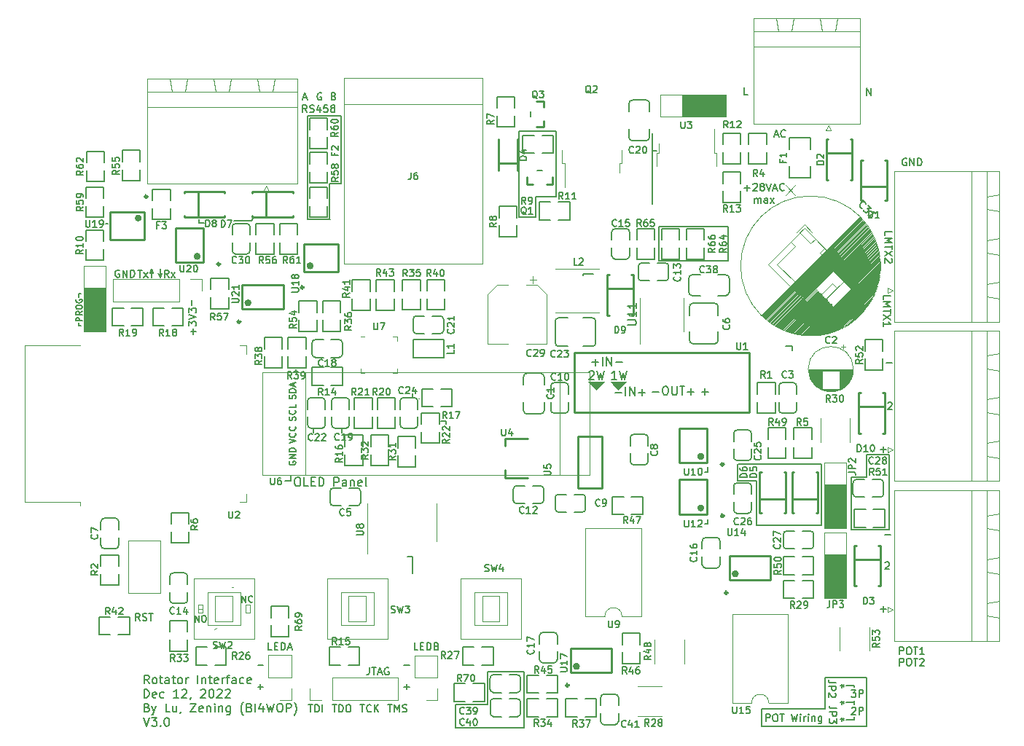
<source format=gbr>
%TF.GenerationSoftware,KiCad,Pcbnew,(5.1.10)-1*%
%TF.CreationDate,2022-12-14T20:36:11+08:00*%
%TF.ProjectId,interface,696e7465-7266-4616-9365-2e6b69636164,rev?*%
%TF.SameCoordinates,Original*%
%TF.FileFunction,Legend,Top*%
%TF.FilePolarity,Positive*%
%FSLAX46Y46*%
G04 Gerber Fmt 4.6, Leading zero omitted, Abs format (unit mm)*
G04 Created by KiCad (PCBNEW (5.1.10)-1) date 2022-12-14 20:36:11*
%MOMM*%
%LPD*%
G01*
G04 APERTURE LIST*
%ADD10C,0.180000*%
%ADD11C,0.150000*%
%ADD12C,0.120000*%
%ADD13C,0.200000*%
%ADD14C,0.100000*%
%ADD15C,0.254000*%
%ADD16C,0.300000*%
%ADD17C,0.400000*%
%ADD18C,0.040000*%
G04 APERTURE END LIST*
D10*
X68000000Y54400000D02*
X68000000Y58400000D01*
X76100000Y54400000D02*
X68000000Y54400000D01*
X76100000Y58400000D02*
X76100000Y54400000D01*
X68000000Y58400000D02*
X76100000Y58400000D01*
X7734523Y12615477D02*
X7451190Y13020239D01*
X7248809Y12615477D02*
X7248809Y13465477D01*
X7572619Y13465477D01*
X7653571Y13425000D01*
X7694047Y13384524D01*
X7734523Y13303572D01*
X7734523Y13182143D01*
X7694047Y13101191D01*
X7653571Y13060715D01*
X7572619Y13020239D01*
X7248809Y13020239D01*
X8058333Y12655953D02*
X8179761Y12615477D01*
X8382142Y12615477D01*
X8463095Y12655953D01*
X8503571Y12696429D01*
X8544047Y12777381D01*
X8544047Y12858334D01*
X8503571Y12939286D01*
X8463095Y12979762D01*
X8382142Y13020239D01*
X8220238Y13060715D01*
X8139285Y13101191D01*
X8098809Y13141667D01*
X8058333Y13222620D01*
X8058333Y13303572D01*
X8098809Y13384524D01*
X8139285Y13425000D01*
X8220238Y13465477D01*
X8422619Y13465477D01*
X8544047Y13425000D01*
X8786904Y13465477D02*
X9272619Y13465477D01*
X9029761Y12615477D02*
X9029761Y13465477D01*
X600000Y46900000D02*
X900000Y46900000D01*
X600000Y47200000D02*
X600000Y46900000D01*
X600000Y50600000D02*
X900000Y50600000D01*
X600000Y50200000D02*
X600000Y50600000D01*
D11*
X1016666Y47450000D02*
X316666Y47450000D01*
X316666Y47716667D01*
X350000Y47783334D01*
X383333Y47816667D01*
X450000Y47850000D01*
X550000Y47850000D01*
X616666Y47816667D01*
X650000Y47783334D01*
X683333Y47716667D01*
X683333Y47450000D01*
X1016666Y48550000D02*
X683333Y48316667D01*
X1016666Y48150000D02*
X316666Y48150000D01*
X316666Y48416667D01*
X350000Y48483334D01*
X383333Y48516667D01*
X450000Y48550000D01*
X550000Y48550000D01*
X616666Y48516667D01*
X650000Y48483334D01*
X683333Y48416667D01*
X683333Y48150000D01*
X316666Y48983334D02*
X316666Y49116667D01*
X350000Y49183334D01*
X416666Y49250000D01*
X550000Y49283334D01*
X783333Y49283334D01*
X916666Y49250000D01*
X983333Y49183334D01*
X1016666Y49116667D01*
X1016666Y48983334D01*
X983333Y48916667D01*
X916666Y48850000D01*
X783333Y48816667D01*
X550000Y48816667D01*
X416666Y48850000D01*
X350000Y48916667D01*
X316666Y48983334D01*
X350000Y49950000D02*
X316666Y49883334D01*
X316666Y49783334D01*
X350000Y49683334D01*
X416666Y49616667D01*
X483333Y49583334D01*
X616666Y49550000D01*
X716666Y49550000D01*
X850000Y49583334D01*
X916666Y49616667D01*
X983333Y49683334D01*
X1016666Y49783334D01*
X1016666Y49850000D01*
X983333Y49950000D01*
X950000Y49983334D01*
X716666Y49983334D01*
X716666Y49850000D01*
D10*
X48100000Y2900000D02*
X44400000Y2900000D01*
X48100000Y6700000D02*
X48100000Y2900000D01*
X52400000Y6700000D02*
X48100000Y6700000D01*
X52400000Y200000D02*
X52400000Y6700000D01*
X44400000Y200000D02*
X52400000Y200000D01*
X44400000Y2800000D02*
X44400000Y200000D01*
X39400000Y20100000D02*
X38800000Y20100000D01*
X39400000Y18100000D02*
X39400000Y20100000D01*
X36566666Y2865477D02*
X37052380Y2865477D01*
X36809523Y2015477D02*
X36809523Y2865477D01*
X37335714Y2015477D02*
X37335714Y2865477D01*
X37619047Y2258334D01*
X37902380Y2865477D01*
X37902380Y2015477D01*
X38266666Y2055953D02*
X38388095Y2015477D01*
X38590476Y2015477D01*
X38671428Y2055953D01*
X38711904Y2096429D01*
X38752380Y2177381D01*
X38752380Y2258334D01*
X38711904Y2339286D01*
X38671428Y2379762D01*
X38590476Y2420239D01*
X38428571Y2460715D01*
X38347619Y2501191D01*
X38307142Y2541667D01*
X38266666Y2622620D01*
X38266666Y2703572D01*
X38307142Y2784524D01*
X38347619Y2825000D01*
X38428571Y2865477D01*
X38630952Y2865477D01*
X38752380Y2825000D01*
X33352777Y2865477D02*
X33838492Y2865477D01*
X33595635Y2015477D02*
X33595635Y2865477D01*
X34607539Y2096429D02*
X34567063Y2055953D01*
X34445635Y2015477D01*
X34364682Y2015477D01*
X34243254Y2055953D01*
X34162301Y2136905D01*
X34121825Y2217858D01*
X34081349Y2379762D01*
X34081349Y2501191D01*
X34121825Y2663096D01*
X34162301Y2744048D01*
X34243254Y2825000D01*
X34364682Y2865477D01*
X34445635Y2865477D01*
X34567063Y2825000D01*
X34607539Y2784524D01*
X34971825Y2015477D02*
X34971825Y2865477D01*
X35457539Y2015477D02*
X35093254Y2501191D01*
X35457539Y2865477D02*
X34971825Y2379762D01*
X30098412Y2865477D02*
X30584127Y2865477D01*
X30341269Y2015477D02*
X30341269Y2865477D01*
X30867460Y2015477D02*
X30867460Y2865477D01*
X31069841Y2865477D01*
X31191269Y2825000D01*
X31272222Y2744048D01*
X31312698Y2663096D01*
X31353174Y2501191D01*
X31353174Y2379762D01*
X31312698Y2217858D01*
X31272222Y2136905D01*
X31191269Y2055953D01*
X31069841Y2015477D01*
X30867460Y2015477D01*
X31879365Y2865477D02*
X32041269Y2865477D01*
X32122222Y2825000D01*
X32203174Y2744048D01*
X32243650Y2582143D01*
X32243650Y2298810D01*
X32203174Y2136905D01*
X32122222Y2055953D01*
X32041269Y2015477D01*
X31879365Y2015477D01*
X31798412Y2055953D01*
X31717460Y2136905D01*
X31676984Y2298810D01*
X31676984Y2582143D01*
X31717460Y2744048D01*
X31798412Y2825000D01*
X31879365Y2865477D01*
X27329761Y2865477D02*
X27815476Y2865477D01*
X27572619Y2015477D02*
X27572619Y2865477D01*
X28098809Y2015477D02*
X28098809Y2865477D01*
X28301190Y2865477D01*
X28422619Y2825000D01*
X28503571Y2744048D01*
X28544047Y2663096D01*
X28584523Y2501191D01*
X28584523Y2379762D01*
X28544047Y2217858D01*
X28503571Y2136905D01*
X28422619Y2055953D01*
X28301190Y2015477D01*
X28098809Y2015477D01*
X28948809Y2015477D02*
X28948809Y2865477D01*
X34408333Y7165477D02*
X34408333Y6558334D01*
X34367857Y6436905D01*
X34286904Y6355953D01*
X34165476Y6315477D01*
X34084523Y6315477D01*
X34691666Y7165477D02*
X35177380Y7165477D01*
X34934523Y6315477D02*
X34934523Y7165477D01*
X35420238Y6558334D02*
X35825000Y6558334D01*
X35339285Y6315477D02*
X35622619Y7165477D01*
X35905952Y6315477D01*
X36634523Y7125000D02*
X36553571Y7165477D01*
X36432142Y7165477D01*
X36310714Y7125000D01*
X36229761Y7044048D01*
X36189285Y6963096D01*
X36148809Y6801191D01*
X36148809Y6679762D01*
X36189285Y6517858D01*
X36229761Y6436905D01*
X36310714Y6355953D01*
X36432142Y6315477D01*
X36513095Y6315477D01*
X36634523Y6355953D01*
X36675000Y6396429D01*
X36675000Y6679762D01*
X36513095Y6679762D01*
X9100000Y53500000D02*
X9300000Y53000000D01*
X9100000Y52500000D02*
X9100000Y53500000D01*
X9100000Y53500000D02*
X8900000Y53000000D01*
X7513095Y53365477D02*
X7998809Y53365477D01*
X7755952Y52515477D02*
X7755952Y53365477D01*
X8201190Y52515477D02*
X8646428Y53082143D01*
X8201190Y53082143D02*
X8646428Y52515477D01*
X10100000Y52500000D02*
X10300000Y53000000D01*
X10100000Y52500000D02*
X9900000Y53000000D01*
X10100000Y53500000D02*
X10100000Y52500000D01*
X11119047Y52515477D02*
X10835714Y52920239D01*
X10633333Y52515477D02*
X10633333Y53365477D01*
X10957142Y53365477D01*
X11038095Y53325000D01*
X11078571Y53284524D01*
X11119047Y53203572D01*
X11119047Y53082143D01*
X11078571Y53001191D01*
X11038095Y52960715D01*
X10957142Y52920239D01*
X10633333Y52920239D01*
X11402380Y52515477D02*
X11847619Y53082143D01*
X11402380Y53082143D02*
X11847619Y52515477D01*
X5352380Y53325000D02*
X5271428Y53365477D01*
X5150000Y53365477D01*
X5028571Y53325000D01*
X4947619Y53244048D01*
X4907142Y53163096D01*
X4866666Y53001191D01*
X4866666Y52879762D01*
X4907142Y52717858D01*
X4947619Y52636905D01*
X5028571Y52555953D01*
X5150000Y52515477D01*
X5230952Y52515477D01*
X5352380Y52555953D01*
X5392857Y52596429D01*
X5392857Y52879762D01*
X5230952Y52879762D01*
X5757142Y52515477D02*
X5757142Y53365477D01*
X6242857Y52515477D01*
X6242857Y53365477D01*
X6647619Y52515477D02*
X6647619Y53365477D01*
X6850000Y53365477D01*
X6971428Y53325000D01*
X7052380Y53244048D01*
X7092857Y53163096D01*
X7133333Y53001191D01*
X7133333Y52879762D01*
X7092857Y52717858D01*
X7052380Y52636905D01*
X6971428Y52555953D01*
X6850000Y52515477D01*
X6647619Y52515477D01*
X13800000Y49300000D02*
X13800000Y49900000D01*
X13960714Y45902381D02*
X13960714Y46550000D01*
X14284523Y46226191D02*
X13636904Y46226191D01*
X13434523Y46873810D02*
X13434523Y47400000D01*
X13758333Y47116667D01*
X13758333Y47238096D01*
X13798809Y47319048D01*
X13839285Y47359524D01*
X13920238Y47400000D01*
X14122619Y47400000D01*
X14203571Y47359524D01*
X14244047Y47319048D01*
X14284523Y47238096D01*
X14284523Y46995239D01*
X14244047Y46914286D01*
X14203571Y46873810D01*
X13434523Y47642858D02*
X14284523Y47926191D01*
X13434523Y48209524D01*
X13434523Y48411905D02*
X13434523Y48938096D01*
X13758333Y48654762D01*
X13758333Y48776191D01*
X13798809Y48857143D01*
X13839285Y48897620D01*
X13920238Y48938096D01*
X14122619Y48938096D01*
X14203571Y48897620D01*
X14244047Y48857143D01*
X14284523Y48776191D01*
X14284523Y48533334D01*
X14244047Y48452381D01*
X14203571Y48411905D01*
X92200000Y6000000D02*
X87300000Y6000000D01*
X92200000Y300000D02*
X92200000Y6000000D01*
X80000000Y300000D02*
X92200000Y300000D01*
X80000000Y2400000D02*
X80000000Y300000D01*
X87300000Y2400000D02*
X80000000Y2400000D01*
X87300000Y6000000D02*
X87300000Y2400000D01*
X89800000Y3100000D02*
X90600000Y3100000D01*
X90700000Y1100000D02*
X89800000Y1100000D01*
X90700000Y1400000D02*
X90700000Y1100000D01*
X90700000Y3300000D02*
X90700000Y2900000D01*
X90700000Y5100000D02*
X90700000Y4900000D01*
X89800000Y5100000D02*
X90700000Y5100000D01*
X90432142Y2484524D02*
X90472619Y2525000D01*
X90553571Y2565477D01*
X90755952Y2565477D01*
X90836904Y2525000D01*
X90877380Y2484524D01*
X90917857Y2403572D01*
X90917857Y2322620D01*
X90877380Y2201191D01*
X90391666Y1715477D01*
X90917857Y1715477D01*
X91282142Y1715477D02*
X91282142Y2565477D01*
X91605952Y2565477D01*
X91686904Y2525000D01*
X91727380Y2484524D01*
X91767857Y2403572D01*
X91767857Y2282143D01*
X91727380Y2201191D01*
X91686904Y2160715D01*
X91605952Y2120239D01*
X91282142Y2120239D01*
X90391666Y4565477D02*
X90917857Y4565477D01*
X90634523Y4241667D01*
X90755952Y4241667D01*
X90836904Y4201191D01*
X90877380Y4160715D01*
X90917857Y4079762D01*
X90917857Y3877381D01*
X90877380Y3796429D01*
X90836904Y3755953D01*
X90755952Y3715477D01*
X90513095Y3715477D01*
X90432142Y3755953D01*
X90391666Y3796429D01*
X91282142Y3715477D02*
X91282142Y4565477D01*
X91605952Y4565477D01*
X91686904Y4525000D01*
X91727380Y4484524D01*
X91767857Y4403572D01*
X91767857Y4282143D01*
X91727380Y4201191D01*
X91686904Y4160715D01*
X91605952Y4120239D01*
X91282142Y4120239D01*
X89134523Y1157143D02*
X89336904Y1157143D01*
X89255952Y954762D02*
X89336904Y1157143D01*
X89255952Y1359524D01*
X89498809Y1035715D02*
X89336904Y1157143D01*
X89498809Y1278572D01*
X89134523Y3100000D02*
X89336904Y3100000D01*
X89255952Y2897620D02*
X89336904Y3100000D01*
X89255952Y3302381D01*
X89498809Y2978572D02*
X89336904Y3100000D01*
X89498809Y3221429D01*
X89134523Y5042858D02*
X89336904Y5042858D01*
X89255952Y4840477D02*
X89336904Y5042858D01*
X89255952Y5245239D01*
X89498809Y4921429D02*
X89336904Y5042858D01*
X89498809Y5164286D01*
X88665476Y2408334D02*
X88058333Y2408334D01*
X87936904Y2448810D01*
X87855952Y2529762D01*
X87815476Y2651191D01*
X87815476Y2732143D01*
X87815476Y2003572D02*
X88665476Y2003572D01*
X88665476Y1679762D01*
X88625000Y1598810D01*
X88584523Y1558334D01*
X88503571Y1517858D01*
X88382142Y1517858D01*
X88301190Y1558334D01*
X88260714Y1598810D01*
X88220238Y1679762D01*
X88220238Y2003572D01*
X88665476Y1234524D02*
X88665476Y708334D01*
X88341666Y991667D01*
X88341666Y870239D01*
X88301190Y789286D01*
X88260714Y748810D01*
X88179761Y708334D01*
X87977380Y708334D01*
X87896428Y748810D01*
X87855952Y789286D01*
X87815476Y870239D01*
X87815476Y1113096D01*
X87855952Y1194048D01*
X87896428Y1234524D01*
X88565476Y5408334D02*
X87958333Y5408334D01*
X87836904Y5448810D01*
X87755952Y5529762D01*
X87715476Y5651191D01*
X87715476Y5732143D01*
X87715476Y5003572D02*
X88565476Y5003572D01*
X88565476Y4679762D01*
X88525000Y4598810D01*
X88484523Y4558334D01*
X88403571Y4517858D01*
X88282142Y4517858D01*
X88201190Y4558334D01*
X88160714Y4598810D01*
X88120238Y4679762D01*
X88120238Y5003572D01*
X88484523Y4194048D02*
X88525000Y4153572D01*
X88565476Y4072620D01*
X88565476Y3870239D01*
X88525000Y3789286D01*
X88484523Y3748810D01*
X88403571Y3708334D01*
X88322619Y3708334D01*
X88201190Y3748810D01*
X87715476Y4234524D01*
X87715476Y3708334D01*
X80461904Y915477D02*
X80461904Y1765477D01*
X80785714Y1765477D01*
X80866666Y1725000D01*
X80907142Y1684524D01*
X80947619Y1603572D01*
X80947619Y1482143D01*
X80907142Y1401191D01*
X80866666Y1360715D01*
X80785714Y1320239D01*
X80461904Y1320239D01*
X81473809Y1765477D02*
X81635714Y1765477D01*
X81716666Y1725000D01*
X81797619Y1644048D01*
X81838095Y1482143D01*
X81838095Y1198810D01*
X81797619Y1036905D01*
X81716666Y955953D01*
X81635714Y915477D01*
X81473809Y915477D01*
X81392857Y955953D01*
X81311904Y1036905D01*
X81271428Y1198810D01*
X81271428Y1482143D01*
X81311904Y1644048D01*
X81392857Y1725000D01*
X81473809Y1765477D01*
X82080952Y1765477D02*
X82566666Y1765477D01*
X82323809Y915477D02*
X82323809Y1765477D01*
X83416666Y1765477D02*
X83619047Y915477D01*
X83780952Y1522620D01*
X83942857Y915477D01*
X84145238Y1765477D01*
X84469047Y915477D02*
X84469047Y1482143D01*
X84469047Y1765477D02*
X84428571Y1725000D01*
X84469047Y1684524D01*
X84509523Y1725000D01*
X84469047Y1765477D01*
X84469047Y1684524D01*
X84873809Y915477D02*
X84873809Y1482143D01*
X84873809Y1320239D02*
X84914285Y1401191D01*
X84954761Y1441667D01*
X85035714Y1482143D01*
X85116666Y1482143D01*
X85400000Y915477D02*
X85400000Y1482143D01*
X85400000Y1765477D02*
X85359523Y1725000D01*
X85400000Y1684524D01*
X85440476Y1725000D01*
X85400000Y1765477D01*
X85400000Y1684524D01*
X85804761Y1482143D02*
X85804761Y915477D01*
X85804761Y1401191D02*
X85845238Y1441667D01*
X85926190Y1482143D01*
X86047619Y1482143D01*
X86128571Y1441667D01*
X86169047Y1360715D01*
X86169047Y915477D01*
X86938095Y1482143D02*
X86938095Y794048D01*
X86897619Y713096D01*
X86857142Y672620D01*
X86776190Y632143D01*
X86654761Y632143D01*
X86573809Y672620D01*
X86938095Y955953D02*
X86857142Y915477D01*
X86695238Y915477D01*
X86614285Y955953D01*
X86573809Y996429D01*
X86533333Y1077381D01*
X86533333Y1320239D01*
X86573809Y1401191D01*
X86614285Y1441667D01*
X86695238Y1482143D01*
X86857142Y1482143D01*
X86938095Y1441667D01*
X40028571Y9215477D02*
X39623809Y9215477D01*
X39623809Y10065477D01*
X40311904Y9660715D02*
X40595238Y9660715D01*
X40716666Y9215477D02*
X40311904Y9215477D01*
X40311904Y10065477D01*
X40716666Y10065477D01*
X41080952Y9215477D02*
X41080952Y10065477D01*
X41283333Y10065477D01*
X41404761Y10025000D01*
X41485714Y9944048D01*
X41526190Y9863096D01*
X41566666Y9701191D01*
X41566666Y9579762D01*
X41526190Y9417858D01*
X41485714Y9336905D01*
X41404761Y9255953D01*
X41283333Y9215477D01*
X41080952Y9215477D01*
X42214285Y9660715D02*
X42335714Y9620239D01*
X42376190Y9579762D01*
X42416666Y9498810D01*
X42416666Y9377381D01*
X42376190Y9296429D01*
X42335714Y9255953D01*
X42254761Y9215477D01*
X41930952Y9215477D01*
X41930952Y10065477D01*
X42214285Y10065477D01*
X42295238Y10025000D01*
X42335714Y9984524D01*
X42376190Y9903572D01*
X42376190Y9822620D01*
X42335714Y9741667D01*
X42295238Y9701191D01*
X42214285Y9660715D01*
X41930952Y9660715D01*
X23089285Y9215477D02*
X22684523Y9215477D01*
X22684523Y10065477D01*
X23372619Y9660715D02*
X23655952Y9660715D01*
X23777380Y9215477D02*
X23372619Y9215477D01*
X23372619Y10065477D01*
X23777380Y10065477D01*
X24141666Y9215477D02*
X24141666Y10065477D01*
X24344047Y10065477D01*
X24465476Y10025000D01*
X24546428Y9944048D01*
X24586904Y9863096D01*
X24627380Y9701191D01*
X24627380Y9579762D01*
X24586904Y9417858D01*
X24546428Y9336905D01*
X24465476Y9255953D01*
X24344047Y9215477D01*
X24141666Y9215477D01*
X24951190Y9458334D02*
X25355952Y9458334D01*
X24870238Y9215477D02*
X25153571Y10065477D01*
X25436904Y9215477D01*
D11*
X8192738Y1347620D02*
X8526071Y347620D01*
X8859404Y1347620D01*
X9097500Y1347620D02*
X9716547Y1347620D01*
X9383214Y966667D01*
X9526071Y966667D01*
X9621309Y919048D01*
X9668928Y871429D01*
X9716547Y776191D01*
X9716547Y538096D01*
X9668928Y442858D01*
X9621309Y395239D01*
X9526071Y347620D01*
X9240357Y347620D01*
X9145119Y395239D01*
X9097500Y442858D01*
X10145119Y442858D02*
X10192738Y395239D01*
X10145119Y347620D01*
X10097500Y395239D01*
X10145119Y442858D01*
X10145119Y347620D01*
X10811785Y1347620D02*
X10907023Y1347620D01*
X11002261Y1300000D01*
X11049880Y1252381D01*
X11097500Y1157143D01*
X11145119Y966667D01*
X11145119Y728572D01*
X11097500Y538096D01*
X11049880Y442858D01*
X11002261Y395239D01*
X10907023Y347620D01*
X10811785Y347620D01*
X10716547Y395239D01*
X10668928Y442858D01*
X10621309Y538096D01*
X10573690Y728572D01*
X10573690Y966667D01*
X10621309Y1157143D01*
X10668928Y1252381D01*
X10716547Y1300000D01*
X10811785Y1347620D01*
X8807023Y5297620D02*
X8473690Y5773810D01*
X8235595Y5297620D02*
X8235595Y6297620D01*
X8616547Y6297620D01*
X8711785Y6250000D01*
X8759404Y6202381D01*
X8807023Y6107143D01*
X8807023Y5964286D01*
X8759404Y5869048D01*
X8711785Y5821429D01*
X8616547Y5773810D01*
X8235595Y5773810D01*
X9378452Y5297620D02*
X9283214Y5345239D01*
X9235595Y5392858D01*
X9187976Y5488096D01*
X9187976Y5773810D01*
X9235595Y5869048D01*
X9283214Y5916667D01*
X9378452Y5964286D01*
X9521309Y5964286D01*
X9616547Y5916667D01*
X9664166Y5869048D01*
X9711785Y5773810D01*
X9711785Y5488096D01*
X9664166Y5392858D01*
X9616547Y5345239D01*
X9521309Y5297620D01*
X9378452Y5297620D01*
X9997500Y5964286D02*
X10378452Y5964286D01*
X10140357Y6297620D02*
X10140357Y5440477D01*
X10187976Y5345239D01*
X10283214Y5297620D01*
X10378452Y5297620D01*
X11140357Y5297620D02*
X11140357Y5821429D01*
X11092738Y5916667D01*
X10997500Y5964286D01*
X10807023Y5964286D01*
X10711785Y5916667D01*
X11140357Y5345239D02*
X11045119Y5297620D01*
X10807023Y5297620D01*
X10711785Y5345239D01*
X10664166Y5440477D01*
X10664166Y5535715D01*
X10711785Y5630953D01*
X10807023Y5678572D01*
X11045119Y5678572D01*
X11140357Y5726191D01*
X11473690Y5964286D02*
X11854642Y5964286D01*
X11616547Y6297620D02*
X11616547Y5440477D01*
X11664166Y5345239D01*
X11759404Y5297620D01*
X11854642Y5297620D01*
X12330833Y5297620D02*
X12235595Y5345239D01*
X12187976Y5392858D01*
X12140357Y5488096D01*
X12140357Y5773810D01*
X12187976Y5869048D01*
X12235595Y5916667D01*
X12330833Y5964286D01*
X12473690Y5964286D01*
X12568928Y5916667D01*
X12616547Y5869048D01*
X12664166Y5773810D01*
X12664166Y5488096D01*
X12616547Y5392858D01*
X12568928Y5345239D01*
X12473690Y5297620D01*
X12330833Y5297620D01*
X13092738Y5297620D02*
X13092738Y5964286D01*
X13092738Y5773810D02*
X13140357Y5869048D01*
X13187976Y5916667D01*
X13283214Y5964286D01*
X13378452Y5964286D01*
X14473690Y5297620D02*
X14473690Y6297620D01*
X14949880Y5964286D02*
X14949880Y5297620D01*
X14949880Y5869048D02*
X14997500Y5916667D01*
X15092738Y5964286D01*
X15235595Y5964286D01*
X15330833Y5916667D01*
X15378452Y5821429D01*
X15378452Y5297620D01*
X15711785Y5964286D02*
X16092738Y5964286D01*
X15854642Y6297620D02*
X15854642Y5440477D01*
X15902261Y5345239D01*
X15997500Y5297620D01*
X16092738Y5297620D01*
X16807023Y5345239D02*
X16711785Y5297620D01*
X16521309Y5297620D01*
X16426071Y5345239D01*
X16378452Y5440477D01*
X16378452Y5821429D01*
X16426071Y5916667D01*
X16521309Y5964286D01*
X16711785Y5964286D01*
X16807023Y5916667D01*
X16854642Y5821429D01*
X16854642Y5726191D01*
X16378452Y5630953D01*
X17283214Y5297620D02*
X17283214Y5964286D01*
X17283214Y5773810D02*
X17330833Y5869048D01*
X17378452Y5916667D01*
X17473690Y5964286D01*
X17568928Y5964286D01*
X17759404Y5964286D02*
X18140357Y5964286D01*
X17902261Y5297620D02*
X17902261Y6154762D01*
X17949880Y6250000D01*
X18045119Y6297620D01*
X18140357Y6297620D01*
X18902261Y5297620D02*
X18902261Y5821429D01*
X18854642Y5916667D01*
X18759404Y5964286D01*
X18568928Y5964286D01*
X18473690Y5916667D01*
X18902261Y5345239D02*
X18807023Y5297620D01*
X18568928Y5297620D01*
X18473690Y5345239D01*
X18426071Y5440477D01*
X18426071Y5535715D01*
X18473690Y5630953D01*
X18568928Y5678572D01*
X18807023Y5678572D01*
X18902261Y5726191D01*
X19807023Y5345239D02*
X19711785Y5297620D01*
X19521309Y5297620D01*
X19426071Y5345239D01*
X19378452Y5392858D01*
X19330833Y5488096D01*
X19330833Y5773810D01*
X19378452Y5869048D01*
X19426071Y5916667D01*
X19521309Y5964286D01*
X19711785Y5964286D01*
X19807023Y5916667D01*
X20616547Y5345239D02*
X20521309Y5297620D01*
X20330833Y5297620D01*
X20235595Y5345239D01*
X20187976Y5440477D01*
X20187976Y5821429D01*
X20235595Y5916667D01*
X20330833Y5964286D01*
X20521309Y5964286D01*
X20616547Y5916667D01*
X20664166Y5821429D01*
X20664166Y5726191D01*
X20187976Y5630953D01*
X8235595Y3647620D02*
X8235595Y4647620D01*
X8473690Y4647620D01*
X8616547Y4600000D01*
X8711785Y4504762D01*
X8759404Y4409524D01*
X8807023Y4219048D01*
X8807023Y4076191D01*
X8759404Y3885715D01*
X8711785Y3790477D01*
X8616547Y3695239D01*
X8473690Y3647620D01*
X8235595Y3647620D01*
X9616547Y3695239D02*
X9521309Y3647620D01*
X9330833Y3647620D01*
X9235595Y3695239D01*
X9187976Y3790477D01*
X9187976Y4171429D01*
X9235595Y4266667D01*
X9330833Y4314286D01*
X9521309Y4314286D01*
X9616547Y4266667D01*
X9664166Y4171429D01*
X9664166Y4076191D01*
X9187976Y3980953D01*
X10521309Y3695239D02*
X10426071Y3647620D01*
X10235595Y3647620D01*
X10140357Y3695239D01*
X10092738Y3742858D01*
X10045119Y3838096D01*
X10045119Y4123810D01*
X10092738Y4219048D01*
X10140357Y4266667D01*
X10235595Y4314286D01*
X10426071Y4314286D01*
X10521309Y4266667D01*
X12235595Y3647620D02*
X11664166Y3647620D01*
X11949880Y3647620D02*
X11949880Y4647620D01*
X11854642Y4504762D01*
X11759404Y4409524D01*
X11664166Y4361905D01*
X12616547Y4552381D02*
X12664166Y4600000D01*
X12759404Y4647620D01*
X12997500Y4647620D01*
X13092738Y4600000D01*
X13140357Y4552381D01*
X13187976Y4457143D01*
X13187976Y4361905D01*
X13140357Y4219048D01*
X12568928Y3647620D01*
X13187976Y3647620D01*
X13664166Y3695239D02*
X13664166Y3647620D01*
X13616547Y3552381D01*
X13568928Y3504762D01*
X14807023Y4552381D02*
X14854642Y4600000D01*
X14949880Y4647620D01*
X15187976Y4647620D01*
X15283214Y4600000D01*
X15330833Y4552381D01*
X15378452Y4457143D01*
X15378452Y4361905D01*
X15330833Y4219048D01*
X14759404Y3647620D01*
X15378452Y3647620D01*
X15997500Y4647620D02*
X16092738Y4647620D01*
X16187976Y4600000D01*
X16235595Y4552381D01*
X16283214Y4457143D01*
X16330833Y4266667D01*
X16330833Y4028572D01*
X16283214Y3838096D01*
X16235595Y3742858D01*
X16187976Y3695239D01*
X16092738Y3647620D01*
X15997500Y3647620D01*
X15902261Y3695239D01*
X15854642Y3742858D01*
X15807023Y3838096D01*
X15759404Y4028572D01*
X15759404Y4266667D01*
X15807023Y4457143D01*
X15854642Y4552381D01*
X15902261Y4600000D01*
X15997500Y4647620D01*
X16711785Y4552381D02*
X16759404Y4600000D01*
X16854642Y4647620D01*
X17092738Y4647620D01*
X17187976Y4600000D01*
X17235595Y4552381D01*
X17283214Y4457143D01*
X17283214Y4361905D01*
X17235595Y4219048D01*
X16664166Y3647620D01*
X17283214Y3647620D01*
X17664166Y4552381D02*
X17711785Y4600000D01*
X17807023Y4647620D01*
X18045119Y4647620D01*
X18140357Y4600000D01*
X18187976Y4552381D01*
X18235595Y4457143D01*
X18235595Y4361905D01*
X18187976Y4219048D01*
X17616547Y3647620D01*
X18235595Y3647620D01*
X8568928Y2521429D02*
X8711785Y2473810D01*
X8759404Y2426191D01*
X8807023Y2330953D01*
X8807023Y2188096D01*
X8759404Y2092858D01*
X8711785Y2045239D01*
X8616547Y1997620D01*
X8235595Y1997620D01*
X8235595Y2997620D01*
X8568928Y2997620D01*
X8664166Y2950000D01*
X8711785Y2902381D01*
X8759404Y2807143D01*
X8759404Y2711905D01*
X8711785Y2616667D01*
X8664166Y2569048D01*
X8568928Y2521429D01*
X8235595Y2521429D01*
X9140357Y2664286D02*
X9378452Y1997620D01*
X9616547Y2664286D02*
X9378452Y1997620D01*
X9283214Y1759524D01*
X9235595Y1711905D01*
X9140357Y1664286D01*
X11235595Y1997620D02*
X10759404Y1997620D01*
X10759404Y2997620D01*
X11997500Y2664286D02*
X11997500Y1997620D01*
X11568928Y2664286D02*
X11568928Y2140477D01*
X11616547Y2045239D01*
X11711785Y1997620D01*
X11854642Y1997620D01*
X11949880Y2045239D01*
X11997500Y2092858D01*
X12521309Y2045239D02*
X12521309Y1997620D01*
X12473690Y1902381D01*
X12426071Y1854762D01*
X13616547Y2997620D02*
X14283214Y2997620D01*
X13616547Y1997620D01*
X14283214Y1997620D01*
X15045119Y2045239D02*
X14949880Y1997620D01*
X14759404Y1997620D01*
X14664166Y2045239D01*
X14616547Y2140477D01*
X14616547Y2521429D01*
X14664166Y2616667D01*
X14759404Y2664286D01*
X14949880Y2664286D01*
X15045119Y2616667D01*
X15092738Y2521429D01*
X15092738Y2426191D01*
X14616547Y2330953D01*
X15521309Y2664286D02*
X15521309Y1997620D01*
X15521309Y2569048D02*
X15568928Y2616667D01*
X15664166Y2664286D01*
X15807023Y2664286D01*
X15902261Y2616667D01*
X15949880Y2521429D01*
X15949880Y1997620D01*
X16426071Y1997620D02*
X16426071Y2664286D01*
X16426071Y2997620D02*
X16378452Y2950000D01*
X16426071Y2902381D01*
X16473690Y2950000D01*
X16426071Y2997620D01*
X16426071Y2902381D01*
X16902261Y2664286D02*
X16902261Y1997620D01*
X16902261Y2569048D02*
X16949880Y2616667D01*
X17045119Y2664286D01*
X17187976Y2664286D01*
X17283214Y2616667D01*
X17330833Y2521429D01*
X17330833Y1997620D01*
X18235595Y2664286D02*
X18235595Y1854762D01*
X18187976Y1759524D01*
X18140357Y1711905D01*
X18045119Y1664286D01*
X17902261Y1664286D01*
X17807023Y1711905D01*
X18235595Y2045239D02*
X18140357Y1997620D01*
X17949880Y1997620D01*
X17854642Y2045239D01*
X17807023Y2092858D01*
X17759404Y2188096D01*
X17759404Y2473810D01*
X17807023Y2569048D01*
X17854642Y2616667D01*
X17949880Y2664286D01*
X18140357Y2664286D01*
X18235595Y2616667D01*
X19759404Y1616667D02*
X19711785Y1664286D01*
X19616547Y1807143D01*
X19568928Y1902381D01*
X19521309Y2045239D01*
X19473690Y2283334D01*
X19473690Y2473810D01*
X19521309Y2711905D01*
X19568928Y2854762D01*
X19616547Y2950000D01*
X19711785Y3092858D01*
X19759404Y3140477D01*
X20473690Y2521429D02*
X20616547Y2473810D01*
X20664166Y2426191D01*
X20711785Y2330953D01*
X20711785Y2188096D01*
X20664166Y2092858D01*
X20616547Y2045239D01*
X20521309Y1997620D01*
X20140357Y1997620D01*
X20140357Y2997620D01*
X20473690Y2997620D01*
X20568928Y2950000D01*
X20616547Y2902381D01*
X20664166Y2807143D01*
X20664166Y2711905D01*
X20616547Y2616667D01*
X20568928Y2569048D01*
X20473690Y2521429D01*
X20140357Y2521429D01*
X21140357Y1997620D02*
X21140357Y2997620D01*
X22045119Y2664286D02*
X22045119Y1997620D01*
X21807023Y3045239D02*
X21568928Y2330953D01*
X22187976Y2330953D01*
X22473690Y2997620D02*
X22711785Y1997620D01*
X22902261Y2711905D01*
X23092738Y1997620D01*
X23330833Y2997620D01*
X23902261Y2997620D02*
X24092738Y2997620D01*
X24187976Y2950000D01*
X24283214Y2854762D01*
X24330833Y2664286D01*
X24330833Y2330953D01*
X24283214Y2140477D01*
X24187976Y2045239D01*
X24092738Y1997620D01*
X23902261Y1997620D01*
X23807023Y2045239D01*
X23711785Y2140477D01*
X23664166Y2330953D01*
X23664166Y2664286D01*
X23711785Y2854762D01*
X23807023Y2950000D01*
X23902261Y2997620D01*
X24759404Y1997620D02*
X24759404Y2997620D01*
X25140357Y2997620D01*
X25235595Y2950000D01*
X25283214Y2902381D01*
X25330833Y2807143D01*
X25330833Y2664286D01*
X25283214Y2569048D01*
X25235595Y2521429D01*
X25140357Y2473810D01*
X24759404Y2473810D01*
X25664166Y1616667D02*
X25711785Y1664286D01*
X25807023Y1807143D01*
X25854642Y1902381D01*
X25902261Y2045239D01*
X25949880Y2283334D01*
X25949880Y2473810D01*
X25902261Y2711905D01*
X25854642Y2854762D01*
X25807023Y2950000D01*
X25711785Y3092858D01*
X25664166Y3140477D01*
D10*
X67250000Y67250000D02*
X67750000Y67250000D01*
X67250000Y61000000D02*
X67250000Y69250000D01*
X28822619Y73925000D02*
X28741666Y73965477D01*
X28620238Y73965477D01*
X28498809Y73925000D01*
X28417857Y73844048D01*
X28377380Y73763096D01*
X28336904Y73601191D01*
X28336904Y73479762D01*
X28377380Y73317858D01*
X28417857Y73236905D01*
X28498809Y73155953D01*
X28620238Y73115477D01*
X28701190Y73115477D01*
X28822619Y73155953D01*
X28863095Y73196429D01*
X28863095Y73479762D01*
X28701190Y73479762D01*
X77963095Y62916786D02*
X78610714Y62916786D01*
X78286904Y62592977D02*
X78286904Y63240596D01*
X78975000Y63362024D02*
X79015476Y63402500D01*
X79096428Y63442977D01*
X79298809Y63442977D01*
X79379761Y63402500D01*
X79420238Y63362024D01*
X79460714Y63281072D01*
X79460714Y63200120D01*
X79420238Y63078691D01*
X78934523Y62592977D01*
X79460714Y62592977D01*
X79946428Y63078691D02*
X79865476Y63119167D01*
X79825000Y63159643D01*
X79784523Y63240596D01*
X79784523Y63281072D01*
X79825000Y63362024D01*
X79865476Y63402500D01*
X79946428Y63442977D01*
X80108333Y63442977D01*
X80189285Y63402500D01*
X80229761Y63362024D01*
X80270238Y63281072D01*
X80270238Y63240596D01*
X80229761Y63159643D01*
X80189285Y63119167D01*
X80108333Y63078691D01*
X79946428Y63078691D01*
X79865476Y63038215D01*
X79825000Y62997739D01*
X79784523Y62916786D01*
X79784523Y62754881D01*
X79825000Y62673929D01*
X79865476Y62633453D01*
X79946428Y62592977D01*
X80108333Y62592977D01*
X80189285Y62633453D01*
X80229761Y62673929D01*
X80270238Y62754881D01*
X80270238Y62916786D01*
X80229761Y62997739D01*
X80189285Y63038215D01*
X80108333Y63078691D01*
X80513095Y63442977D02*
X80796428Y62592977D01*
X81079761Y63442977D01*
X81322619Y62835834D02*
X81727380Y62835834D01*
X81241666Y62592977D02*
X81525000Y63442977D01*
X81808333Y62592977D01*
X82577380Y62673929D02*
X82536904Y62633453D01*
X82415476Y62592977D01*
X82334523Y62592977D01*
X82213095Y62633453D01*
X82132142Y62714405D01*
X82091666Y62795358D01*
X82051190Y62957262D01*
X82051190Y63078691D01*
X82091666Y63240596D01*
X82132142Y63321548D01*
X82213095Y63402500D01*
X82334523Y63442977D01*
X82415476Y63442977D01*
X82536904Y63402500D01*
X82577380Y63362024D01*
X79157142Y61137977D02*
X79157142Y61704643D01*
X79157142Y61623691D02*
X79197619Y61664167D01*
X79278571Y61704643D01*
X79400000Y61704643D01*
X79480952Y61664167D01*
X79521428Y61583215D01*
X79521428Y61137977D01*
X79521428Y61583215D02*
X79561904Y61664167D01*
X79642857Y61704643D01*
X79764285Y61704643D01*
X79845238Y61664167D01*
X79885714Y61583215D01*
X79885714Y61137977D01*
X80654761Y61137977D02*
X80654761Y61583215D01*
X80614285Y61664167D01*
X80533333Y61704643D01*
X80371428Y61704643D01*
X80290476Y61664167D01*
X80654761Y61178453D02*
X80573809Y61137977D01*
X80371428Y61137977D01*
X80290476Y61178453D01*
X80250000Y61259405D01*
X80250000Y61340358D01*
X80290476Y61421310D01*
X80371428Y61461786D01*
X80573809Y61461786D01*
X80654761Y61502262D01*
X80978571Y61137977D02*
X81423809Y61704643D01*
X80978571Y61704643D02*
X81423809Y61137977D01*
X94266190Y22619286D02*
X94913809Y22619286D01*
X94297142Y19354524D02*
X94337619Y19395000D01*
X94418571Y19435477D01*
X94620952Y19435477D01*
X94701904Y19395000D01*
X94742380Y19354524D01*
X94782857Y19273572D01*
X94782857Y19192620D01*
X94742380Y19071191D01*
X94256666Y18585477D01*
X94782857Y18585477D01*
X93756190Y13939286D02*
X94403809Y13939286D01*
X94080000Y13615477D02*
X94080000Y14263096D01*
X94456190Y42559286D02*
X95103809Y42559286D01*
X94617142Y37904524D02*
X94657619Y37945000D01*
X94738571Y37985477D01*
X94940952Y37985477D01*
X95021904Y37945000D01*
X95062380Y37904524D01*
X95102857Y37823572D01*
X95102857Y37742620D01*
X95062380Y37621191D01*
X94576666Y37135477D01*
X95102857Y37135477D01*
X93766190Y32489286D02*
X94413809Y32489286D01*
X94090000Y32165477D02*
X94090000Y32813096D01*
X96003571Y7375477D02*
X96003571Y8225477D01*
X96327380Y8225477D01*
X96408333Y8185000D01*
X96448809Y8144524D01*
X96489285Y8063572D01*
X96489285Y7942143D01*
X96448809Y7861191D01*
X96408333Y7820715D01*
X96327380Y7780239D01*
X96003571Y7780239D01*
X97015476Y8225477D02*
X97177380Y8225477D01*
X97258333Y8185000D01*
X97339285Y8104048D01*
X97379761Y7942143D01*
X97379761Y7658810D01*
X97339285Y7496905D01*
X97258333Y7415953D01*
X97177380Y7375477D01*
X97015476Y7375477D01*
X96934523Y7415953D01*
X96853571Y7496905D01*
X96813095Y7658810D01*
X96813095Y7942143D01*
X96853571Y8104048D01*
X96934523Y8185000D01*
X97015476Y8225477D01*
X97622619Y8225477D02*
X98108333Y8225477D01*
X97865476Y7375477D02*
X97865476Y8225477D01*
X98351190Y8144524D02*
X98391666Y8185000D01*
X98472619Y8225477D01*
X98675000Y8225477D01*
X98755952Y8185000D01*
X98796428Y8144524D01*
X98836904Y8063572D01*
X98836904Y7982620D01*
X98796428Y7861191D01*
X98310714Y7375477D01*
X98836904Y7375477D01*
X96003571Y8695477D02*
X96003571Y9545477D01*
X96327380Y9545477D01*
X96408333Y9505000D01*
X96448809Y9464524D01*
X96489285Y9383572D01*
X96489285Y9262143D01*
X96448809Y9181191D01*
X96408333Y9140715D01*
X96327380Y9100239D01*
X96003571Y9100239D01*
X97015476Y9545477D02*
X97177380Y9545477D01*
X97258333Y9505000D01*
X97339285Y9424048D01*
X97379761Y9262143D01*
X97379761Y8978810D01*
X97339285Y8816905D01*
X97258333Y8735953D01*
X97177380Y8695477D01*
X97015476Y8695477D01*
X96934523Y8735953D01*
X96853571Y8816905D01*
X96813095Y8978810D01*
X96813095Y9262143D01*
X96853571Y9424048D01*
X96934523Y9505000D01*
X97015476Y9545477D01*
X97622619Y9545477D02*
X98108333Y9545477D01*
X97865476Y8695477D02*
X97865476Y9545477D01*
X98836904Y8695477D02*
X98351190Y8695477D01*
X98594047Y8695477D02*
X98594047Y9545477D01*
X98513095Y9424048D01*
X98432142Y9343096D01*
X98351190Y9302620D01*
X96782380Y66295000D02*
X96701428Y66335477D01*
X96580000Y66335477D01*
X96458571Y66295000D01*
X96377619Y66214048D01*
X96337142Y66133096D01*
X96296666Y65971191D01*
X96296666Y65849762D01*
X96337142Y65687858D01*
X96377619Y65606905D01*
X96458571Y65525953D01*
X96580000Y65485477D01*
X96660952Y65485477D01*
X96782380Y65525953D01*
X96822857Y65566429D01*
X96822857Y65849762D01*
X96660952Y65849762D01*
X97187142Y65485477D02*
X97187142Y66335477D01*
X97672857Y65485477D01*
X97672857Y66335477D01*
X98077619Y65485477D02*
X98077619Y66335477D01*
X98280000Y66335477D01*
X98401428Y66295000D01*
X98482380Y66214048D01*
X98522857Y66133096D01*
X98563333Y65971191D01*
X98563333Y65849762D01*
X98522857Y65687858D01*
X98482380Y65606905D01*
X98401428Y65525953D01*
X98280000Y65485477D01*
X98077619Y65485477D01*
X94285476Y57375953D02*
X94285476Y57780715D01*
X95135476Y57780715D01*
X94285476Y57092620D02*
X95135476Y57092620D01*
X94528333Y56809286D01*
X95135476Y56525953D01*
X94285476Y56525953D01*
X95135476Y56242620D02*
X95135476Y55756905D01*
X94285476Y55999762D02*
X95135476Y55999762D01*
X95135476Y55554524D02*
X94285476Y54987858D01*
X95135476Y54987858D02*
X94285476Y55554524D01*
X95054523Y54704524D02*
X95095000Y54664048D01*
X95135476Y54583096D01*
X95135476Y54380715D01*
X95095000Y54299762D01*
X95054523Y54259286D01*
X94973571Y54218810D01*
X94892619Y54218810D01*
X94771190Y54259286D01*
X94285476Y54745000D01*
X94285476Y54218810D01*
X94105476Y49965953D02*
X94105476Y50370715D01*
X94955476Y50370715D01*
X94105476Y49682620D02*
X94955476Y49682620D01*
X94348333Y49399286D01*
X94955476Y49115953D01*
X94105476Y49115953D01*
X94955476Y48832620D02*
X94955476Y48346905D01*
X94105476Y48589762D02*
X94955476Y48589762D01*
X94955476Y48144524D02*
X94105476Y47577858D01*
X94955476Y47577858D02*
X94105476Y48144524D01*
X94105476Y46808810D02*
X94105476Y47294524D01*
X94105476Y47051667D02*
X94955476Y47051667D01*
X94834047Y47132620D01*
X94753095Y47213572D01*
X94712619Y47294524D01*
X81472619Y69048334D02*
X81877380Y69048334D01*
X81391666Y68805477D02*
X81675000Y69655477D01*
X81958333Y68805477D01*
X82727380Y68886429D02*
X82686904Y68845953D01*
X82565476Y68805477D01*
X82484523Y68805477D01*
X82363095Y68845953D01*
X82282142Y68926905D01*
X82241666Y69007858D01*
X82201190Y69169762D01*
X82201190Y69291191D01*
X82241666Y69453096D01*
X82282142Y69534048D01*
X82363095Y69615000D01*
X82484523Y69655477D01*
X82565476Y69655477D01*
X82686904Y69615000D01*
X82727380Y69574524D01*
X92197142Y73685477D02*
X92197142Y74535477D01*
X92682857Y73685477D01*
X92682857Y74535477D01*
X78373095Y73735477D02*
X77968333Y73735477D01*
X77968333Y74585477D01*
X27154047Y71695477D02*
X26870714Y72100239D01*
X26668333Y71695477D02*
X26668333Y72545477D01*
X26992142Y72545477D01*
X27073095Y72505000D01*
X27113571Y72464524D01*
X27154047Y72383572D01*
X27154047Y72262143D01*
X27113571Y72181191D01*
X27073095Y72140715D01*
X26992142Y72100239D01*
X26668333Y72100239D01*
X27477857Y71735953D02*
X27599285Y71695477D01*
X27801666Y71695477D01*
X27882619Y71735953D01*
X27923095Y71776429D01*
X27963571Y71857381D01*
X27963571Y71938334D01*
X27923095Y72019286D01*
X27882619Y72059762D01*
X27801666Y72100239D01*
X27639761Y72140715D01*
X27558809Y72181191D01*
X27518333Y72221667D01*
X27477857Y72302620D01*
X27477857Y72383572D01*
X27518333Y72464524D01*
X27558809Y72505000D01*
X27639761Y72545477D01*
X27842142Y72545477D01*
X27963571Y72505000D01*
X28692142Y72262143D02*
X28692142Y71695477D01*
X28489761Y72585953D02*
X28287380Y71978810D01*
X28813571Y71978810D01*
X29542142Y72545477D02*
X29137380Y72545477D01*
X29096904Y72140715D01*
X29137380Y72181191D01*
X29218333Y72221667D01*
X29420714Y72221667D01*
X29501666Y72181191D01*
X29542142Y72140715D01*
X29582619Y72059762D01*
X29582619Y71857381D01*
X29542142Y71776429D01*
X29501666Y71735953D01*
X29420714Y71695477D01*
X29218333Y71695477D01*
X29137380Y71735953D01*
X29096904Y71776429D01*
X30068333Y72181191D02*
X29987380Y72221667D01*
X29946904Y72262143D01*
X29906428Y72343096D01*
X29906428Y72383572D01*
X29946904Y72464524D01*
X29987380Y72505000D01*
X30068333Y72545477D01*
X30230238Y72545477D01*
X30311190Y72505000D01*
X30351666Y72464524D01*
X30392142Y72383572D01*
X30392142Y72343096D01*
X30351666Y72262143D01*
X30311190Y72221667D01*
X30230238Y72181191D01*
X30068333Y72181191D01*
X29987380Y72140715D01*
X29946904Y72100239D01*
X29906428Y72019286D01*
X29906428Y71857381D01*
X29946904Y71776429D01*
X29987380Y71735953D01*
X30068333Y71695477D01*
X30230238Y71695477D01*
X30311190Y71735953D01*
X30351666Y71776429D01*
X30392142Y71857381D01*
X30392142Y72019286D01*
X30351666Y72100239D01*
X30311190Y72140715D01*
X30230238Y72181191D01*
X30260714Y73560715D02*
X30382142Y73520239D01*
X30422619Y73479762D01*
X30463095Y73398810D01*
X30463095Y73277381D01*
X30422619Y73196429D01*
X30382142Y73155953D01*
X30301190Y73115477D01*
X29977380Y73115477D01*
X29977380Y73965477D01*
X30260714Y73965477D01*
X30341666Y73925000D01*
X30382142Y73884524D01*
X30422619Y73803572D01*
X30422619Y73722620D01*
X30382142Y73641667D01*
X30341666Y73601191D01*
X30260714Y73560715D01*
X29977380Y73560715D01*
X26697619Y73358334D02*
X27102380Y73358334D01*
X26616666Y73115477D02*
X26900000Y73965477D01*
X27183333Y73115477D01*
X29810000Y59260000D02*
X27240000Y59260000D01*
X29800000Y63370000D02*
X29800000Y59290000D01*
X31080000Y63370000D02*
X29800000Y63370000D01*
X31080000Y71290000D02*
X31080000Y63370000D01*
X27240000Y71290000D02*
X31080000Y71290000D01*
X27240000Y59280000D02*
X27240000Y71290000D01*
X14610000Y58800000D02*
X14610000Y59250000D01*
X15180000Y58800000D02*
X14610000Y58800000D01*
X20670000Y59110000D02*
X20910000Y59350000D01*
X18680000Y59110000D02*
X20670000Y59110000D01*
X3750000Y58750000D02*
X4000000Y58750000D01*
X43325000Y35800000D02*
X42725000Y35800000D01*
X43325000Y35450000D02*
X43325000Y35800000D01*
X25900000Y41550000D02*
X25900000Y41850000D01*
X27900000Y34450000D02*
X27900000Y34900000D01*
X31200000Y34450000D02*
X31200000Y34850000D01*
X39450000Y39050000D02*
X39450000Y38700000D01*
X40200000Y38450000D02*
X40150000Y38450000D01*
X94800000Y23200000D02*
X90350000Y23200000D01*
X94800000Y31900000D02*
X94800000Y23200000D01*
X92150000Y31900000D02*
X94800000Y31900000D01*
X92150000Y29250000D02*
X92150000Y31900000D01*
X90350000Y29250000D02*
X92150000Y29250000D01*
X90350000Y23200000D02*
X90350000Y29250000D01*
X77200000Y28900000D02*
X77200000Y30850000D01*
X79400000Y28900000D02*
X77200000Y28900000D01*
X79400000Y23700000D02*
X79400000Y28900000D01*
X86900000Y23700000D02*
X79400000Y23700000D01*
X86900000Y30850000D02*
X86900000Y23700000D01*
X77250000Y30850000D02*
X86900000Y30850000D01*
X73700000Y23900000D02*
X73700000Y24350000D01*
X73350000Y23900000D02*
X73700000Y23900000D01*
X73700000Y29900000D02*
X73700000Y30450000D01*
X73350000Y29900000D02*
X73700000Y29900000D01*
X25250000Y28850000D02*
X25250000Y29450000D01*
X24600000Y28850000D02*
X25250000Y28850000D01*
X83500000Y44550000D02*
X83500000Y44000000D01*
X82800000Y44550000D02*
X83500000Y44550000D01*
X53750000Y59550000D02*
X51800000Y59550000D01*
X53750000Y61850000D02*
X53750000Y59550000D01*
X56100000Y61850000D02*
X53750000Y61850000D01*
X56100000Y69500000D02*
X56100000Y61850000D01*
X51800000Y69500000D02*
X56100000Y69500000D01*
X51800000Y59600000D02*
X51800000Y69500000D01*
X59250000Y52950000D02*
X60450000Y52950000D01*
X59250000Y52750000D02*
X59250000Y52950000D01*
X38426190Y4939286D02*
X39073809Y4939286D01*
X38750000Y4615477D02*
X38750000Y5263096D01*
X38426190Y7439286D02*
X39073809Y7439286D01*
X21426190Y4939286D02*
X22073809Y4939286D01*
X21750000Y4615477D02*
X21750000Y5263096D01*
X21426190Y7439286D02*
X22073809Y7439286D01*
D12*
%TO.C,U11*%
X65790000Y48200000D02*
X65790000Y44750000D01*
X65790000Y48200000D02*
X65790000Y50150000D01*
X70910000Y48200000D02*
X70910000Y46250000D01*
X70910000Y48200000D02*
X70910000Y50150000D01*
%TO.C,L2*%
X61100000Y53500000D02*
X56000000Y53500000D01*
X61100000Y48400000D02*
X56000000Y48400000D01*
%TO.C,U7*%
X37135000Y45610000D02*
X37610000Y45610000D01*
X37610000Y45610000D02*
X37610000Y45135000D01*
X33865000Y41390000D02*
X33390000Y41390000D01*
X33390000Y41390000D02*
X33390000Y41865000D01*
X37135000Y41390000D02*
X37610000Y41390000D01*
X37610000Y41390000D02*
X37610000Y41865000D01*
X33865000Y45610000D02*
X33390000Y45610000D01*
%TO.C,C31*%
X93771650Y53848350D02*
G75*
G03*
X93771650Y53848350I-8120000J0D01*
G01*
X91365780Y59562479D02*
X79937521Y48134220D01*
X91393357Y59533488D02*
X79966512Y48106643D01*
X91421642Y59505204D02*
X79994796Y48078358D01*
X91449926Y59476920D02*
X80023080Y48050074D01*
X91477503Y59447928D02*
X80052072Y48022497D01*
X91505080Y59418937D02*
X80081063Y47994920D01*
X91532658Y59389945D02*
X80110055Y47967342D01*
X91560235Y59360954D02*
X80139046Y47939765D01*
X91587105Y59331256D02*
X80168744Y47912895D01*
X91614682Y59302264D02*
X80197736Y47885318D01*
X91641552Y59272566D02*
X80227434Y47858448D01*
X91668422Y59242867D02*
X80257133Y47831578D01*
X91694585Y59212462D02*
X80287538Y47805415D01*
X91721455Y59182763D02*
X80317237Y47778545D01*
X91747618Y59152358D02*
X80347642Y47752382D01*
X91773781Y59121952D02*
X80378048Y47726219D01*
X91799944Y59091546D02*
X80408454Y47700056D01*
X91826107Y59061141D02*
X80438859Y47673893D01*
X91852977Y59030028D02*
X80469972Y47647023D01*
X91878433Y58998915D02*
X80501085Y47621567D01*
X91903889Y58967803D02*
X80532197Y47596111D01*
X91929344Y58936690D02*
X80563310Y47570656D01*
X91954800Y58905577D02*
X80594423Y47545200D01*
X91979549Y58873757D02*
X80626243Y47520451D01*
X92005005Y58842645D02*
X80657355Y47494995D01*
X92029754Y58810825D02*
X80689175Y47470246D01*
X92054502Y58779005D02*
X80720995Y47445498D01*
X92078544Y58746478D02*
X80753522Y47421456D01*
X92103293Y58714658D02*
X80785342Y47396707D01*
X92127334Y58682132D02*
X80817868Y47372666D01*
X92151376Y58649605D02*
X80850395Y47348624D01*
X92175418Y58617078D02*
X80882922Y47324582D01*
X92199459Y58584551D02*
X80915449Y47300541D01*
X92222794Y58551317D02*
X80948683Y47277206D01*
X92246835Y58518790D02*
X80981210Y47253165D01*
X92270170Y58485556D02*
X81014444Y47229830D01*
X92293504Y58452322D02*
X81047678Y47206496D01*
X92316132Y58418381D02*
X81081619Y47183868D01*
X92339466Y58385147D02*
X81114853Y47160534D01*
X92362094Y58351206D02*
X81148794Y47137906D01*
X92384721Y58317264D02*
X81182736Y47115279D01*
X92407349Y58283323D02*
X81216677Y47092651D01*
X92429976Y58249382D02*
X81250618Y47070024D01*
X92451896Y58214734D02*
X81285266Y47048104D01*
X92473817Y58180086D02*
X81319914Y47026183D01*
X92495737Y58145437D02*
X81354563Y47004263D01*
X92517657Y58110789D02*
X81389211Y46982343D01*
X92539578Y58076141D02*
X81423859Y46960422D01*
X92560791Y58040786D02*
X81459214Y46939209D01*
X92582004Y58005430D02*
X81494570Y46917996D01*
X92603217Y57970075D02*
X81529925Y46896783D01*
X92624430Y57934720D02*
X81565280Y46875570D01*
X92645644Y57899364D02*
X81600636Y46854356D01*
X92666150Y57863302D02*
X81636698Y46833850D01*
X92686656Y57827239D02*
X81672761Y46813344D01*
X92707162Y57791177D02*
X81708823Y46792838D01*
X92726961Y57754407D02*
X81745593Y46773039D01*
X92747467Y57718345D02*
X81781655Y46752533D01*
X92767266Y57681575D02*
X88311079Y53225388D01*
X86274612Y51188921D02*
X81818425Y46732734D01*
X92787065Y57644806D02*
X88339363Y53197104D01*
X86302896Y51160637D02*
X81855194Y46712935D01*
X92806864Y57608036D02*
X88367648Y53168820D01*
X86331180Y51132352D02*
X81891964Y46693136D01*
X92825956Y57570560D02*
X88395932Y53140536D01*
X86359464Y51104068D02*
X81929440Y46674044D01*
X92845755Y57533790D02*
X88424216Y53112251D01*
X86387749Y51075784D02*
X81966210Y46654245D01*
X92864847Y57496313D02*
X88452500Y53083967D01*
X86416033Y51047500D02*
X82003687Y46635153D01*
X92883231Y57458130D02*
X88480785Y53055683D01*
X86444317Y51019215D02*
X82041870Y46616769D01*
X92902323Y57420653D02*
X88509069Y53027399D01*
X86472601Y50990931D02*
X82079347Y46597677D01*
X92920708Y57382469D02*
X88537353Y52999114D01*
X86500886Y50962647D02*
X82117531Y46579292D01*
X92939093Y57344285D02*
X88565637Y52970830D01*
X86529170Y50934363D02*
X82155715Y46560907D01*
X92957478Y57306102D02*
X88593922Y52942546D01*
X86557454Y50906078D02*
X82193898Y46542522D01*
X92975862Y57267918D02*
X88622206Y52914262D01*
X86585738Y50877794D02*
X82232082Y46524138D01*
X92993540Y57229027D02*
X88650490Y52885977D01*
X86614023Y50849510D02*
X82270973Y46506460D01*
X93011925Y57190843D02*
X88678775Y52857693D01*
X86642307Y50821225D02*
X82309157Y46488075D01*
X93029603Y57151952D02*
X88707059Y52829409D01*
X86670591Y50792941D02*
X82348048Y46470397D01*
X93046573Y57112354D02*
X88735343Y52801124D01*
X86698876Y50764657D02*
X82387646Y46453427D01*
X93064251Y57073464D02*
X88763627Y52772840D01*
X86727160Y50736373D02*
X82426536Y46435749D01*
X93081221Y57033866D02*
X88791912Y52744556D01*
X86755444Y50708088D02*
X82466134Y46418779D01*
X93098192Y56994268D02*
X88820196Y52716272D01*
X86783728Y50679804D02*
X82505732Y46401808D01*
X93115163Y56954670D02*
X88848480Y52687987D01*
X86812013Y50651520D02*
X82545330Y46384837D01*
X93131426Y56914365D02*
X88876764Y52659703D01*
X86840297Y50623236D02*
X82585635Y46368574D01*
X93147689Y56874059D02*
X88905049Y52631419D01*
X86868581Y50594951D02*
X82625941Y46352311D01*
X93163953Y56833754D02*
X88933333Y52603135D01*
X86896865Y50566667D02*
X82666246Y46336047D01*
X93180216Y56793449D02*
X88961617Y52574850D01*
X86925150Y50538383D02*
X82706551Y46319784D01*
X93196480Y56753144D02*
X88989902Y52546566D01*
X86953434Y50510098D02*
X82746856Y46303520D01*
X93212036Y56712132D02*
X89018186Y52518282D01*
X86981718Y50481814D02*
X82787868Y46287964D01*
X93227592Y56671120D02*
X89046470Y52489997D01*
X87010003Y50453530D02*
X82828880Y46272408D01*
X93242442Y56629401D02*
X89074754Y52461713D01*
X87038287Y50425246D02*
X82870599Y46257558D01*
X93257998Y56588388D02*
X89103039Y52433429D01*
X87066571Y50396961D02*
X82911612Y46242002D01*
X93272847Y56546669D02*
X89131323Y52405145D01*
X87094855Y50368677D02*
X82953331Y46227153D01*
X93287697Y56504950D02*
X89159607Y52376860D01*
X87123140Y50340393D02*
X82995050Y46212303D01*
X93301839Y56462523D02*
X89187891Y52348576D01*
X87151424Y50312109D02*
X83037477Y46198161D01*
X93316688Y56420804D02*
X89216176Y52320292D01*
X87179708Y50283824D02*
X83079196Y46183312D01*
X93330830Y56378378D02*
X89244460Y52292008D01*
X87207992Y50255540D02*
X83121622Y46169170D01*
X93344972Y56335951D02*
X89272744Y52263723D01*
X87236277Y50227256D02*
X83164049Y46155028D01*
X93358407Y56292818D02*
X89301029Y52235439D01*
X87264561Y50198971D02*
X83207182Y46141593D01*
X93371842Y56249684D02*
X89329313Y52207155D01*
X87292845Y50170687D02*
X83250316Y46128158D01*
X93385277Y56206551D02*
X89357597Y52178870D01*
X87321130Y50142403D02*
X83293449Y46114723D01*
X93398712Y56163417D02*
X89385881Y52150586D01*
X87349414Y50114119D02*
X83336583Y46101288D01*
X93412147Y56120284D02*
X89414166Y52122302D01*
X87377698Y50085834D02*
X83379716Y46087853D01*
X93424875Y56076443D02*
X89442450Y52094018D01*
X87405982Y50057550D02*
X83423557Y46075125D01*
X93436896Y56031895D02*
X89470734Y52065733D01*
X87434267Y50029266D02*
X83468105Y46063104D01*
X93449624Y55988055D02*
X89499018Y52037449D01*
X87462551Y50000982D02*
X83511945Y46050376D01*
X93461645Y55943507D02*
X89527303Y52009165D01*
X87490835Y49972697D02*
X83556493Y46038355D01*
X93473666Y55898959D02*
X89555587Y51980881D01*
X87519119Y49944413D02*
X83601041Y46026334D01*
X93485686Y55854412D02*
X89583871Y51952596D01*
X87547404Y49916129D02*
X83645588Y46014314D01*
X93497000Y55809157D02*
X89612156Y51924312D01*
X87575688Y49887844D02*
X83690843Y46003000D01*
X93508314Y55763902D02*
X89640440Y51896028D01*
X87603972Y49859560D02*
X83736098Y45991686D01*
X93519628Y55718647D02*
X89668724Y51867743D01*
X87632257Y49831276D02*
X83781353Y45980372D01*
X93530234Y55672685D02*
X89697008Y51839459D01*
X87660541Y49802992D02*
X83827315Y45969766D01*
X93540841Y55626723D02*
X89725293Y51811175D01*
X87688825Y49774707D02*
X83873277Y45959159D01*
X93551447Y55580761D02*
X89753577Y51782891D01*
X87717109Y49746423D02*
X83919239Y45948553D01*
X93561347Y55534092D02*
X89781861Y51754606D01*
X87745394Y49718139D02*
X83965908Y45938653D01*
X93571246Y55487423D02*
X89810145Y51726322D01*
X87773678Y49689855D02*
X84012577Y45928754D01*
X93581146Y55440754D02*
X89838430Y51698038D01*
X87801962Y49661570D02*
X84059246Y45918854D01*
X93590338Y55393378D02*
X89866714Y51669754D01*
X87830246Y49633286D02*
X84106622Y45909662D01*
X93599531Y55346002D02*
X89894998Y51641469D01*
X87858531Y49605002D02*
X84153998Y45900469D01*
X93608723Y55298626D02*
X89923282Y51613185D01*
X87886815Y49576718D02*
X84201374Y45891277D01*
X93617208Y55250542D02*
X89951567Y51584901D01*
X87915099Y49548433D02*
X84249458Y45882792D01*
X93625694Y55202459D02*
X89979851Y51556616D01*
X87943384Y49520149D02*
X84297541Y45874306D01*
X93634179Y55154376D02*
X90008135Y51528332D01*
X87971668Y49491865D02*
X84345624Y45865821D01*
X93641957Y55105585D02*
X90036420Y51500048D01*
X87999952Y49463580D02*
X84394415Y45858043D01*
X93649735Y55056795D02*
X90064704Y51471764D01*
X88028236Y49435296D02*
X84443205Y45850265D01*
X93656806Y55007298D02*
X90092988Y51443479D01*
X88056521Y49407012D02*
X84492702Y45843194D01*
X93663877Y54957800D02*
X90121272Y51415195D01*
X88084805Y49378728D02*
X84542200Y45836123D01*
X93670948Y54908303D02*
X90149557Y51386911D01*
X88113089Y49350443D02*
X84591697Y45829052D01*
X93678020Y54858805D02*
X90177841Y51358627D01*
X88141373Y49322159D02*
X84641195Y45821980D01*
X93683676Y54807893D02*
X90206125Y51330342D01*
X88169658Y49293875D02*
X84692107Y45816324D01*
X93690040Y54757689D02*
X90234409Y51302058D01*
X88197942Y49265591D02*
X84742311Y45809960D01*
X93695697Y54706777D02*
X90262694Y51273774D01*
X88226226Y49237306D02*
X84793223Y45804303D01*
X93701354Y54655866D02*
X90290978Y51245490D01*
X88254510Y49209022D02*
X84844134Y45798646D01*
X93706304Y54604247D02*
X90319262Y51217205D01*
X88282795Y49180738D02*
X84895753Y45793696D01*
X93711254Y54552628D02*
X84947372Y45788746D01*
X93715496Y54500302D02*
X84999698Y45784504D01*
X93719739Y54447976D02*
X85052024Y45780261D01*
X93723981Y54395650D02*
X85104350Y45776019D01*
X93727517Y54342617D02*
X85157383Y45772483D01*
X93731053Y54289584D02*
X85210416Y45768947D01*
X93733881Y54235844D02*
X85264156Y45766119D01*
X93736002Y54181397D02*
X85318603Y45763998D01*
X93738831Y54127657D02*
X85372343Y45761169D01*
X93740245Y54072502D02*
X85427498Y45759755D01*
X93741659Y54017348D02*
X85482652Y45758341D01*
X93743073Y53962194D02*
X85537806Y45756927D01*
X93743780Y53906332D02*
X85593668Y45756220D01*
X93744488Y53850471D02*
X85649529Y45755512D01*
X93744488Y53793902D02*
X85706098Y45755512D01*
X93743780Y53736627D02*
X85763373Y45756220D01*
X93743073Y53679351D02*
X85820649Y45756927D01*
X93741659Y53621368D02*
X85878632Y45758341D01*
X93740245Y53563386D02*
X85936614Y45759755D01*
X93738124Y53504696D02*
X85995304Y45761876D01*
X93736002Y53446006D02*
X86053994Y45763998D01*
X93733174Y53386609D02*
X86113391Y45766826D01*
X93729638Y53326505D02*
X86173495Y45770362D01*
X93725396Y53265694D02*
X86234306Y45774604D01*
X93721153Y53204882D02*
X86295118Y45778847D01*
X93716203Y53143364D02*
X86356636Y45783797D01*
X93710546Y53081139D02*
X86418861Y45789454D01*
X93704890Y53018913D02*
X86481087Y45795110D01*
X93698526Y52955981D02*
X86544019Y45801474D01*
X93691455Y52892341D02*
X86607659Y45808545D01*
X93683676Y52827994D02*
X86672006Y45816324D01*
X93675191Y52762941D02*
X86737059Y45824809D01*
X93666706Y52697887D02*
X86802113Y45833294D01*
X93656806Y52631419D02*
X86868581Y45843194D01*
X93646907Y52564951D02*
X86935049Y45853093D01*
X93636300Y52497776D02*
X87002224Y45863700D01*
X93624279Y52429186D02*
X87070814Y45875721D01*
X93612259Y52360597D02*
X87139403Y45887741D01*
X93599531Y52291300D02*
X87208700Y45900469D01*
X93585389Y52220590D02*
X87279410Y45914611D01*
X93570539Y52149172D02*
X87350828Y45929461D01*
X93554983Y52077047D02*
X87422953Y45945017D01*
X93538719Y52004215D02*
X87495785Y45961281D01*
X93521749Y51930676D02*
X87569324Y45978251D01*
X93503364Y51855723D02*
X87644277Y45996636D01*
X93484272Y51780062D02*
X87719938Y46015728D01*
X93463766Y51702988D02*
X87797012Y46036234D01*
X93441846Y51624499D02*
X87875501Y46058154D01*
X93419218Y51545303D02*
X87954697Y46080782D01*
X93395177Y51464693D02*
X88035307Y46104823D01*
X93370428Y51383375D02*
X88116625Y46129572D01*
X93343558Y51299937D02*
X88200063Y46156442D01*
X93315274Y51215084D02*
X88284916Y46184726D01*
X93285575Y51128817D02*
X88371183Y46214425D01*
X93253755Y51040429D02*
X88459571Y46246245D01*
X93220521Y50950626D02*
X88549374Y46279479D01*
X93185166Y50858702D02*
X88641298Y46314834D01*
X93147689Y50764657D02*
X88735343Y46352311D01*
X93108091Y50668490D02*
X88831510Y46391909D01*
X93065665Y50569495D02*
X88930505Y46434335D01*
X93020410Y50467672D02*
X89032328Y46479590D01*
X92971620Y50362313D02*
X89137687Y46528380D01*
X92919294Y50253419D02*
X89246581Y46580706D01*
X92863432Y50140989D02*
X89359011Y46636568D01*
X92801914Y50022902D02*
X89477098Y46698086D01*
X92736153Y49900572D02*
X89599428Y46763847D01*
X92662614Y49770465D02*
X89729535Y46837386D01*
X92582004Y49633286D02*
X89866714Y46917996D01*
X92491494Y49486208D02*
X90013792Y47008506D01*
X92386843Y49324987D02*
X90175013Y47113157D01*
X92264513Y49146089D02*
X90353911Y47235487D01*
X92113899Y48938907D02*
X90561093Y47386101D01*
X91906717Y48675156D02*
X90824844Y47593283D01*
X82728124Y63213619D02*
X83859495Y62082248D01*
X83859495Y63213619D02*
X82728124Y62082248D01*
D13*
%TO.C,R62*%
X1565000Y63630000D02*
X3635000Y63630000D01*
X1565000Y67170000D02*
X3635000Y67170000D01*
X1565000Y67170000D02*
X1565000Y65850000D01*
X1565000Y64950000D02*
X1565000Y63630000D01*
X3635000Y64950000D02*
X3635000Y63630000D01*
X3635000Y67170000D02*
X3635000Y65850000D01*
%TO.C,C5*%
X30230000Y28035000D02*
X31150000Y28035000D01*
X32050000Y28035000D02*
X32970000Y28035000D01*
X32050000Y25965000D02*
X32970000Y25965000D01*
X33370000Y26365000D02*
X33370000Y27635000D01*
X30230000Y25965000D02*
X31150000Y25965000D01*
X29830000Y26365000D02*
X29830000Y27635000D01*
X29830000Y27635010D02*
G75*
G02*
X30230000Y28035010I400000J0D01*
G01*
X30230000Y25965000D02*
G75*
G02*
X29830000Y26365000I0J400000D01*
G01*
X33370000Y26365000D02*
G75*
G02*
X32970000Y25965000I-400000J0D01*
G01*
X32970000Y28035000D02*
G75*
G02*
X33370000Y27635000I0J-400000D01*
G01*
D12*
%TO.C,U8*%
X42235000Y24000000D02*
X42235000Y26200000D01*
X42235000Y24000000D02*
X42235000Y21800000D01*
X34165000Y24000000D02*
X34165000Y26200000D01*
X34165000Y24000000D02*
X34165000Y20400000D01*
D13*
%TO.C,R66*%
X68331666Y54630000D02*
X70401666Y54630000D01*
X68331666Y58170000D02*
X70401666Y58170000D01*
X68331666Y58170000D02*
X68331666Y56850000D01*
X68331666Y55950000D02*
X68331666Y54630000D01*
X70401666Y55950000D02*
X70401666Y54630000D01*
X70401666Y58170000D02*
X70401666Y56850000D01*
%TO.C,R65*%
X67518333Y58170000D02*
X65448333Y58170000D01*
X67518333Y54630000D02*
X65448333Y54630000D01*
X67518333Y54630000D02*
X67518333Y55950000D01*
X67518333Y56850000D02*
X67518333Y58170000D01*
X65448333Y56850000D02*
X65448333Y58170000D01*
X65448333Y54630000D02*
X65448333Y55950000D01*
%TO.C,R64*%
X71215000Y54630000D02*
X73285000Y54630000D01*
X71215000Y58170000D02*
X73285000Y58170000D01*
X71215000Y58170000D02*
X71215000Y56850000D01*
X71215000Y55950000D02*
X71215000Y54630000D01*
X73285000Y55950000D02*
X73285000Y54630000D01*
X73285000Y58170000D02*
X73285000Y56850000D01*
%TO.C,R16*%
X33635000Y34170000D02*
X31565000Y34170000D01*
X33635000Y30630000D02*
X31565000Y30630000D01*
X33635000Y30630000D02*
X33635000Y31950000D01*
X33635000Y32850000D02*
X33635000Y34170000D01*
X31565000Y32850000D02*
X31565000Y34170000D01*
X31565000Y30630000D02*
X31565000Y31950000D01*
%TO.C,R6*%
X11365000Y21630000D02*
X13435000Y21630000D01*
X11365000Y25170000D02*
X13435000Y25170000D01*
X11365000Y25170000D02*
X11365000Y23850000D01*
X11365000Y22950000D02*
X11365000Y21630000D01*
X13435000Y22950000D02*
X13435000Y21630000D01*
X13435000Y25170000D02*
X13435000Y23850000D01*
%TO.C,R4*%
X78465000Y65730000D02*
X80535000Y65730000D01*
X78465000Y69270000D02*
X80535000Y69270000D01*
X78465000Y69270000D02*
X78465000Y67950000D01*
X78465000Y67050000D02*
X78465000Y65730000D01*
X80535000Y67050000D02*
X80535000Y65730000D01*
X80535000Y69270000D02*
X80535000Y67950000D01*
D12*
%TO.C,JP4*%
X68190000Y71230000D02*
X75810000Y71230000D01*
X75810000Y71230000D02*
X75810000Y73770000D01*
X75810000Y73770000D02*
X68190000Y73770000D01*
X68190000Y73770000D02*
X68190000Y71230000D01*
D14*
G36*
X70730000Y71230000D02*
G01*
X70730000Y73770000D01*
X75810000Y73770000D01*
X75810000Y71230000D01*
X70730000Y71230000D01*
G37*
X70730000Y71230000D02*
X70730000Y73770000D01*
X75810000Y73770000D01*
X75810000Y71230000D01*
X70730000Y71230000D01*
D15*
%TO.C,D9*%
X64850000Y48100000D02*
X65050000Y48100000D01*
X62050000Y48100000D02*
X62250000Y48100000D01*
X62050000Y52800000D02*
X62250000Y52800000D01*
X64850000Y52800000D02*
X65050000Y52800000D01*
X65050000Y52800000D02*
X65050000Y48100000D01*
X62050000Y51200000D02*
X65050000Y51200000D01*
X62050000Y52800000D02*
X62050000Y48100000D01*
D12*
%TO.C,C29*%
X48140000Y44790000D02*
X50490000Y44790000D01*
X54960000Y44790000D02*
X52610000Y44790000D01*
X54960000Y50545563D02*
X54960000Y44790000D01*
X48140000Y50545563D02*
X48140000Y44790000D01*
X49204437Y51610000D02*
X50490000Y51610000D01*
X53895563Y51610000D02*
X52610000Y51610000D01*
X53895563Y51610000D02*
X54960000Y50545563D01*
X49204437Y51610000D02*
X48140000Y50545563D01*
X53397500Y52637500D02*
X53397500Y51850000D01*
X53791250Y52243750D02*
X53003750Y52243750D01*
D13*
%TO.C,C23*%
X56395000Y44490000D02*
X57450000Y44490000D01*
X59250000Y44490000D02*
X60305000Y44490000D01*
X59250000Y47810000D02*
X60305000Y47810000D01*
X56395000Y47810000D02*
X57450000Y47810000D01*
X60705000Y44890000D02*
X60705000Y47410000D01*
X55995000Y44890000D02*
X55995000Y47410000D01*
X55995000Y47410000D02*
G75*
G02*
X56395000Y47810000I400000J0D01*
G01*
X56395000Y44490000D02*
G75*
G02*
X55995000Y44890000I0J400000D01*
G01*
X60705000Y44890000D02*
G75*
G02*
X60305000Y44490000I-400000J0D01*
G01*
X60305000Y47810000D02*
G75*
G02*
X60705000Y47410000I0J-400000D01*
G01*
%TO.C,C15*%
X62565000Y55030000D02*
X62565000Y55950000D01*
X62565000Y56850000D02*
X62565000Y57770000D01*
X64635000Y56850000D02*
X64635000Y57770000D01*
X64235000Y58170000D02*
X62965000Y58170000D01*
X64635000Y55030000D02*
X64635000Y55950000D01*
X64235000Y54630000D02*
X62965000Y54630000D01*
X62964990Y54630000D02*
G75*
G02*
X62564990Y55030000I0J400000D01*
G01*
X64635000Y55030000D02*
G75*
G02*
X64235000Y54630000I-400000J0D01*
G01*
X64235000Y58170000D02*
G75*
G02*
X64635000Y57770000I0J-400000D01*
G01*
X62565000Y57770000D02*
G75*
G02*
X62965000Y58170000I400000J0D01*
G01*
%TO.C,C13*%
X66030000Y54185000D02*
X66950000Y54185000D01*
X67850000Y54185000D02*
X68770000Y54185000D01*
X67850000Y52115000D02*
X68770000Y52115000D01*
X69170000Y52515000D02*
X69170000Y53785000D01*
X66030000Y52115000D02*
X66950000Y52115000D01*
X65630000Y52515000D02*
X65630000Y53785000D01*
X65630000Y53785010D02*
G75*
G02*
X66030000Y54185010I400000J0D01*
G01*
X66030000Y52115000D02*
G75*
G02*
X65630000Y52515000I0J400000D01*
G01*
X69170000Y52515000D02*
G75*
G02*
X68770000Y52115000I-400000J0D01*
G01*
X68770000Y54185000D02*
G75*
G02*
X69170000Y53785000I0J-400000D01*
G01*
%TO.C,C6*%
X74910000Y45195000D02*
X74910000Y46250000D01*
X74910000Y48050000D02*
X74910000Y49105000D01*
X71590000Y48050000D02*
X71590000Y49105000D01*
X71590000Y45195000D02*
X71590000Y46250000D01*
X74510000Y49505000D02*
X71990000Y49505000D01*
X74510000Y44795000D02*
X71990000Y44795000D01*
X71990000Y44795000D02*
G75*
G02*
X71590000Y45195000I0J400000D01*
G01*
X74910000Y45195000D02*
G75*
G02*
X74510000Y44795000I-400000J0D01*
G01*
X74510000Y49505000D02*
G75*
G02*
X74910000Y49105000I0J-400000D01*
G01*
X71590000Y49105000D02*
G75*
G02*
X71990000Y49505000I400000J0D01*
G01*
D14*
%TO.C,U1*%
G36*
X63300000Y39450000D02*
G01*
X62400000Y40350000D01*
X64200000Y40350000D01*
X63300000Y39450000D01*
G37*
X63300000Y39450000D02*
X62400000Y40350000D01*
X64200000Y40350000D01*
X63300000Y39450000D01*
G36*
X60750000Y39450000D02*
G01*
X59850000Y40350000D01*
X61650000Y40350000D01*
X60750000Y39450000D01*
G37*
X60750000Y39450000D02*
X59850000Y40350000D01*
X61650000Y40350000D01*
X60750000Y39450000D01*
D15*
X58210000Y43800000D02*
X58210000Y36800000D01*
X58210000Y43800000D02*
X78530000Y43800000D01*
X58210000Y36800000D02*
X78530000Y36800000D01*
X78530000Y43800000D02*
X78530000Y36800000D01*
D12*
%TO.C,J6*%
X31450000Y72670000D02*
X47550000Y72650000D01*
X47550000Y54070000D02*
X47550000Y75670000D01*
X31450000Y75670000D02*
X31450000Y54070000D01*
X31450000Y54070000D02*
X47550000Y54070000D01*
X31450000Y75670000D02*
X47550000Y75670000D01*
D13*
%TO.C,C41*%
X63335000Y3670000D02*
X63335000Y2750000D01*
X63335000Y1850000D02*
X63335000Y930000D01*
X61265000Y1850000D02*
X61265000Y930000D01*
X61665000Y530000D02*
X62935000Y530000D01*
X61265000Y3670000D02*
X61265000Y2750000D01*
X61665000Y4070000D02*
X62935000Y4070000D01*
X62935010Y4070000D02*
G75*
G02*
X63335010Y3670000I0J-400000D01*
G01*
X61265000Y3670000D02*
G75*
G02*
X61665000Y4070000I400000J0D01*
G01*
X61665000Y530000D02*
G75*
G02*
X61265000Y930000I0J400000D01*
G01*
X63335000Y930000D02*
G75*
G02*
X62935000Y530000I-400000J0D01*
G01*
D12*
%TO.C,SW2*%
X18400000Y16500000D02*
X18600000Y16500000D01*
X16400000Y11600000D02*
X16600000Y11800000D01*
X20500000Y14500000D02*
X20000000Y14500000D01*
X20500000Y13500000D02*
X20500000Y14500000D01*
X20000000Y13500000D02*
X20500000Y13500000D01*
X20000000Y14500000D02*
X20000000Y13500000D01*
X14500000Y13500000D02*
X14500000Y14500000D01*
X15000000Y13500000D02*
X14500000Y13500000D01*
X15000000Y14500000D02*
X15000000Y13500000D01*
X14500000Y14500000D02*
X15000000Y14500000D01*
X14500000Y14000000D02*
X15000000Y14000000D01*
X18500000Y15500000D02*
X18500000Y12500000D01*
X16500000Y15500000D02*
X16500000Y12500000D01*
X16500000Y12500000D02*
X18500000Y12500000D01*
X16500000Y15500000D02*
X18500000Y15500000D01*
X19400000Y12100000D02*
X19400000Y15900000D01*
X19273000Y15900000D02*
X19400000Y15900000D01*
X15600000Y15900000D02*
X19273000Y15900000D01*
X15600000Y12100000D02*
X19400000Y12100000D01*
X15600000Y15900000D02*
X15600000Y12100000D01*
X21000000Y10500000D02*
X21000000Y17500000D01*
X14000000Y17500000D02*
X14000000Y10500000D01*
X14000000Y10500000D02*
X21000000Y10500000D01*
X14000000Y17500000D02*
X21000000Y17500000D01*
D13*
%TO.C,C40*%
X51970000Y3135000D02*
X51970000Y1865000D01*
X51570000Y3535000D02*
X50650000Y3535000D01*
X48430000Y3135000D02*
X48430000Y1865000D01*
X49750000Y3535000D02*
X48830000Y3535000D01*
X49750000Y1465000D02*
X48830000Y1465000D01*
X51570000Y1465000D02*
X50650000Y1465000D01*
X51970000Y1864990D02*
G75*
G02*
X51570000Y1464990I-400000J0D01*
G01*
X51570000Y3535000D02*
G75*
G02*
X51970000Y3135000I0J-400000D01*
G01*
X48430000Y3135000D02*
G75*
G02*
X48830000Y3535000I400000J0D01*
G01*
X48830000Y1465000D02*
G75*
G02*
X48430000Y1865000I0J400000D01*
G01*
%TO.C,C39*%
X51960000Y5935000D02*
X51960000Y4665000D01*
X51560000Y6335000D02*
X50640000Y6335000D01*
X48420000Y5935000D02*
X48420000Y4665000D01*
X49740000Y6335000D02*
X48820000Y6335000D01*
X49740000Y4265000D02*
X48820000Y4265000D01*
X51560000Y4265000D02*
X50640000Y4265000D01*
X51960000Y4664990D02*
G75*
G02*
X51560000Y4264990I-400000J0D01*
G01*
X51560000Y6335000D02*
G75*
G02*
X51960000Y5935000I0J-400000D01*
G01*
X48420000Y5935000D02*
G75*
G02*
X48820000Y6335000I400000J0D01*
G01*
X48820000Y4265000D02*
G75*
G02*
X48420000Y4665000I0J400000D01*
G01*
D12*
%TO.C,J3*%
X27470000Y3370000D02*
X27470000Y4700000D01*
X28800000Y3370000D02*
X27470000Y3370000D01*
X30070000Y3370000D02*
X30070000Y6030000D01*
X30070000Y6030000D02*
X37750000Y6030000D01*
X30070000Y3370000D02*
X37750000Y3370000D01*
X37750000Y3370000D02*
X37750000Y6030000D01*
%TO.C,C4*%
X84929289Y58249676D02*
X80707862Y54028249D01*
X80707862Y54028249D02*
X86096016Y48640095D01*
X86096016Y48640095D02*
X90317443Y52861522D01*
X90317443Y52861522D02*
X84929289Y58249676D01*
X87262742Y55902082D02*
X86732412Y55371751D01*
X86732412Y55371751D02*
X87439518Y54664645D01*
X87439518Y54664645D02*
X87969848Y55194975D01*
X87969848Y55194975D02*
X87262742Y55902082D01*
X84929289Y58235534D02*
X84398959Y57705204D01*
X84398959Y57705204D02*
X85671751Y56432412D01*
X85671751Y56432412D02*
X86202082Y56962742D01*
X86202082Y56962742D02*
X84929289Y58235534D01*
X89030509Y54134315D02*
X88500179Y53603984D01*
X88500179Y53603984D02*
X89772971Y52331192D01*
X89772971Y52331192D02*
X90303301Y52861522D01*
X90303301Y52861522D02*
X89030509Y54134315D01*
X83338299Y56644544D02*
X83868629Y56114214D01*
X83868629Y56114214D02*
X81782664Y54028249D01*
X81782664Y54028249D02*
X83939340Y51871573D01*
X88712311Y51270532D02*
X88181981Y51800862D01*
X88181981Y51800862D02*
X86096016Y49714897D01*
X86096016Y49714897D02*
X83939340Y51871573D01*
X85813173Y57775914D02*
X84929289Y58659798D01*
X84929289Y58659798D02*
X84045406Y57775914D01*
D13*
%TO.C,R70*%
X44230000Y5285000D02*
X45550000Y5285000D01*
X46450000Y5285000D02*
X47770000Y5285000D01*
X46450000Y3215000D02*
X47770000Y3215000D01*
X44230000Y3215000D02*
X45550000Y3215000D01*
X44230000Y3215000D02*
X44230000Y5285000D01*
X47770000Y3215000D02*
X47770000Y5285000D01*
%TO.C,R69*%
X22965000Y10740000D02*
X22965000Y12060000D01*
X22965000Y12960000D02*
X22965000Y14280000D01*
X25035000Y12960000D02*
X25035000Y14280000D01*
X25035000Y10740000D02*
X25035000Y12060000D01*
X25035000Y10740000D02*
X22965000Y10740000D01*
X25035000Y14280000D02*
X22965000Y14280000D01*
D12*
%TO.C,D12*%
X42330000Y3380000D02*
X41000000Y3380000D01*
X42330000Y4710000D02*
X42330000Y3380000D01*
X42330000Y5980000D02*
X39670000Y5980000D01*
X39670000Y5980000D02*
X39670000Y8580000D01*
X42330000Y5980000D02*
X42330000Y8580000D01*
X42330000Y8580000D02*
X39670000Y8580000D01*
%TO.C,D11*%
X25330000Y3420000D02*
X24000000Y3420000D01*
X25330000Y4750000D02*
X25330000Y3420000D01*
X25330000Y6020000D02*
X22670000Y6020000D01*
X22670000Y6020000D02*
X22670000Y8620000D01*
X25330000Y6020000D02*
X25330000Y8620000D01*
X25330000Y8620000D02*
X22670000Y8620000D01*
D13*
%TO.C,C24*%
X38365000Y38520000D02*
X39635000Y38520000D01*
X37965000Y38120000D02*
X37965000Y37200000D01*
X38365000Y34980000D02*
X39635000Y34980000D01*
X37965000Y36300000D02*
X37965000Y35380000D01*
X40035000Y36300000D02*
X40035000Y35380000D01*
X40035000Y38120000D02*
X40035000Y37200000D01*
X39635010Y38520000D02*
G75*
G02*
X40035010Y38120000I0J-400000D01*
G01*
X37965000Y38120000D02*
G75*
G02*
X38365000Y38520000I400000J0D01*
G01*
X38365000Y34980000D02*
G75*
G02*
X37965000Y35380000I0J400000D01*
G01*
X40035000Y35380000D02*
G75*
G02*
X39635000Y34980000I-400000J0D01*
G01*
%TO.C,F3*%
X11285000Y62770000D02*
X11285000Y61450000D01*
X11285000Y60550000D02*
X11285000Y59230000D01*
X9215000Y60550000D02*
X9215000Y59230000D01*
X9215000Y62770000D02*
X9215000Y61450000D01*
X9215000Y62770000D02*
X11285000Y62770000D01*
X9215000Y59230000D02*
X11285000Y59230000D01*
%TO.C,F2*%
X29535000Y67020000D02*
X29535000Y65700000D01*
X29535000Y64800000D02*
X29535000Y63480000D01*
X27465000Y64800000D02*
X27465000Y63480000D01*
X27465000Y67020000D02*
X27465000Y65700000D01*
X27465000Y67020000D02*
X29535000Y67020000D01*
X27465000Y63480000D02*
X29535000Y63480000D01*
D12*
%TO.C,J8*%
X14930000Y52330000D02*
X14930000Y51000000D01*
X13600000Y52330000D02*
X14930000Y52330000D01*
X12330000Y52330000D02*
X12330000Y49670000D01*
X12330000Y49670000D02*
X4650000Y49670000D01*
X12330000Y52330000D02*
X4650000Y52330000D01*
X4650000Y52330000D02*
X4650000Y49670000D01*
D15*
%TO.C,D10*%
X94050000Y34400000D02*
X94250000Y34400000D01*
X91250000Y34400000D02*
X91450000Y34400000D01*
X91250000Y39100000D02*
X91450000Y39100000D01*
X94050000Y39100000D02*
X94250000Y39100000D01*
X94250000Y39100000D02*
X94250000Y34400000D01*
X91250000Y37500000D02*
X94250000Y37500000D01*
X91250000Y39100000D02*
X91250000Y34400000D01*
%TO.C,D3*%
X93550000Y16650000D02*
X93750000Y16650000D01*
X90750000Y16650000D02*
X90950000Y16650000D01*
X90750000Y21350000D02*
X90950000Y21350000D01*
X93550000Y21350000D02*
X93750000Y21350000D01*
X93750000Y21350000D02*
X93750000Y16650000D01*
X90750000Y19750000D02*
X93750000Y19750000D01*
X90750000Y21350000D02*
X90750000Y16650000D01*
D12*
%TO.C,SW4*%
X49500000Y15500000D02*
X49500000Y12500000D01*
X47500000Y15500000D02*
X47500000Y12500000D01*
X47500000Y12500000D02*
X49500000Y12500000D01*
X47500000Y15500000D02*
X49500000Y15500000D01*
X50400000Y12100000D02*
X50400000Y15900000D01*
X50273000Y15900000D02*
X50400000Y15900000D01*
X46600000Y15900000D02*
X50273000Y15900000D01*
X46600000Y12100000D02*
X50400000Y12100000D01*
X46600000Y15900000D02*
X46600000Y12100000D01*
X52000000Y10500000D02*
X52000000Y17500000D01*
X45000000Y17500000D02*
X45000000Y10500000D01*
X45000000Y10500000D02*
X52000000Y10500000D01*
X45000000Y17500000D02*
X52000000Y17500000D01*
%TO.C,SW3*%
X34000000Y15500000D02*
X34000000Y12500000D01*
X32000000Y15500000D02*
X32000000Y12500000D01*
X32000000Y12500000D02*
X34000000Y12500000D01*
X32000000Y15500000D02*
X34000000Y15500000D01*
X34900000Y12100000D02*
X34900000Y15900000D01*
X34773000Y15900000D02*
X34900000Y15900000D01*
X31100000Y15900000D02*
X34773000Y15900000D01*
X31100000Y12100000D02*
X34900000Y12100000D01*
X31100000Y15900000D02*
X31100000Y12100000D01*
X36500000Y10500000D02*
X36500000Y17500000D01*
X29500000Y17500000D02*
X29500000Y10500000D01*
X29500000Y10500000D02*
X36500000Y10500000D01*
X29500000Y17500000D02*
X36500000Y17500000D01*
%TO.C,SW1*%
X6400000Y15790000D02*
X6400000Y21910000D01*
X6400000Y21910000D02*
X10100000Y21910000D01*
X10100000Y21910000D02*
X10100000Y15790000D01*
X10100000Y15790000D02*
X6400000Y15790000D01*
D13*
%TO.C,R15*%
X29730000Y9535000D02*
X31050000Y9535000D01*
X31950000Y9535000D02*
X33270000Y9535000D01*
X31950000Y7465000D02*
X33270000Y7465000D01*
X29730000Y7465000D02*
X31050000Y7465000D01*
X29730000Y7465000D02*
X29730000Y9535000D01*
X33270000Y7465000D02*
X33270000Y9535000D01*
D12*
%TO.C,R53*%
X89040000Y11886252D02*
X89040000Y9113748D01*
X92460000Y11886252D02*
X92460000Y9113748D01*
%TO.C,R30*%
X90210000Y33363748D02*
X90210000Y36136252D01*
X86790000Y33363748D02*
X86790000Y36136252D01*
%TO.C,J9*%
X94590000Y32200000D02*
X94590000Y32800000D01*
X95190000Y32500000D02*
X94590000Y32200000D01*
X94590000Y32800000D02*
X95190000Y32500000D01*
X106110000Y41910000D02*
X107610000Y41660000D01*
X106110000Y43410000D02*
X106110000Y41910000D01*
X107610000Y43660000D02*
X106110000Y43410000D01*
X107610000Y41660000D02*
X107610000Y43660000D01*
X106110000Y36830000D02*
X107610000Y36580000D01*
X106110000Y38330000D02*
X106110000Y36830000D01*
X107610000Y38580000D02*
X106110000Y38330000D01*
X107610000Y36580000D02*
X107610000Y38580000D01*
X106110000Y31750000D02*
X107610000Y31500000D01*
X106110000Y33250000D02*
X106110000Y31750000D01*
X107610000Y33500000D02*
X106110000Y33250000D01*
X107610000Y31500000D02*
X107610000Y33500000D01*
X106110000Y46310000D02*
X106110000Y28850000D01*
X104310000Y46310000D02*
X106110000Y46310000D01*
X104310000Y28850000D02*
X104310000Y46310000D01*
X106110000Y28850000D02*
X104310000Y28850000D01*
X95390000Y46310000D02*
X95390000Y28850000D01*
X107610000Y46310000D02*
X95390000Y46310000D01*
X107610000Y28850000D02*
X107610000Y46310000D01*
X95390000Y28850000D02*
X107610000Y28850000D01*
%TO.C,J12*%
X22710000Y62590000D02*
X22110000Y62590000D01*
X22410000Y63190000D02*
X22710000Y62590000D01*
X22110000Y62590000D02*
X22410000Y63190000D01*
X13000000Y74110000D02*
X13250000Y75610000D01*
X11500000Y74110000D02*
X13000000Y74110000D01*
X11250000Y75610000D02*
X11500000Y74110000D01*
X13250000Y75610000D02*
X11250000Y75610000D01*
X18080000Y74110000D02*
X18330000Y75610000D01*
X16580000Y74110000D02*
X18080000Y74110000D01*
X16330000Y75610000D02*
X16580000Y74110000D01*
X18330000Y75610000D02*
X16330000Y75610000D01*
X23160000Y74110000D02*
X23410000Y75610000D01*
X21660000Y74110000D02*
X23160000Y74110000D01*
X21410000Y75610000D02*
X21660000Y74110000D01*
X23410000Y75610000D02*
X21410000Y75610000D01*
X8600000Y74110000D02*
X26060000Y74110000D01*
X8600000Y72310000D02*
X8600000Y74110000D01*
X26060000Y72310000D02*
X8600000Y72310000D01*
X26060000Y74110000D02*
X26060000Y72310000D01*
X8600000Y63390000D02*
X26060000Y63390000D01*
X8600000Y75610000D02*
X8600000Y63390000D01*
X26060000Y75610000D02*
X8600000Y75610000D01*
X26060000Y63390000D02*
X26060000Y75610000D01*
%TO.C,J11*%
X94590000Y13620000D02*
X94590000Y14220000D01*
X95190000Y13920000D02*
X94590000Y13620000D01*
X94590000Y14220000D02*
X95190000Y13920000D01*
X106110000Y23330000D02*
X107610000Y23080000D01*
X106110000Y24830000D02*
X106110000Y23330000D01*
X107610000Y25080000D02*
X106110000Y24830000D01*
X107610000Y23080000D02*
X107610000Y25080000D01*
X106110000Y18250000D02*
X107610000Y18000000D01*
X106110000Y19750000D02*
X106110000Y18250000D01*
X107610000Y20000000D02*
X106110000Y19750000D01*
X107610000Y18000000D02*
X107610000Y20000000D01*
X106110000Y13170000D02*
X107610000Y12920000D01*
X106110000Y14670000D02*
X106110000Y13170000D01*
X107610000Y14920000D02*
X106110000Y14670000D01*
X107610000Y12920000D02*
X107610000Y14920000D01*
X106110000Y27730000D02*
X106110000Y10270000D01*
X104310000Y27730000D02*
X106110000Y27730000D01*
X104310000Y10270000D02*
X104310000Y27730000D01*
X106110000Y10270000D02*
X104310000Y10270000D01*
X95390000Y27730000D02*
X95390000Y10270000D01*
X107610000Y27730000D02*
X95390000Y27730000D01*
X107610000Y10270000D02*
X107610000Y27730000D01*
X95390000Y10270000D02*
X107610000Y10270000D01*
%TO.C,J10*%
X94590000Y50700000D02*
X94590000Y51300000D01*
X95190000Y51000000D02*
X94590000Y50700000D01*
X94590000Y51300000D02*
X95190000Y51000000D01*
X106110000Y60410000D02*
X107610000Y60160000D01*
X106110000Y61910000D02*
X106110000Y60410000D01*
X107610000Y62160000D02*
X106110000Y61910000D01*
X107610000Y60160000D02*
X107610000Y62160000D01*
X106110000Y55330000D02*
X107610000Y55080000D01*
X106110000Y56830000D02*
X106110000Y55330000D01*
X107610000Y57080000D02*
X106110000Y56830000D01*
X107610000Y55080000D02*
X107610000Y57080000D01*
X106110000Y50250000D02*
X107610000Y50000000D01*
X106110000Y51750000D02*
X106110000Y50250000D01*
X107610000Y52000000D02*
X106110000Y51750000D01*
X107610000Y50000000D02*
X107610000Y52000000D01*
X106110000Y64810000D02*
X106110000Y47350000D01*
X104310000Y64810000D02*
X106110000Y64810000D01*
X104310000Y47350000D02*
X104310000Y64810000D01*
X106110000Y47350000D02*
X104310000Y47350000D01*
X95390000Y64810000D02*
X95390000Y47350000D01*
X107610000Y64810000D02*
X95390000Y64810000D01*
X107610000Y47350000D02*
X107610000Y64810000D01*
X95390000Y47350000D02*
X107610000Y47350000D01*
%TO.C,J1*%
X88050000Y69590000D02*
X87450000Y69590000D01*
X87750000Y70190000D02*
X88050000Y69590000D01*
X87450000Y69590000D02*
X87750000Y70190000D01*
X83420000Y81110000D02*
X83670000Y82610000D01*
X81920000Y81110000D02*
X83420000Y81110000D01*
X81670000Y82610000D02*
X81920000Y81110000D01*
X83670000Y82610000D02*
X81670000Y82610000D01*
X88500000Y81110000D02*
X88750000Y82610000D01*
X87000000Y81110000D02*
X88500000Y81110000D01*
X86750000Y82610000D02*
X87000000Y81110000D01*
X88750000Y82610000D02*
X86750000Y82610000D01*
X79020000Y81110000D02*
X91400000Y81110000D01*
X79020000Y79310000D02*
X79020000Y81110000D01*
X91400000Y79310000D02*
X79020000Y79310000D01*
X91400000Y81110000D02*
X91400000Y79310000D01*
X79020000Y70390000D02*
X91400000Y70390000D01*
X79020000Y82610000D02*
X79020000Y70390000D01*
X91400000Y82610000D02*
X79020000Y82610000D01*
X91400000Y70390000D02*
X91400000Y82610000D01*
%TO.C,U3*%
X68070000Y66970000D02*
X68070000Y68070000D01*
X67800000Y66970000D02*
X68070000Y66970000D01*
X67800000Y65470000D02*
X67800000Y66970000D01*
X74430000Y66970000D02*
X74430000Y69800000D01*
X74700000Y66970000D02*
X74430000Y66970000D01*
X74700000Y65470000D02*
X74700000Y66970000D01*
%TO.C,Q2*%
X63430000Y65780000D02*
X63430000Y64680000D01*
X63700000Y65780000D02*
X63430000Y65780000D01*
X63700000Y67280000D02*
X63700000Y65780000D01*
X57070000Y65780000D02*
X57070000Y62950000D01*
X56800000Y65780000D02*
X57070000Y65780000D01*
X56800000Y67280000D02*
X56800000Y65780000D01*
D13*
%TO.C,C38*%
X75805000Y52800000D02*
X74850000Y52800000D01*
X72850000Y52800000D02*
X71895000Y52800000D01*
X72850000Y50400000D02*
X71895000Y50400000D01*
X75805000Y50400000D02*
X74850000Y50400000D01*
X71495000Y52400000D02*
X71495000Y50800000D01*
X76205000Y52400000D02*
X76205000Y50800000D01*
X71895000Y50400000D02*
G75*
G02*
X71495000Y50800000I0J400000D01*
G01*
X71495000Y52400000D02*
G75*
G02*
X71895000Y52800000I400000J0D01*
G01*
X75805000Y52800000D02*
G75*
G02*
X76205000Y52400000I0J-400000D01*
G01*
X76205000Y50800000D02*
G75*
G02*
X75805000Y50400000I-400000J0D01*
G01*
%TO.C,C20*%
X64550000Y72705000D02*
X64550000Y71750000D01*
X64550000Y69750000D02*
X64550000Y68795000D01*
X66950000Y69750000D02*
X66950000Y68795000D01*
X66950000Y72705000D02*
X66950000Y71750000D01*
X64950000Y68395000D02*
X66550000Y68395000D01*
X64950000Y73105000D02*
X66550000Y73105000D01*
X66950000Y68795000D02*
G75*
G02*
X66550000Y68395000I-400000J0D01*
G01*
X64950000Y68395000D02*
G75*
G02*
X64550000Y68795000I0J400000D01*
G01*
X64550000Y72705000D02*
G75*
G02*
X64950000Y73105000I400000J0D01*
G01*
X66550000Y73105000D02*
G75*
G02*
X66950000Y72705000I0J-400000D01*
G01*
D15*
%TO.C,U17*%
X57750000Y6600000D02*
X62550000Y6600000D01*
X57750000Y9400000D02*
X62550000Y9400000D01*
X57750000Y6600000D02*
X57750000Y9400000D01*
X62550000Y6600000D02*
X62550000Y9400000D01*
D16*
X57550000Y5100000D02*
G75*
G03*
X57550000Y5100000I-150000J0D01*
G01*
D17*
X58650000Y7300000D02*
G75*
G03*
X58650000Y7300000I-200000J0D01*
G01*
D15*
%TO.C,U14*%
X76200000Y17350000D02*
X81000000Y17350000D01*
X76200000Y20150000D02*
X81000000Y20150000D01*
X76200000Y17350000D02*
X76200000Y20150000D01*
X81000000Y17350000D02*
X81000000Y20150000D01*
D16*
X76000000Y15850000D02*
G75*
G03*
X76000000Y15850000I-150000J0D01*
G01*
D17*
X77100000Y18050000D02*
G75*
G03*
X77100000Y18050000I-200000J0D01*
G01*
D12*
%TO.C,R48*%
X67540000Y10386252D02*
X67540000Y7613748D01*
X70960000Y10386252D02*
X70960000Y7613748D01*
D13*
%TO.C,Q3*%
X53100000Y71800000D02*
X53100000Y71200000D01*
D15*
X54650000Y72960000D02*
X54650000Y72300000D01*
X54650000Y72960000D02*
X53835000Y72960000D01*
X54650000Y70040000D02*
X53835000Y70040000D01*
X54650000Y70700000D02*
X54650000Y70040000D01*
X54650000Y70700000D02*
X54650000Y70040000D01*
X54650000Y70700000D02*
X54650000Y70040000D01*
D13*
%TO.C,Q1*%
X54500000Y64900000D02*
X53900000Y64900000D01*
D15*
X55660000Y63350000D02*
X55000000Y63350000D01*
X55660000Y63350000D02*
X55660000Y64165000D01*
X52740000Y63350000D02*
X52740000Y64165000D01*
X53400000Y63350000D02*
X52740000Y63350000D01*
X53400000Y63350000D02*
X52740000Y63350000D01*
X53400000Y63350000D02*
X52740000Y63350000D01*
%TO.C,D4*%
X51575000Y65775000D02*
X49425000Y65775000D01*
X51575000Y64950000D02*
X51575000Y68550000D01*
X49425000Y64950000D02*
X49425000Y68550000D01*
D13*
%TO.C,C10*%
X57135000Y36730000D02*
X55865000Y36730000D01*
X57535000Y37130000D02*
X57535000Y38050000D01*
X57135000Y40270000D02*
X55865000Y40270000D01*
X57535000Y38950000D02*
X57535000Y39870000D01*
X55465000Y38950000D02*
X55465000Y39870000D01*
X55465000Y37130000D02*
X55465000Y38050000D01*
X55864990Y36730000D02*
G75*
G02*
X55464990Y37130000I0J400000D01*
G01*
X57535000Y37130000D02*
G75*
G02*
X57135000Y36730000I-400000J0D01*
G01*
X57135000Y40270000D02*
G75*
G02*
X57535000Y39870000I0J-400000D01*
G01*
X55465000Y39870000D02*
G75*
G02*
X55865000Y40270000I400000J0D01*
G01*
D15*
%TO.C,U4*%
X50150000Y29200000D02*
X52750000Y29200000D01*
X50150000Y29200000D02*
X50150000Y30100000D01*
X50150000Y33800000D02*
X52750000Y33800000D01*
X50150000Y32900000D02*
X50150000Y33800000D01*
D12*
%TO.C,C2*%
X89725000Y44404775D02*
X89225000Y44404775D01*
X89475000Y44654775D02*
X89475000Y44154775D01*
X88284000Y39249000D02*
X87716000Y39249000D01*
X88518000Y39289000D02*
X87482000Y39289000D01*
X88677000Y39329000D02*
X87323000Y39329000D01*
X88805000Y39369000D02*
X87195000Y39369000D01*
X88915000Y39409000D02*
X87085000Y39409000D01*
X89011000Y39449000D02*
X86989000Y39449000D01*
X89098000Y39489000D02*
X86902000Y39489000D01*
X89178000Y39529000D02*
X86822000Y39529000D01*
X86960000Y39569000D02*
X86749000Y39569000D01*
X89251000Y39569000D02*
X89040000Y39569000D01*
X86960000Y39609000D02*
X86681000Y39609000D01*
X89319000Y39609000D02*
X89040000Y39609000D01*
X86960000Y39649000D02*
X86617000Y39649000D01*
X89383000Y39649000D02*
X89040000Y39649000D01*
X86960000Y39689000D02*
X86557000Y39689000D01*
X89443000Y39689000D02*
X89040000Y39689000D01*
X86960000Y39729000D02*
X86500000Y39729000D01*
X89500000Y39729000D02*
X89040000Y39729000D01*
X86960000Y39769000D02*
X86446000Y39769000D01*
X89554000Y39769000D02*
X89040000Y39769000D01*
X86960000Y39809000D02*
X86395000Y39809000D01*
X89605000Y39809000D02*
X89040000Y39809000D01*
X86960000Y39849000D02*
X86347000Y39849000D01*
X89653000Y39849000D02*
X89040000Y39849000D01*
X86960000Y39889000D02*
X86301000Y39889000D01*
X89699000Y39889000D02*
X89040000Y39889000D01*
X86960000Y39929000D02*
X86257000Y39929000D01*
X89743000Y39929000D02*
X89040000Y39929000D01*
X86960000Y39969000D02*
X86215000Y39969000D01*
X89785000Y39969000D02*
X89040000Y39969000D01*
X86960000Y40009000D02*
X86174000Y40009000D01*
X89826000Y40009000D02*
X89040000Y40009000D01*
X86960000Y40049000D02*
X86136000Y40049000D01*
X89864000Y40049000D02*
X89040000Y40049000D01*
X86960000Y40089000D02*
X86099000Y40089000D01*
X89901000Y40089000D02*
X89040000Y40089000D01*
X86960000Y40129000D02*
X86063000Y40129000D01*
X89937000Y40129000D02*
X89040000Y40129000D01*
X86960000Y40169000D02*
X86029000Y40169000D01*
X89971000Y40169000D02*
X89040000Y40169000D01*
X86960000Y40209000D02*
X85996000Y40209000D01*
X90004000Y40209000D02*
X89040000Y40209000D01*
X86960000Y40249000D02*
X85965000Y40249000D01*
X90035000Y40249000D02*
X89040000Y40249000D01*
X86960000Y40289000D02*
X85935000Y40289000D01*
X90065000Y40289000D02*
X89040000Y40289000D01*
X86960000Y40329000D02*
X85905000Y40329000D01*
X90095000Y40329000D02*
X89040000Y40329000D01*
X86960000Y40369000D02*
X85878000Y40369000D01*
X90122000Y40369000D02*
X89040000Y40369000D01*
X86960000Y40409000D02*
X85851000Y40409000D01*
X90149000Y40409000D02*
X89040000Y40409000D01*
X86960000Y40449000D02*
X85825000Y40449000D01*
X90175000Y40449000D02*
X89040000Y40449000D01*
X86960000Y40489000D02*
X85800000Y40489000D01*
X90200000Y40489000D02*
X89040000Y40489000D01*
X86960000Y40529000D02*
X85776000Y40529000D01*
X90224000Y40529000D02*
X89040000Y40529000D01*
X86960000Y40569000D02*
X85753000Y40569000D01*
X90247000Y40569000D02*
X89040000Y40569000D01*
X86960000Y40609000D02*
X85732000Y40609000D01*
X90268000Y40609000D02*
X89040000Y40609000D01*
X86960000Y40649000D02*
X85710000Y40649000D01*
X90290000Y40649000D02*
X89040000Y40649000D01*
X86960000Y40689000D02*
X85690000Y40689000D01*
X90310000Y40689000D02*
X89040000Y40689000D01*
X86960000Y40729000D02*
X85671000Y40729000D01*
X90329000Y40729000D02*
X89040000Y40729000D01*
X86960000Y40769000D02*
X85652000Y40769000D01*
X90348000Y40769000D02*
X89040000Y40769000D01*
X86960000Y40809000D02*
X85635000Y40809000D01*
X90365000Y40809000D02*
X89040000Y40809000D01*
X86960000Y40849000D02*
X85618000Y40849000D01*
X90382000Y40849000D02*
X89040000Y40849000D01*
X86960000Y40889000D02*
X85602000Y40889000D01*
X90398000Y40889000D02*
X89040000Y40889000D01*
X86960000Y40929000D02*
X85586000Y40929000D01*
X90414000Y40929000D02*
X89040000Y40929000D01*
X86960000Y40969000D02*
X85572000Y40969000D01*
X90428000Y40969000D02*
X89040000Y40969000D01*
X86960000Y41009000D02*
X85558000Y41009000D01*
X90442000Y41009000D02*
X89040000Y41009000D01*
X86960000Y41049000D02*
X85545000Y41049000D01*
X90455000Y41049000D02*
X89040000Y41049000D01*
X86960000Y41089000D02*
X85532000Y41089000D01*
X90468000Y41089000D02*
X89040000Y41089000D01*
X86960000Y41129000D02*
X85520000Y41129000D01*
X90480000Y41129000D02*
X89040000Y41129000D01*
X86960000Y41170000D02*
X85509000Y41170000D01*
X90491000Y41170000D02*
X89040000Y41170000D01*
X86960000Y41210000D02*
X85499000Y41210000D01*
X90501000Y41210000D02*
X89040000Y41210000D01*
X86960000Y41250000D02*
X85489000Y41250000D01*
X90511000Y41250000D02*
X89040000Y41250000D01*
X86960000Y41290000D02*
X85480000Y41290000D01*
X90520000Y41290000D02*
X89040000Y41290000D01*
X86960000Y41330000D02*
X85472000Y41330000D01*
X90528000Y41330000D02*
X89040000Y41330000D01*
X86960000Y41370000D02*
X85464000Y41370000D01*
X90536000Y41370000D02*
X89040000Y41370000D01*
X86960000Y41410000D02*
X85457000Y41410000D01*
X90543000Y41410000D02*
X89040000Y41410000D01*
X86960000Y41450000D02*
X85450000Y41450000D01*
X90550000Y41450000D02*
X89040000Y41450000D01*
X86960000Y41490000D02*
X85444000Y41490000D01*
X90556000Y41490000D02*
X89040000Y41490000D01*
X86960000Y41530000D02*
X85439000Y41530000D01*
X90561000Y41530000D02*
X89040000Y41530000D01*
X86960000Y41570000D02*
X85435000Y41570000D01*
X90565000Y41570000D02*
X89040000Y41570000D01*
X86960000Y41610000D02*
X85431000Y41610000D01*
X90569000Y41610000D02*
X89040000Y41610000D01*
X90573000Y41650000D02*
X85427000Y41650000D01*
X90576000Y41690000D02*
X85424000Y41690000D01*
X90578000Y41730000D02*
X85422000Y41730000D01*
X90579000Y41770000D02*
X85421000Y41770000D01*
X90580000Y41810000D02*
X85420000Y41810000D01*
X90580000Y41850000D02*
X85420000Y41850000D01*
X90620000Y41850000D02*
G75*
G03*
X90620000Y41850000I-2620000J0D01*
G01*
D15*
%TO.C,U21*%
X19600000Y48850000D02*
X24400000Y48850000D01*
X19600000Y51650000D02*
X24400000Y51650000D01*
X19600000Y48850000D02*
X19600000Y51650000D01*
X24400000Y48850000D02*
X24400000Y51650000D01*
D16*
X19400000Y47350000D02*
G75*
G03*
X19400000Y47350000I-150000J0D01*
G01*
D17*
X20500000Y49550000D02*
G75*
G03*
X20500000Y49550000I-200000J0D01*
G01*
D12*
%TO.C,U2*%
X805000Y26380000D02*
X805000Y26000000D01*
X-5615000Y26380000D02*
X805000Y26380000D01*
X-5615000Y44620000D02*
X805000Y44620000D01*
X-5615000Y26380000D02*
X-5615000Y44620000D01*
X20130000Y44620000D02*
X20130000Y43620000D01*
X19350000Y44620000D02*
X20130000Y44620000D01*
X20130000Y26380000D02*
X20130000Y27380000D01*
X19350000Y26380000D02*
X20130000Y26380000D01*
D15*
%TO.C,U20*%
X15100000Y58250000D02*
X15100000Y54250000D01*
X15100000Y58250000D02*
X11900000Y58250000D01*
X11900000Y58250000D02*
X11900000Y54250000D01*
X15100000Y54250000D02*
X11900000Y54250000D01*
D16*
X17050000Y54050000D02*
G75*
G03*
X17050000Y54050000I-150000J0D01*
G01*
D17*
X14600000Y54950000D02*
G75*
G03*
X14600000Y54950000I-200000J0D01*
G01*
D15*
%TO.C,U19*%
X4250000Y60100000D02*
X8250000Y60100000D01*
X4250000Y60100000D02*
X4250000Y56900000D01*
X4250000Y56900000D02*
X8250000Y56900000D01*
X8250000Y60100000D02*
X8250000Y56900000D01*
D16*
X8600000Y61900000D02*
G75*
G03*
X8600000Y61900000I-150000J0D01*
G01*
D17*
X7750000Y59400000D02*
G75*
G03*
X7750000Y59400000I-200000J0D01*
G01*
D15*
%TO.C,U18*%
X30800000Y53150000D02*
X26800000Y53150000D01*
X30800000Y53150000D02*
X30800000Y56350000D01*
X30800000Y56350000D02*
X26800000Y56350000D01*
X26800000Y53150000D02*
X26800000Y56350000D01*
D16*
X26750000Y51350000D02*
G75*
G03*
X26750000Y51350000I-150000J0D01*
G01*
D17*
X27700000Y53850000D02*
G75*
G03*
X27700000Y53850000I-200000J0D01*
G01*
D12*
%TO.C,U15*%
X76565000Y3060000D02*
X78800000Y3060000D01*
X76565000Y13340000D02*
X76565000Y3060000D01*
X83035000Y13340000D02*
X76565000Y13340000D01*
X83035000Y3060000D02*
X83035000Y13340000D01*
X80800000Y3060000D02*
X83035000Y3060000D01*
X78800000Y3060000D02*
G75*
G02*
X80800000Y3060000I1000000J0D01*
G01*
D15*
%TO.C,U12*%
X73600000Y29000000D02*
X73600000Y25000000D01*
X73600000Y29000000D02*
X70400000Y29000000D01*
X70400000Y29000000D02*
X70400000Y25000000D01*
X73600000Y25000000D02*
X70400000Y25000000D01*
D16*
X75550000Y24800000D02*
G75*
G03*
X75550000Y24800000I-150000J0D01*
G01*
D17*
X73100000Y25700000D02*
G75*
G03*
X73100000Y25700000I-200000J0D01*
G01*
D15*
%TO.C,U10*%
X73600000Y35000000D02*
X73600000Y31000000D01*
X73600000Y35000000D02*
X70400000Y35000000D01*
X70400000Y35000000D02*
X70400000Y31000000D01*
X73600000Y31000000D02*
X70400000Y31000000D01*
D16*
X75550000Y30800000D02*
G75*
G03*
X75550000Y30800000I-150000J0D01*
G01*
D17*
X73100000Y31700000D02*
G75*
G03*
X73100000Y31700000I-200000J0D01*
G01*
D12*
%TO.C,U9*%
X59515000Y13110000D02*
X61750000Y13110000D01*
X59515000Y23390000D02*
X59515000Y13110000D01*
X65985000Y23390000D02*
X59515000Y23390000D01*
X65985000Y13110000D02*
X65985000Y23390000D01*
X63750000Y13110000D02*
X65985000Y13110000D01*
X61750000Y13110000D02*
G75*
G02*
X63750000Y13110000I1000000J0D01*
G01*
D18*
%TO.C,U6*%
X22000000Y41500000D02*
X22000000Y29500000D01*
X60000000Y41500000D02*
X22000000Y41500000D01*
X60000000Y29500000D02*
X60000000Y41500000D01*
X22000000Y29500000D02*
X60000000Y29500000D01*
X27000000Y29500000D02*
X27000000Y41500000D01*
X56500000Y29500000D02*
X56500000Y41500000D01*
D15*
%TO.C,U5*%
X61400000Y28000000D02*
X61400000Y34000000D01*
X58600000Y28000000D02*
X61400000Y28000000D01*
X58600000Y28000000D02*
X58600000Y34000000D01*
X58600000Y34000000D02*
X61400000Y34000000D01*
D13*
%TO.C,R61*%
X23965000Y55230000D02*
X26035000Y55230000D01*
X23965000Y58770000D02*
X26035000Y58770000D01*
X23965000Y58770000D02*
X23965000Y57450000D01*
X23965000Y56550000D02*
X23965000Y55230000D01*
X26035000Y56550000D02*
X26035000Y55230000D01*
X26035000Y58770000D02*
X26035000Y57450000D01*
%TO.C,R60*%
X29535000Y71020000D02*
X27465000Y71020000D01*
X29535000Y67480000D02*
X27465000Y67480000D01*
X29535000Y67480000D02*
X29535000Y68800000D01*
X29535000Y69700000D02*
X29535000Y71020000D01*
X27465000Y69700000D02*
X27465000Y71020000D01*
X27465000Y67480000D02*
X27465000Y68800000D01*
%TO.C,R59*%
X3535000Y63020000D02*
X1465000Y63020000D01*
X3535000Y59480000D02*
X1465000Y59480000D01*
X3535000Y59480000D02*
X3535000Y60800000D01*
X3535000Y61700000D02*
X3535000Y63020000D01*
X1465000Y61700000D02*
X1465000Y63020000D01*
X1465000Y59480000D02*
X1465000Y60800000D01*
%TO.C,R58*%
X27465000Y59480000D02*
X29535000Y59480000D01*
X27465000Y63020000D02*
X29535000Y63020000D01*
X27465000Y63020000D02*
X27465000Y61700000D01*
X27465000Y60800000D02*
X27465000Y59480000D01*
X29535000Y60800000D02*
X29535000Y59480000D01*
X29535000Y63020000D02*
X29535000Y61700000D01*
%TO.C,R57*%
X15965000Y48870000D02*
X18035000Y48870000D01*
X15965000Y52410000D02*
X18035000Y52410000D01*
X15965000Y52410000D02*
X15965000Y51090000D01*
X15965000Y50190000D02*
X15965000Y48870000D01*
X18035000Y50190000D02*
X18035000Y48870000D01*
X18035000Y52410000D02*
X18035000Y51090000D01*
%TO.C,R56*%
X21215000Y55230000D02*
X23285000Y55230000D01*
X21215000Y58770000D02*
X23285000Y58770000D01*
X21215000Y58770000D02*
X21215000Y57450000D01*
X21215000Y56550000D02*
X21215000Y55230000D01*
X23285000Y56550000D02*
X23285000Y55230000D01*
X23285000Y58770000D02*
X23285000Y57450000D01*
%TO.C,R55*%
X5715000Y63730000D02*
X7785000Y63730000D01*
X5715000Y67270000D02*
X7785000Y67270000D01*
X5715000Y67270000D02*
X5715000Y65950000D01*
X5715000Y65050000D02*
X5715000Y63730000D01*
X7785000Y65050000D02*
X7785000Y63730000D01*
X7785000Y67270000D02*
X7785000Y65950000D01*
%TO.C,R54*%
X28285000Y49770000D02*
X26215000Y49770000D01*
X28285000Y46230000D02*
X26215000Y46230000D01*
X28285000Y46230000D02*
X28285000Y47550000D01*
X28285000Y48450000D02*
X28285000Y49770000D01*
X26215000Y48450000D02*
X26215000Y49770000D01*
X26215000Y46230000D02*
X26215000Y47550000D01*
%TO.C,R52*%
X91965000Y41730000D02*
X91965000Y43050000D01*
X91965000Y43950000D02*
X91965000Y45270000D01*
X94035000Y43950000D02*
X94035000Y45270000D01*
X94035000Y41730000D02*
X94035000Y43050000D01*
X94035000Y41730000D02*
X91965000Y41730000D01*
X94035000Y45270000D02*
X91965000Y45270000D01*
%TO.C,R51*%
X94270000Y23465000D02*
X92950000Y23465000D01*
X92050000Y23465000D02*
X90730000Y23465000D01*
X92050000Y25535000D02*
X90730000Y25535000D01*
X94270000Y25535000D02*
X92950000Y25535000D01*
X94270000Y25535000D02*
X94270000Y23465000D01*
X90730000Y25535000D02*
X90730000Y23465000D01*
%TO.C,R50*%
X82480000Y20035000D02*
X83800000Y20035000D01*
X84700000Y20035000D02*
X86020000Y20035000D01*
X84700000Y17965000D02*
X86020000Y17965000D01*
X82480000Y17965000D02*
X83800000Y17965000D01*
X82480000Y17965000D02*
X82480000Y20035000D01*
X86020000Y17965000D02*
X86020000Y20035000D01*
%TO.C,R49*%
X80715000Y31480000D02*
X80715000Y32800000D01*
X80715000Y33700000D02*
X80715000Y35020000D01*
X82785000Y33700000D02*
X82785000Y35020000D01*
X82785000Y31480000D02*
X82785000Y32800000D01*
X82785000Y31480000D02*
X80715000Y31480000D01*
X82785000Y35020000D02*
X80715000Y35020000D01*
%TO.C,R47*%
X66170000Y24965000D02*
X66170000Y27035000D01*
X62630000Y24965000D02*
X62630000Y27035000D01*
X62630000Y24965000D02*
X63950000Y24965000D01*
X64850000Y24965000D02*
X66170000Y24965000D01*
X64850000Y27035000D02*
X66170000Y27035000D01*
X62630000Y27035000D02*
X63950000Y27035000D01*
%TO.C,R46*%
X65835000Y11170000D02*
X65835000Y9850000D01*
X65835000Y8950000D02*
X65835000Y7630000D01*
X63765000Y8950000D02*
X63765000Y7630000D01*
X63765000Y11170000D02*
X63765000Y9850000D01*
X63765000Y11170000D02*
X65835000Y11170000D01*
X63765000Y7630000D02*
X65835000Y7630000D01*
%TO.C,R45*%
X56270000Y4215000D02*
X54950000Y4215000D01*
X54050000Y4215000D02*
X52730000Y4215000D01*
X54050000Y6285000D02*
X52730000Y6285000D01*
X56270000Y6285000D02*
X54950000Y6285000D01*
X56270000Y6285000D02*
X56270000Y4215000D01*
X52730000Y6285000D02*
X52730000Y4215000D01*
%TO.C,R43*%
X37285000Y52220000D02*
X35215000Y52220000D01*
X37285000Y48680000D02*
X35215000Y48680000D01*
X37285000Y48680000D02*
X37285000Y50000000D01*
X37285000Y50900000D02*
X37285000Y52220000D01*
X35215000Y50900000D02*
X35215000Y52220000D01*
X35215000Y48680000D02*
X35215000Y50000000D01*
%TO.C,R42*%
X6520000Y10965000D02*
X6520000Y13035000D01*
X2980000Y10965000D02*
X2980000Y13035000D01*
X2980000Y10965000D02*
X4300000Y10965000D01*
X5200000Y10965000D02*
X6520000Y10965000D01*
X5200000Y13035000D02*
X6520000Y13035000D01*
X2980000Y13035000D02*
X4300000Y13035000D01*
%TO.C,R41*%
X34485000Y52220000D02*
X32415000Y52220000D01*
X34485000Y48680000D02*
X32415000Y48680000D01*
X34485000Y48680000D02*
X34485000Y50000000D01*
X34485000Y50900000D02*
X34485000Y52220000D01*
X32415000Y50900000D02*
X32415000Y52220000D01*
X32415000Y48680000D02*
X32415000Y50000000D01*
%TO.C,R40*%
X43135000Y52270000D02*
X41065000Y52270000D01*
X43135000Y48730000D02*
X41065000Y48730000D01*
X43135000Y48730000D02*
X43135000Y50050000D01*
X43135000Y50950000D02*
X43135000Y52270000D01*
X41065000Y50950000D02*
X41065000Y52270000D01*
X41065000Y48730000D02*
X41065000Y50050000D01*
%TO.C,R39*%
X24965000Y41980000D02*
X27035000Y41980000D01*
X24965000Y45520000D02*
X27035000Y45520000D01*
X24965000Y45520000D02*
X24965000Y44200000D01*
X24965000Y43300000D02*
X24965000Y41980000D01*
X27035000Y43300000D02*
X27035000Y41980000D01*
X27035000Y45520000D02*
X27035000Y44200000D01*
%TO.C,R38*%
X24285000Y45520000D02*
X22215000Y45520000D01*
X24285000Y41980000D02*
X22215000Y41980000D01*
X24285000Y41980000D02*
X24285000Y43300000D01*
X24285000Y44200000D02*
X24285000Y45520000D01*
X22215000Y44200000D02*
X22215000Y45520000D01*
X22215000Y41980000D02*
X22215000Y43300000D01*
%TO.C,R37*%
X57230000Y3535000D02*
X58550000Y3535000D01*
X59450000Y3535000D02*
X60770000Y3535000D01*
X59450000Y1465000D02*
X60770000Y1465000D01*
X57230000Y1465000D02*
X58550000Y1465000D01*
X57230000Y1465000D02*
X57230000Y3535000D01*
X60770000Y1465000D02*
X60770000Y3535000D01*
%TO.C,R36*%
X28965000Y46230000D02*
X31035000Y46230000D01*
X28965000Y49770000D02*
X31035000Y49770000D01*
X28965000Y49770000D02*
X28965000Y48450000D01*
X28965000Y47550000D02*
X28965000Y46230000D01*
X31035000Y47550000D02*
X31035000Y46230000D01*
X31035000Y49770000D02*
X31035000Y48450000D01*
%TO.C,R35*%
X40335000Y52270000D02*
X38265000Y52270000D01*
X40335000Y48730000D02*
X38265000Y48730000D01*
X40335000Y48730000D02*
X40335000Y50050000D01*
X40335000Y50950000D02*
X40335000Y52270000D01*
X38265000Y50950000D02*
X38265000Y52270000D01*
X38265000Y48730000D02*
X38265000Y50050000D01*
%TO.C,R34*%
X56270000Y1465000D02*
X54950000Y1465000D01*
X54050000Y1465000D02*
X52730000Y1465000D01*
X54050000Y3535000D02*
X52730000Y3535000D01*
X56270000Y3535000D02*
X54950000Y3535000D01*
X56270000Y3535000D02*
X56270000Y1465000D01*
X52730000Y3535000D02*
X52730000Y1465000D01*
%TO.C,R33*%
X11215000Y9090000D02*
X13285000Y9090000D01*
X11215000Y12630000D02*
X13285000Y12630000D01*
X11215000Y12630000D02*
X11215000Y11310000D01*
X11215000Y10410000D02*
X11215000Y9090000D01*
X13285000Y10410000D02*
X13285000Y9090000D01*
X13285000Y12630000D02*
X13285000Y11310000D01*
%TO.C,R32*%
X34565000Y30630000D02*
X36635000Y30630000D01*
X34565000Y34170000D02*
X36635000Y34170000D01*
X34565000Y34170000D02*
X34565000Y32850000D01*
X34565000Y31950000D02*
X34565000Y30630000D01*
X36635000Y31950000D02*
X36635000Y30630000D01*
X36635000Y34170000D02*
X36635000Y32850000D01*
%TO.C,R31*%
X39785000Y34020000D02*
X37715000Y34020000D01*
X39785000Y30480000D02*
X37715000Y30480000D01*
X39785000Y30480000D02*
X39785000Y31800000D01*
X39785000Y32700000D02*
X39785000Y34020000D01*
X37715000Y32700000D02*
X37715000Y34020000D01*
X37715000Y30480000D02*
X37715000Y31800000D01*
%TO.C,R29*%
X82480000Y17285000D02*
X83800000Y17285000D01*
X84700000Y17285000D02*
X86020000Y17285000D01*
X84700000Y15215000D02*
X86020000Y15215000D01*
X82480000Y15215000D02*
X83800000Y15215000D01*
X82480000Y15215000D02*
X82480000Y17285000D01*
X86020000Y15215000D02*
X86020000Y17285000D01*
D12*
%TO.C,R28*%
X68386252Y4960000D02*
X65613748Y4960000D01*
X68386252Y1540000D02*
X65613748Y1540000D01*
D13*
%TO.C,R27*%
X48770000Y7465000D02*
X48770000Y9535000D01*
X45230000Y7465000D02*
X45230000Y9535000D01*
X45230000Y7465000D02*
X46550000Y7465000D01*
X47450000Y7465000D02*
X48770000Y7465000D01*
X47450000Y9535000D02*
X48770000Y9535000D01*
X45230000Y9535000D02*
X46550000Y9535000D01*
%TO.C,R26*%
X17770000Y7465000D02*
X17770000Y9535000D01*
X14230000Y7465000D02*
X14230000Y9535000D01*
X14230000Y7465000D02*
X15550000Y7465000D01*
X16450000Y7465000D02*
X17770000Y7465000D01*
X16450000Y9535000D02*
X17770000Y9535000D01*
X14230000Y9535000D02*
X15550000Y9535000D01*
%TO.C,R22*%
X40465000Y33230000D02*
X42535000Y33230000D01*
X40465000Y36770000D02*
X42535000Y36770000D01*
X40465000Y36770000D02*
X40465000Y35450000D01*
X40465000Y34550000D02*
X40465000Y33230000D01*
X42535000Y34550000D02*
X42535000Y33230000D01*
X42535000Y36770000D02*
X42535000Y35450000D01*
%TO.C,R21*%
X32665000Y34980000D02*
X34735000Y34980000D01*
X32665000Y38520000D02*
X34735000Y38520000D01*
X32665000Y38520000D02*
X32665000Y37200000D01*
X32665000Y36300000D02*
X32665000Y34980000D01*
X34735000Y36300000D02*
X34735000Y34980000D01*
X34735000Y38520000D02*
X34735000Y37200000D01*
%TO.C,R20*%
X35315000Y34980000D02*
X37385000Y34980000D01*
X35315000Y38520000D02*
X37385000Y38520000D01*
X35315000Y38520000D02*
X35315000Y37200000D01*
X35315000Y36300000D02*
X35315000Y34980000D01*
X37385000Y36300000D02*
X37385000Y34980000D01*
X37385000Y38520000D02*
X37385000Y37200000D01*
%TO.C,R19*%
X4540000Y48935000D02*
X5860000Y48935000D01*
X6760000Y48935000D02*
X8080000Y48935000D01*
X6760000Y46865000D02*
X8080000Y46865000D01*
X4540000Y46865000D02*
X5860000Y46865000D01*
X4540000Y46865000D02*
X4540000Y48935000D01*
X8080000Y46865000D02*
X8080000Y48935000D01*
%TO.C,R18*%
X9230000Y48935000D02*
X10550000Y48935000D01*
X11450000Y48935000D02*
X12770000Y48935000D01*
X11450000Y46865000D02*
X12770000Y46865000D01*
X9230000Y46865000D02*
X10550000Y46865000D01*
X9230000Y46865000D02*
X9230000Y48935000D01*
X12770000Y46865000D02*
X12770000Y48935000D01*
%TO.C,R17*%
X44020000Y37465000D02*
X44020000Y39535000D01*
X40480000Y37465000D02*
X40480000Y39535000D01*
X40480000Y37465000D02*
X41800000Y37465000D01*
X42700000Y37465000D02*
X44020000Y37465000D01*
X42700000Y39535000D02*
X44020000Y39535000D01*
X40480000Y39535000D02*
X41800000Y39535000D01*
%TO.C,R14*%
X31270000Y39965000D02*
X29950000Y39965000D01*
X29050000Y39965000D02*
X27730000Y39965000D01*
X29050000Y42035000D02*
X27730000Y42035000D01*
X31270000Y42035000D02*
X29950000Y42035000D01*
X31270000Y42035000D02*
X31270000Y39965000D01*
X27730000Y42035000D02*
X27730000Y39965000D01*
%TO.C,R13*%
X77535000Y64770000D02*
X77535000Y63450000D01*
X77535000Y62550000D02*
X77535000Y61230000D01*
X75465000Y62550000D02*
X75465000Y61230000D01*
X75465000Y64770000D02*
X75465000Y63450000D01*
X75465000Y64770000D02*
X77535000Y64770000D01*
X75465000Y61230000D02*
X77535000Y61230000D01*
%TO.C,R12*%
X75465000Y65730000D02*
X75465000Y67050000D01*
X75465000Y67950000D02*
X75465000Y69270000D01*
X77535000Y67950000D02*
X77535000Y69270000D01*
X77535000Y65730000D02*
X77535000Y67050000D01*
X77535000Y65730000D02*
X75465000Y65730000D01*
X77535000Y69270000D02*
X75465000Y69270000D01*
%TO.C,R11*%
X54120000Y61285000D02*
X55440000Y61285000D01*
X56340000Y61285000D02*
X57660000Y61285000D01*
X56340000Y59215000D02*
X57660000Y59215000D01*
X54120000Y59215000D02*
X55440000Y59215000D01*
X54120000Y59215000D02*
X54120000Y61285000D01*
X57660000Y59215000D02*
X57660000Y61285000D01*
%TO.C,R10*%
X1465000Y54480000D02*
X1465000Y55800000D01*
X1465000Y56700000D02*
X1465000Y58020000D01*
X3535000Y56700000D02*
X3535000Y58020000D01*
X3535000Y54480000D02*
X3535000Y55800000D01*
X3535000Y54480000D02*
X1465000Y54480000D01*
X3535000Y58020000D02*
X1465000Y58020000D01*
%TO.C,R9*%
X55770000Y66965000D02*
X54450000Y66965000D01*
X53550000Y66965000D02*
X52230000Y66965000D01*
X53550000Y69035000D02*
X52230000Y69035000D01*
X55770000Y69035000D02*
X54450000Y69035000D01*
X55770000Y69035000D02*
X55770000Y66965000D01*
X52230000Y69035000D02*
X52230000Y66965000D01*
%TO.C,R8*%
X51535000Y60770000D02*
X51535000Y59450000D01*
X51535000Y58550000D02*
X51535000Y57230000D01*
X49465000Y58550000D02*
X49465000Y57230000D01*
X49465000Y60770000D02*
X49465000Y59450000D01*
X49465000Y60770000D02*
X51535000Y60770000D01*
X49465000Y57230000D02*
X51535000Y57230000D01*
%TO.C,R7*%
X51285000Y73520000D02*
X51285000Y72200000D01*
X51285000Y71300000D02*
X51285000Y69980000D01*
X49215000Y71300000D02*
X49215000Y69980000D01*
X49215000Y73520000D02*
X49215000Y72200000D01*
X49215000Y73520000D02*
X51285000Y73520000D01*
X49215000Y69980000D02*
X51285000Y69980000D01*
%TO.C,R5*%
X85785000Y35020000D02*
X85785000Y33700000D01*
X85785000Y32800000D02*
X85785000Y31480000D01*
X83715000Y32800000D02*
X83715000Y31480000D01*
X83715000Y35020000D02*
X83715000Y33700000D01*
X83715000Y35020000D02*
X85785000Y35020000D01*
X83715000Y31480000D02*
X85785000Y31480000D01*
%TO.C,R2*%
X5285000Y20270000D02*
X5285000Y18950000D01*
X5285000Y18050000D02*
X5285000Y16730000D01*
X3215000Y18050000D02*
X3215000Y16730000D01*
X3215000Y20270000D02*
X3215000Y18950000D01*
X3215000Y20270000D02*
X5285000Y20270000D01*
X3215000Y16730000D02*
X5285000Y16730000D01*
%TO.C,R1*%
X81535000Y40270000D02*
X81535000Y38950000D01*
X81535000Y38050000D02*
X81535000Y36730000D01*
X79465000Y38050000D02*
X79465000Y36730000D01*
X79465000Y40270000D02*
X79465000Y38950000D01*
X79465000Y40270000D02*
X81535000Y40270000D01*
X79465000Y36730000D02*
X81535000Y36730000D01*
%TO.C,L1*%
X43020000Y45285000D02*
X39480000Y45285000D01*
X43020000Y45285000D02*
X43020000Y43215000D01*
X39480000Y45285000D02*
X39480000Y43215000D01*
X43020000Y43215000D02*
X39480000Y43215000D01*
D14*
%TO.C,JP3*%
G36*
X87230000Y20310000D02*
G01*
X89770000Y20310000D01*
X89770000Y15230000D01*
X87230000Y15230000D01*
X87230000Y20310000D01*
G37*
X87230000Y20310000D02*
X89770000Y20310000D01*
X89770000Y15230000D01*
X87230000Y15230000D01*
X87230000Y20310000D01*
D12*
X89770000Y22850000D02*
X87230000Y22850000D01*
X89770000Y15230000D02*
X89770000Y22850000D01*
X87230000Y15230000D02*
X89770000Y15230000D01*
X87230000Y22850000D02*
X87230000Y15230000D01*
D14*
%TO.C,JP2*%
G36*
X87230000Y28480000D02*
G01*
X89770000Y28480000D01*
X89770000Y23400000D01*
X87230000Y23400000D01*
X87230000Y28480000D01*
G37*
X87230000Y28480000D02*
X89770000Y28480000D01*
X89770000Y23400000D01*
X87230000Y23400000D01*
X87230000Y28480000D01*
D12*
X89770000Y31020000D02*
X87230000Y31020000D01*
X89770000Y23400000D02*
X89770000Y31020000D01*
X87230000Y23400000D02*
X89770000Y23400000D01*
X87230000Y31020000D02*
X87230000Y23400000D01*
D14*
%TO.C,JP1*%
G36*
X1230000Y51270000D02*
G01*
X3770000Y51270000D01*
X3770000Y46190000D01*
X1230000Y46190000D01*
X1230000Y51270000D01*
G37*
X1230000Y51270000D02*
X3770000Y51270000D01*
X3770000Y46190000D01*
X1230000Y46190000D01*
X1230000Y51270000D01*
D12*
X3770000Y53810000D02*
X1230000Y53810000D01*
X3770000Y46190000D02*
X3770000Y53810000D01*
X1230000Y46190000D02*
X3770000Y46190000D01*
X1230000Y53810000D02*
X1230000Y46190000D01*
D13*
%TO.C,F1*%
X83200000Y67400000D02*
X83200000Y68755000D01*
X85600000Y67400000D02*
X85600000Y68755000D01*
X85600000Y64045000D02*
X85600000Y65400000D01*
X85600000Y64045000D02*
X83200000Y64045000D01*
X85600000Y68755000D02*
X83200000Y68755000D01*
X83200000Y64045000D02*
X83200000Y65400000D01*
D15*
%TO.C,D8*%
X17600000Y62300000D02*
X17600000Y62500000D01*
X17600000Y59500000D02*
X17600000Y59700000D01*
X12900000Y59500000D02*
X12900000Y59700000D01*
X12900000Y62300000D02*
X12900000Y62500000D01*
X12900000Y62500000D02*
X17600000Y62500000D01*
X14500000Y59500000D02*
X14500000Y62500000D01*
X12900000Y59500000D02*
X17600000Y59500000D01*
%TO.C,D7*%
X25500000Y62300000D02*
X25500000Y62500000D01*
X25500000Y59500000D02*
X25500000Y59700000D01*
X20800000Y59500000D02*
X20800000Y59700000D01*
X20800000Y62300000D02*
X20800000Y62500000D01*
X20800000Y62500000D02*
X25500000Y62500000D01*
X22400000Y59500000D02*
X22400000Y62500000D01*
X20800000Y59500000D02*
X25500000Y59500000D01*
%TO.C,D6*%
X79950000Y29850000D02*
X79750000Y29850000D01*
X82750000Y29850000D02*
X82550000Y29850000D01*
X82750000Y25150000D02*
X82550000Y25150000D01*
X79950000Y25150000D02*
X79750000Y25150000D01*
X79750000Y25150000D02*
X79750000Y29850000D01*
X82750000Y26750000D02*
X79750000Y26750000D01*
X82750000Y25150000D02*
X82750000Y29850000D01*
%TO.C,D5*%
X83700000Y29850000D02*
X83500000Y29850000D01*
X86500000Y29850000D02*
X86300000Y29850000D01*
X86500000Y25150000D02*
X86300000Y25150000D01*
X83700000Y25150000D02*
X83500000Y25150000D01*
X83500000Y25150000D02*
X83500000Y29850000D01*
X86500000Y26750000D02*
X83500000Y26750000D01*
X86500000Y25150000D02*
X86500000Y29850000D01*
%TO.C,D2*%
X90300000Y63850000D02*
X90500000Y63850000D01*
X87500000Y63850000D02*
X87700000Y63850000D01*
X87500000Y68550000D02*
X87700000Y68550000D01*
X90300000Y68550000D02*
X90500000Y68550000D01*
X90500000Y68550000D02*
X90500000Y63850000D01*
X87500000Y66950000D02*
X90500000Y66950000D01*
X87500000Y68550000D02*
X87500000Y63850000D01*
%TO.C,D1*%
X91700000Y66150000D02*
X91500000Y66150000D01*
X94500000Y66150000D02*
X94300000Y66150000D01*
X94500000Y61450000D02*
X94300000Y61450000D01*
X91700000Y61450000D02*
X91500000Y61450000D01*
X91500000Y61450000D02*
X91500000Y66150000D01*
X94500000Y63050000D02*
X91500000Y63050000D01*
X94500000Y61450000D02*
X94500000Y66150000D01*
D13*
%TO.C,C30*%
X18465000Y55630000D02*
X18465000Y56550000D01*
X18465000Y57450000D02*
X18465000Y58370000D01*
X20535000Y57450000D02*
X20535000Y58370000D01*
X20135000Y58770000D02*
X18865000Y58770000D01*
X20535000Y55630000D02*
X20535000Y56550000D01*
X20135000Y55230000D02*
X18865000Y55230000D01*
X18465000Y58370000D02*
G75*
G02*
X18865000Y58770000I400000J0D01*
G01*
X20135000Y58770000D02*
G75*
G02*
X20535000Y58370000I0J-400000D01*
G01*
X20535000Y55630000D02*
G75*
G02*
X20135000Y55230000I-400000J0D01*
G01*
X18864990Y55230000D02*
G75*
G02*
X18464990Y55630000I0J400000D01*
G01*
%TO.C,C28*%
X94130000Y28635000D02*
X94130000Y27365000D01*
X93730000Y29035000D02*
X92810000Y29035000D01*
X90590000Y28635000D02*
X90590000Y27365000D01*
X91910000Y29035000D02*
X90990000Y29035000D01*
X91910000Y26965000D02*
X90990000Y26965000D01*
X93730000Y26965000D02*
X92810000Y26965000D01*
X94130000Y27364990D02*
G75*
G02*
X93730000Y26964990I-400000J0D01*
G01*
X93730000Y29035000D02*
G75*
G02*
X94130000Y28635000I0J-400000D01*
G01*
X90590000Y28635000D02*
G75*
G02*
X90990000Y29035000I400000J0D01*
G01*
X90990000Y26965000D02*
G75*
G02*
X90590000Y27365000I0J400000D01*
G01*
%TO.C,C27*%
X86020000Y22635000D02*
X86020000Y21365000D01*
X85620000Y23035000D02*
X84700000Y23035000D01*
X82480000Y22635000D02*
X82480000Y21365000D01*
X83800000Y23035000D02*
X82880000Y23035000D01*
X83800000Y20965000D02*
X82880000Y20965000D01*
X85620000Y20965000D02*
X84700000Y20965000D01*
X86020000Y21364990D02*
G75*
G02*
X85620000Y20964990I-400000J0D01*
G01*
X85620000Y23035000D02*
G75*
G02*
X86020000Y22635000I0J-400000D01*
G01*
X82480000Y22635000D02*
G75*
G02*
X82880000Y23035000I400000J0D01*
G01*
X82880000Y20965000D02*
G75*
G02*
X82480000Y21365000I0J400000D01*
G01*
%TO.C,C26*%
X78785000Y28230000D02*
X78785000Y27310000D01*
X78785000Y26410000D02*
X78785000Y25490000D01*
X76715000Y26410000D02*
X76715000Y25490000D01*
X77115000Y25090000D02*
X78385000Y25090000D01*
X76715000Y28230000D02*
X76715000Y27310000D01*
X77115000Y28630000D02*
X78385000Y28630000D01*
X78785000Y25490000D02*
G75*
G02*
X78385000Y25090000I-400000J0D01*
G01*
X77115000Y25090000D02*
G75*
G02*
X76715000Y25490000I0J400000D01*
G01*
X76715000Y28230000D02*
G75*
G02*
X77115000Y28630000I400000J0D01*
G01*
X78385010Y28630000D02*
G75*
G02*
X78785010Y28230000I0J-400000D01*
G01*
%TO.C,C25*%
X78785000Y34370000D02*
X78785000Y33450000D01*
X78785000Y32550000D02*
X78785000Y31630000D01*
X76715000Y32550000D02*
X76715000Y31630000D01*
X77115000Y31230000D02*
X78385000Y31230000D01*
X76715000Y34370000D02*
X76715000Y33450000D01*
X77115000Y34770000D02*
X78385000Y34770000D01*
X78785000Y31630000D02*
G75*
G02*
X78385000Y31230000I-400000J0D01*
G01*
X77115000Y31230000D02*
G75*
G02*
X76715000Y31630000I0J400000D01*
G01*
X76715000Y34370000D02*
G75*
G02*
X77115000Y34770000I400000J0D01*
G01*
X78385010Y34770000D02*
G75*
G02*
X78785010Y34370000I0J-400000D01*
G01*
%TO.C,C22*%
X29285000Y38120000D02*
X29285000Y37200000D01*
X29285000Y36300000D02*
X29285000Y35380000D01*
X27215000Y36300000D02*
X27215000Y35380000D01*
X27615000Y34980000D02*
X28885000Y34980000D01*
X27215000Y38120000D02*
X27215000Y37200000D01*
X27615000Y38520000D02*
X28885000Y38520000D01*
X29285000Y35380000D02*
G75*
G02*
X28885000Y34980000I-400000J0D01*
G01*
X27615000Y34980000D02*
G75*
G02*
X27215000Y35380000I0J400000D01*
G01*
X27215000Y38120000D02*
G75*
G02*
X27615000Y38520000I400000J0D01*
G01*
X28885010Y38520000D02*
G75*
G02*
X29285010Y38120000I0J-400000D01*
G01*
%TO.C,C21*%
X39880000Y48035000D02*
X40800000Y48035000D01*
X41700000Y48035000D02*
X42620000Y48035000D01*
X41700000Y45965000D02*
X42620000Y45965000D01*
X43020000Y46365000D02*
X43020000Y47635000D01*
X39880000Y45965000D02*
X40800000Y45965000D01*
X39480000Y46365000D02*
X39480000Y47635000D01*
X42620000Y48035000D02*
G75*
G02*
X43020000Y47635000I0J-400000D01*
G01*
X43020000Y46365000D02*
G75*
G02*
X42620000Y45965000I-400000J0D01*
G01*
X39880000Y45965000D02*
G75*
G02*
X39480000Y46365000I0J400000D01*
G01*
X39480000Y47635010D02*
G75*
G02*
X39880000Y48035010I400000J0D01*
G01*
%TO.C,C19*%
X32085000Y38120000D02*
X32085000Y37200000D01*
X32085000Y36300000D02*
X32085000Y35380000D01*
X30015000Y36300000D02*
X30015000Y35380000D01*
X30415000Y34980000D02*
X31685000Y34980000D01*
X30015000Y38120000D02*
X30015000Y37200000D01*
X30415000Y38520000D02*
X31685000Y38520000D01*
X32085000Y35380000D02*
G75*
G02*
X31685000Y34980000I-400000J0D01*
G01*
X30415000Y34980000D02*
G75*
G02*
X30015000Y35380000I0J400000D01*
G01*
X30015000Y38120000D02*
G75*
G02*
X30415000Y38520000I400000J0D01*
G01*
X31685010Y38520000D02*
G75*
G02*
X32085010Y38120000I0J-400000D01*
G01*
%TO.C,C18*%
X30870000Y43215000D02*
X29950000Y43215000D01*
X29050000Y43215000D02*
X28130000Y43215000D01*
X29050000Y45285000D02*
X28130000Y45285000D01*
X27730000Y44885000D02*
X27730000Y43615000D01*
X30870000Y45285000D02*
X29950000Y45285000D01*
X31270000Y44885000D02*
X31270000Y43615000D01*
X28130000Y43215000D02*
G75*
G02*
X27730000Y43615000I0J400000D01*
G01*
X27730000Y44885000D02*
G75*
G02*
X28130000Y45285000I400000J0D01*
G01*
X30870000Y45285000D02*
G75*
G02*
X31270000Y44885000I0J-400000D01*
G01*
X31270000Y43614990D02*
G75*
G02*
X30870000Y43214990I-400000J0D01*
G01*
%TO.C,C17*%
X54565000Y11260000D02*
X55835000Y11260000D01*
X54165000Y10860000D02*
X54165000Y9940000D01*
X54565000Y7720000D02*
X55835000Y7720000D01*
X54165000Y9040000D02*
X54165000Y8120000D01*
X56235000Y9040000D02*
X56235000Y8120000D01*
X56235000Y10860000D02*
X56235000Y9940000D01*
X55835010Y11260000D02*
G75*
G02*
X56235010Y10860000I0J-400000D01*
G01*
X54165000Y10860000D02*
G75*
G02*
X54565000Y11260000I400000J0D01*
G01*
X54565000Y7720000D02*
G75*
G02*
X54165000Y8120000I0J400000D01*
G01*
X56235000Y8120000D02*
G75*
G02*
X55835000Y7720000I-400000J0D01*
G01*
%TO.C,C16*%
X73465000Y22270000D02*
X74735000Y22270000D01*
X73065000Y21870000D02*
X73065000Y20950000D01*
X73465000Y18730000D02*
X74735000Y18730000D01*
X73065000Y20050000D02*
X73065000Y19130000D01*
X75135000Y20050000D02*
X75135000Y19130000D01*
X75135000Y21870000D02*
X75135000Y20950000D01*
X74735010Y22270000D02*
G75*
G02*
X75135010Y21870000I0J-400000D01*
G01*
X73065000Y21870000D02*
G75*
G02*
X73465000Y22270000I400000J0D01*
G01*
X73465000Y18730000D02*
G75*
G02*
X73065000Y19130000I0J400000D01*
G01*
X75135000Y19130000D02*
G75*
G02*
X74735000Y18730000I-400000J0D01*
G01*
%TO.C,C14*%
X13285000Y17760000D02*
X13285000Y16840000D01*
X13285000Y15940000D02*
X13285000Y15020000D01*
X11215000Y15940000D02*
X11215000Y15020000D01*
X11615000Y14620000D02*
X12885000Y14620000D01*
X11215000Y17760000D02*
X11215000Y16840000D01*
X11615000Y18160000D02*
X12885000Y18160000D01*
X13285000Y15020000D02*
G75*
G02*
X12885000Y14620000I-400000J0D01*
G01*
X11615000Y14620000D02*
G75*
G02*
X11215000Y15020000I0J400000D01*
G01*
X11215000Y17760000D02*
G75*
G02*
X11615000Y18160000I400000J0D01*
G01*
X12885010Y18160000D02*
G75*
G02*
X13285010Y17760000I0J-400000D01*
G01*
%TO.C,C12*%
X54660000Y27885000D02*
X54660000Y26615000D01*
X54260000Y28285000D02*
X53340000Y28285000D01*
X51120000Y27885000D02*
X51120000Y26615000D01*
X52440000Y28285000D02*
X51520000Y28285000D01*
X52440000Y26215000D02*
X51520000Y26215000D01*
X54260000Y26215000D02*
X53340000Y26215000D01*
X54660000Y26614990D02*
G75*
G02*
X54260000Y26214990I-400000J0D01*
G01*
X54260000Y28285000D02*
G75*
G02*
X54660000Y27885000I0J-400000D01*
G01*
X51120000Y27885000D02*
G75*
G02*
X51520000Y28285000I400000J0D01*
G01*
X51520000Y26215000D02*
G75*
G02*
X51120000Y26615000I0J400000D01*
G01*
%TO.C,C9*%
X55980000Y25615000D02*
X55980000Y26885000D01*
X56380000Y25215000D02*
X57300000Y25215000D01*
X59520000Y25615000D02*
X59520000Y26885000D01*
X58200000Y25215000D02*
X59120000Y25215000D01*
X58200000Y27285000D02*
X59120000Y27285000D01*
X56380000Y27285000D02*
X57300000Y27285000D01*
X55980000Y26885010D02*
G75*
G02*
X56380000Y27285010I400000J0D01*
G01*
X56380000Y25215000D02*
G75*
G02*
X55980000Y25615000I0J400000D01*
G01*
X59520000Y25615000D02*
G75*
G02*
X59120000Y25215000I-400000J0D01*
G01*
X59120000Y27285000D02*
G75*
G02*
X59520000Y26885000I0J-400000D01*
G01*
%TO.C,C8*%
X65115000Y34270000D02*
X66385000Y34270000D01*
X64715000Y33870000D02*
X64715000Y32950000D01*
X65115000Y30730000D02*
X66385000Y30730000D01*
X64715000Y32050000D02*
X64715000Y31130000D01*
X66785000Y32050000D02*
X66785000Y31130000D01*
X66785000Y33870000D02*
X66785000Y32950000D01*
X66385010Y34270000D02*
G75*
G02*
X66785010Y33870000I0J-400000D01*
G01*
X64715000Y33870000D02*
G75*
G02*
X65115000Y34270000I400000J0D01*
G01*
X65115000Y30730000D02*
G75*
G02*
X64715000Y31130000I0J400000D01*
G01*
X66785000Y31130000D02*
G75*
G02*
X66385000Y30730000I-400000J0D01*
G01*
%TO.C,C7*%
X3615000Y24520000D02*
X4885000Y24520000D01*
X3215000Y24120000D02*
X3215000Y23200000D01*
X3615000Y20980000D02*
X4885000Y20980000D01*
X3215000Y22300000D02*
X3215000Y21380000D01*
X5285000Y22300000D02*
X5285000Y21380000D01*
X5285000Y24120000D02*
X5285000Y23200000D01*
X4885010Y24520000D02*
G75*
G02*
X5285010Y24120000I0J-400000D01*
G01*
X3215000Y24120000D02*
G75*
G02*
X3615000Y24520000I400000J0D01*
G01*
X3615000Y20980000D02*
G75*
G02*
X3215000Y21380000I0J400000D01*
G01*
X5285000Y21380000D02*
G75*
G02*
X4885000Y20980000I-400000J0D01*
G01*
%TO.C,C3*%
X82365000Y40270000D02*
X83635000Y40270000D01*
X81965000Y39870000D02*
X81965000Y38950000D01*
X82365000Y36730000D02*
X83635000Y36730000D01*
X81965000Y38050000D02*
X81965000Y37130000D01*
X84035000Y38050000D02*
X84035000Y37130000D01*
X84035000Y39870000D02*
X84035000Y38950000D01*
X83635010Y40270000D02*
G75*
G02*
X84035010Y39870000I0J-400000D01*
G01*
X81965000Y39870000D02*
G75*
G02*
X82365000Y40270000I400000J0D01*
G01*
X82365000Y36730000D02*
G75*
G02*
X81965000Y37130000I0J400000D01*
G01*
X84035000Y37130000D02*
G75*
G02*
X83635000Y36730000I-400000J0D01*
G01*
%TO.C,C1*%
X54700000Y37045000D02*
X54700000Y38000000D01*
X54700000Y40000000D02*
X54700000Y40955000D01*
X52300000Y40000000D02*
X52300000Y40955000D01*
X52300000Y37045000D02*
X52300000Y38000000D01*
X54300000Y41355000D02*
X52700000Y41355000D01*
X54300000Y36645000D02*
X52700000Y36645000D01*
X52300000Y40955000D02*
G75*
G02*
X52700000Y41355000I400000J0D01*
G01*
X54300000Y41355000D02*
G75*
G02*
X54700000Y40955000I0J-400000D01*
G01*
X54700000Y37045000D02*
G75*
G02*
X54300000Y36645000I-400000J0D01*
G01*
X52700000Y36645000D02*
G75*
G02*
X52300000Y37045000I0J400000D01*
G01*
%TO.C,U11*%
D11*
X64402380Y46961905D02*
X65211904Y46961905D01*
X65307142Y47009524D01*
X65354761Y47057143D01*
X65402380Y47152381D01*
X65402380Y47342858D01*
X65354761Y47438096D01*
X65307142Y47485715D01*
X65211904Y47533334D01*
X64402380Y47533334D01*
X65402380Y48533334D02*
X65402380Y47961905D01*
X65402380Y48247620D02*
X64402380Y48247620D01*
X64545238Y48152381D01*
X64640476Y48057143D01*
X64688095Y47961905D01*
X65402380Y49485715D02*
X65402380Y48914286D01*
X65402380Y49200000D02*
X64402380Y49200000D01*
X64545238Y49104762D01*
X64640476Y49009524D01*
X64688095Y48914286D01*
%TO.C,L2*%
X58566666Y53938096D02*
X58185714Y53938096D01*
X58185714Y54738096D01*
X58795238Y54661905D02*
X58833333Y54700000D01*
X58909523Y54738096D01*
X59100000Y54738096D01*
X59176190Y54700000D01*
X59214285Y54661905D01*
X59252380Y54585715D01*
X59252380Y54509524D01*
X59214285Y54395239D01*
X58757142Y53938096D01*
X59252380Y53938096D01*
%TO.C,U7*%
X34890476Y47238096D02*
X34890476Y46590477D01*
X34928571Y46514286D01*
X34966666Y46476191D01*
X35042857Y46438096D01*
X35195238Y46438096D01*
X35271428Y46476191D01*
X35309523Y46514286D01*
X35347619Y46590477D01*
X35347619Y47238096D01*
X35652380Y47238096D02*
X36185714Y47238096D01*
X35842857Y46438096D01*
%TO.C,C31*%
X91626702Y60550712D02*
X91572827Y60550712D01*
X91465078Y60604587D01*
X91411203Y60658462D01*
X91357328Y60766211D01*
X91357328Y60873961D01*
X91384265Y60954773D01*
X91465078Y61089460D01*
X91545890Y61170272D01*
X91680577Y61251084D01*
X91761389Y61278022D01*
X91869139Y61278022D01*
X91976888Y61224147D01*
X92030763Y61170272D01*
X92084638Y61062523D01*
X92084638Y61008648D01*
X92327075Y60873961D02*
X92677261Y60523775D01*
X92273200Y60496837D01*
X92354012Y60416025D01*
X92380949Y60335213D01*
X92380949Y60281338D01*
X92354012Y60200526D01*
X92219325Y60065839D01*
X92138513Y60038901D01*
X92084638Y60038901D01*
X92003826Y60065839D01*
X91842201Y60227463D01*
X91815264Y60308275D01*
X91815264Y60362150D01*
X92650323Y59419341D02*
X92327075Y59742590D01*
X92488699Y59580965D02*
X93054384Y60146651D01*
X92919697Y60119713D01*
X92811948Y60119713D01*
X92731136Y60146651D01*
%TO.C,R62*%
X1161904Y64885715D02*
X780952Y64619048D01*
X1161904Y64428572D02*
X361904Y64428572D01*
X361904Y64733334D01*
X400000Y64809524D01*
X438095Y64847620D01*
X514285Y64885715D01*
X628571Y64885715D01*
X704761Y64847620D01*
X742857Y64809524D01*
X780952Y64733334D01*
X780952Y64428572D01*
X361904Y65571429D02*
X361904Y65419048D01*
X400000Y65342858D01*
X438095Y65304762D01*
X552380Y65228572D01*
X704761Y65190477D01*
X1009523Y65190477D01*
X1085714Y65228572D01*
X1123809Y65266667D01*
X1161904Y65342858D01*
X1161904Y65495239D01*
X1123809Y65571429D01*
X1085714Y65609524D01*
X1009523Y65647620D01*
X819047Y65647620D01*
X742857Y65609524D01*
X704761Y65571429D01*
X666666Y65495239D01*
X666666Y65342858D01*
X704761Y65266667D01*
X742857Y65228572D01*
X819047Y65190477D01*
X438095Y65952381D02*
X400000Y65990477D01*
X361904Y66066667D01*
X361904Y66257143D01*
X400000Y66333334D01*
X438095Y66371429D01*
X514285Y66409524D01*
X590476Y66409524D01*
X704761Y66371429D01*
X1161904Y65914286D01*
X1161904Y66409524D01*
%TO.C,C5*%
X31466666Y24914286D02*
X31428571Y24876191D01*
X31314285Y24838096D01*
X31238095Y24838096D01*
X31123809Y24876191D01*
X31047619Y24952381D01*
X31009523Y25028572D01*
X30971428Y25180953D01*
X30971428Y25295239D01*
X31009523Y25447620D01*
X31047619Y25523810D01*
X31123809Y25600000D01*
X31238095Y25638096D01*
X31314285Y25638096D01*
X31428571Y25600000D01*
X31466666Y25561905D01*
X32190476Y25638096D02*
X31809523Y25638096D01*
X31771428Y25257143D01*
X31809523Y25295239D01*
X31885714Y25333334D01*
X32076190Y25333334D01*
X32152380Y25295239D01*
X32190476Y25257143D01*
X32228571Y25180953D01*
X32228571Y24990477D01*
X32190476Y24914286D01*
X32152380Y24876191D01*
X32076190Y24838096D01*
X31885714Y24838096D01*
X31809523Y24876191D01*
X31771428Y24914286D01*
%TO.C,U8*%
X32911904Y22590477D02*
X33559523Y22590477D01*
X33635714Y22628572D01*
X33673809Y22666667D01*
X33711904Y22742858D01*
X33711904Y22895239D01*
X33673809Y22971429D01*
X33635714Y23009524D01*
X33559523Y23047620D01*
X32911904Y23047620D01*
X33254761Y23542858D02*
X33216666Y23466667D01*
X33178571Y23428572D01*
X33102380Y23390477D01*
X33064285Y23390477D01*
X32988095Y23428572D01*
X32950000Y23466667D01*
X32911904Y23542858D01*
X32911904Y23695239D01*
X32950000Y23771429D01*
X32988095Y23809524D01*
X33064285Y23847620D01*
X33102380Y23847620D01*
X33178571Y23809524D01*
X33216666Y23771429D01*
X33254761Y23695239D01*
X33254761Y23542858D01*
X33292857Y23466667D01*
X33330952Y23428572D01*
X33407142Y23390477D01*
X33559523Y23390477D01*
X33635714Y23428572D01*
X33673809Y23466667D01*
X33711904Y23542858D01*
X33711904Y23695239D01*
X33673809Y23771429D01*
X33635714Y23809524D01*
X33559523Y23847620D01*
X33407142Y23847620D01*
X33330952Y23809524D01*
X33292857Y23771429D01*
X33254761Y23695239D01*
%TO.C,R66*%
X74561904Y55885715D02*
X74180952Y55619048D01*
X74561904Y55428572D02*
X73761904Y55428572D01*
X73761904Y55733334D01*
X73800000Y55809524D01*
X73838095Y55847620D01*
X73914285Y55885715D01*
X74028571Y55885715D01*
X74104761Y55847620D01*
X74142857Y55809524D01*
X74180952Y55733334D01*
X74180952Y55428572D01*
X73761904Y56571429D02*
X73761904Y56419048D01*
X73800000Y56342858D01*
X73838095Y56304762D01*
X73952380Y56228572D01*
X74104761Y56190477D01*
X74409523Y56190477D01*
X74485714Y56228572D01*
X74523809Y56266667D01*
X74561904Y56342858D01*
X74561904Y56495239D01*
X74523809Y56571429D01*
X74485714Y56609524D01*
X74409523Y56647620D01*
X74219047Y56647620D01*
X74142857Y56609524D01*
X74104761Y56571429D01*
X74066666Y56495239D01*
X74066666Y56342858D01*
X74104761Y56266667D01*
X74142857Y56228572D01*
X74219047Y56190477D01*
X73761904Y57333334D02*
X73761904Y57180953D01*
X73800000Y57104762D01*
X73838095Y57066667D01*
X73952380Y56990477D01*
X74104761Y56952381D01*
X74409523Y56952381D01*
X74485714Y56990477D01*
X74523809Y57028572D01*
X74561904Y57104762D01*
X74561904Y57257143D01*
X74523809Y57333334D01*
X74485714Y57371429D01*
X74409523Y57409524D01*
X74219047Y57409524D01*
X74142857Y57371429D01*
X74104761Y57333334D01*
X74066666Y57257143D01*
X74066666Y57104762D01*
X74104761Y57028572D01*
X74142857Y56990477D01*
X74219047Y56952381D01*
%TO.C,R65*%
X65985714Y58438096D02*
X65719047Y58819048D01*
X65528571Y58438096D02*
X65528571Y59238096D01*
X65833333Y59238096D01*
X65909523Y59200000D01*
X65947619Y59161905D01*
X65985714Y59085715D01*
X65985714Y58971429D01*
X65947619Y58895239D01*
X65909523Y58857143D01*
X65833333Y58819048D01*
X65528571Y58819048D01*
X66671428Y59238096D02*
X66519047Y59238096D01*
X66442857Y59200000D01*
X66404761Y59161905D01*
X66328571Y59047620D01*
X66290476Y58895239D01*
X66290476Y58590477D01*
X66328571Y58514286D01*
X66366666Y58476191D01*
X66442857Y58438096D01*
X66595238Y58438096D01*
X66671428Y58476191D01*
X66709523Y58514286D01*
X66747619Y58590477D01*
X66747619Y58780953D01*
X66709523Y58857143D01*
X66671428Y58895239D01*
X66595238Y58933334D01*
X66442857Y58933334D01*
X66366666Y58895239D01*
X66328571Y58857143D01*
X66290476Y58780953D01*
X67471428Y59238096D02*
X67090476Y59238096D01*
X67052380Y58857143D01*
X67090476Y58895239D01*
X67166666Y58933334D01*
X67357142Y58933334D01*
X67433333Y58895239D01*
X67471428Y58857143D01*
X67509523Y58780953D01*
X67509523Y58590477D01*
X67471428Y58514286D01*
X67433333Y58476191D01*
X67357142Y58438096D01*
X67166666Y58438096D01*
X67090476Y58476191D01*
X67052380Y58514286D01*
%TO.C,R64*%
X75861904Y55885715D02*
X75480952Y55619048D01*
X75861904Y55428572D02*
X75061904Y55428572D01*
X75061904Y55733334D01*
X75100000Y55809524D01*
X75138095Y55847620D01*
X75214285Y55885715D01*
X75328571Y55885715D01*
X75404761Y55847620D01*
X75442857Y55809524D01*
X75480952Y55733334D01*
X75480952Y55428572D01*
X75061904Y56571429D02*
X75061904Y56419048D01*
X75100000Y56342858D01*
X75138095Y56304762D01*
X75252380Y56228572D01*
X75404761Y56190477D01*
X75709523Y56190477D01*
X75785714Y56228572D01*
X75823809Y56266667D01*
X75861904Y56342858D01*
X75861904Y56495239D01*
X75823809Y56571429D01*
X75785714Y56609524D01*
X75709523Y56647620D01*
X75519047Y56647620D01*
X75442857Y56609524D01*
X75404761Y56571429D01*
X75366666Y56495239D01*
X75366666Y56342858D01*
X75404761Y56266667D01*
X75442857Y56228572D01*
X75519047Y56190477D01*
X75328571Y57333334D02*
X75861904Y57333334D01*
X75023809Y57142858D02*
X75595238Y56952381D01*
X75595238Y57447620D01*
%TO.C,R16*%
X31277628Y31492096D02*
X30896676Y31225429D01*
X31277628Y31034953D02*
X30477628Y31034953D01*
X30477628Y31339715D01*
X30515724Y31415905D01*
X30553819Y31454001D01*
X30630009Y31492096D01*
X30744295Y31492096D01*
X30820485Y31454001D01*
X30858581Y31415905D01*
X30896676Y31339715D01*
X30896676Y31034953D01*
X31277628Y32254001D02*
X31277628Y31796858D01*
X31277628Y32025429D02*
X30477628Y32025429D01*
X30591914Y31949239D01*
X30668104Y31873048D01*
X30706200Y31796858D01*
X30477628Y32939715D02*
X30477628Y32787334D01*
X30515724Y32711143D01*
X30553819Y32673048D01*
X30668104Y32596858D01*
X30820485Y32558762D01*
X31125247Y32558762D01*
X31201438Y32596858D01*
X31239533Y32634953D01*
X31277628Y32711143D01*
X31277628Y32863524D01*
X31239533Y32939715D01*
X31201438Y32977810D01*
X31125247Y33015905D01*
X30934771Y33015905D01*
X30858581Y32977810D01*
X30820485Y32939715D01*
X30782390Y32863524D01*
X30782390Y32711143D01*
X30820485Y32634953D01*
X30858581Y32596858D01*
X30934771Y32558762D01*
%TO.C,R6*%
X14446180Y23660286D02*
X14065228Y23393619D01*
X14446180Y23203143D02*
X13646180Y23203143D01*
X13646180Y23507905D01*
X13684276Y23584096D01*
X13722371Y23622191D01*
X13798561Y23660286D01*
X13912847Y23660286D01*
X13989037Y23622191D01*
X14027133Y23584096D01*
X14065228Y23507905D01*
X14065228Y23203143D01*
X13646180Y24346000D02*
X13646180Y24193619D01*
X13684276Y24117429D01*
X13722371Y24079334D01*
X13836656Y24003143D01*
X13989037Y23965048D01*
X14293799Y23965048D01*
X14369990Y24003143D01*
X14408085Y24041239D01*
X14446180Y24117429D01*
X14446180Y24269810D01*
X14408085Y24346000D01*
X14369990Y24384096D01*
X14293799Y24422191D01*
X14103323Y24422191D01*
X14027133Y24384096D01*
X13989037Y24346000D01*
X13950942Y24269810D01*
X13950942Y24117429D01*
X13989037Y24041239D01*
X14027133Y24003143D01*
X14103323Y23965048D01*
%TO.C,R4*%
X79466666Y64238096D02*
X79200000Y64619048D01*
X79009523Y64238096D02*
X79009523Y65038096D01*
X79314285Y65038096D01*
X79390476Y65000000D01*
X79428571Y64961905D01*
X79466666Y64885715D01*
X79466666Y64771429D01*
X79428571Y64695239D01*
X79390476Y64657143D01*
X79314285Y64619048D01*
X79009523Y64619048D01*
X80152380Y64771429D02*
X80152380Y64238096D01*
X79961904Y65076191D02*
X79771428Y64504762D01*
X80266666Y64504762D01*
%TO.C,D9*%
X62909523Y46038096D02*
X62909523Y46838096D01*
X63100000Y46838096D01*
X63214285Y46800000D01*
X63290476Y46723810D01*
X63328571Y46647620D01*
X63366666Y46495239D01*
X63366666Y46380953D01*
X63328571Y46228572D01*
X63290476Y46152381D01*
X63214285Y46076191D01*
X63100000Y46038096D01*
X62909523Y46038096D01*
X63747619Y46038096D02*
X63900000Y46038096D01*
X63976190Y46076191D01*
X64014285Y46114286D01*
X64090476Y46228572D01*
X64128571Y46380953D01*
X64128571Y46685715D01*
X64090476Y46761905D01*
X64052380Y46800000D01*
X63976190Y46838096D01*
X63823809Y46838096D01*
X63747619Y46800000D01*
X63709523Y46761905D01*
X63671428Y46685715D01*
X63671428Y46495239D01*
X63709523Y46419048D01*
X63747619Y46380953D01*
X63823809Y46342858D01*
X63976190Y46342858D01*
X64052380Y46380953D01*
X64090476Y46419048D01*
X64128571Y46495239D01*
%TO.C,C29*%
X53185714Y43414286D02*
X53147619Y43376191D01*
X53033333Y43338096D01*
X52957142Y43338096D01*
X52842857Y43376191D01*
X52766666Y43452381D01*
X52728571Y43528572D01*
X52690476Y43680953D01*
X52690476Y43795239D01*
X52728571Y43947620D01*
X52766666Y44023810D01*
X52842857Y44100000D01*
X52957142Y44138096D01*
X53033333Y44138096D01*
X53147619Y44100000D01*
X53185714Y44061905D01*
X53490476Y44061905D02*
X53528571Y44100000D01*
X53604761Y44138096D01*
X53795238Y44138096D01*
X53871428Y44100000D01*
X53909523Y44061905D01*
X53947619Y43985715D01*
X53947619Y43909524D01*
X53909523Y43795239D01*
X53452380Y43338096D01*
X53947619Y43338096D01*
X54328571Y43338096D02*
X54480952Y43338096D01*
X54557142Y43376191D01*
X54595238Y43414286D01*
X54671428Y43528572D01*
X54709523Y43680953D01*
X54709523Y43985715D01*
X54671428Y44061905D01*
X54633333Y44100000D01*
X54557142Y44138096D01*
X54404761Y44138096D01*
X54328571Y44100000D01*
X54290476Y44061905D01*
X54252380Y43985715D01*
X54252380Y43795239D01*
X54290476Y43719048D01*
X54328571Y43680953D01*
X54404761Y43642858D01*
X54557142Y43642858D01*
X54633333Y43680953D01*
X54671428Y43719048D01*
X54709523Y43795239D01*
%TO.C,C23*%
X55985714Y43314286D02*
X55947619Y43276191D01*
X55833333Y43238096D01*
X55757142Y43238096D01*
X55642857Y43276191D01*
X55566666Y43352381D01*
X55528571Y43428572D01*
X55490476Y43580953D01*
X55490476Y43695239D01*
X55528571Y43847620D01*
X55566666Y43923810D01*
X55642857Y44000000D01*
X55757142Y44038096D01*
X55833333Y44038096D01*
X55947619Y44000000D01*
X55985714Y43961905D01*
X56290476Y43961905D02*
X56328571Y44000000D01*
X56404761Y44038096D01*
X56595238Y44038096D01*
X56671428Y44000000D01*
X56709523Y43961905D01*
X56747619Y43885715D01*
X56747619Y43809524D01*
X56709523Y43695239D01*
X56252380Y43238096D01*
X56747619Y43238096D01*
X57014285Y44038096D02*
X57509523Y44038096D01*
X57242857Y43733334D01*
X57357142Y43733334D01*
X57433333Y43695239D01*
X57471428Y43657143D01*
X57509523Y43580953D01*
X57509523Y43390477D01*
X57471428Y43314286D01*
X57433333Y43276191D01*
X57357142Y43238096D01*
X57128571Y43238096D01*
X57052380Y43276191D01*
X57014285Y43314286D01*
%TO.C,C15*%
X63085714Y58514286D02*
X63047619Y58476191D01*
X62933333Y58438096D01*
X62857142Y58438096D01*
X62742857Y58476191D01*
X62666666Y58552381D01*
X62628571Y58628572D01*
X62590476Y58780953D01*
X62590476Y58895239D01*
X62628571Y59047620D01*
X62666666Y59123810D01*
X62742857Y59200000D01*
X62857142Y59238096D01*
X62933333Y59238096D01*
X63047619Y59200000D01*
X63085714Y59161905D01*
X63847619Y58438096D02*
X63390476Y58438096D01*
X63619047Y58438096D02*
X63619047Y59238096D01*
X63542857Y59123810D01*
X63466666Y59047620D01*
X63390476Y59009524D01*
X64571428Y59238096D02*
X64190476Y59238096D01*
X64152380Y58857143D01*
X64190476Y58895239D01*
X64266666Y58933334D01*
X64457142Y58933334D01*
X64533333Y58895239D01*
X64571428Y58857143D01*
X64609523Y58780953D01*
X64609523Y58590477D01*
X64571428Y58514286D01*
X64533333Y58476191D01*
X64457142Y58438096D01*
X64266666Y58438096D01*
X64190476Y58476191D01*
X64152380Y58514286D01*
%TO.C,C13*%
X70485714Y52585715D02*
X70523809Y52547620D01*
X70561904Y52433334D01*
X70561904Y52357143D01*
X70523809Y52242858D01*
X70447619Y52166667D01*
X70371428Y52128572D01*
X70219047Y52090477D01*
X70104761Y52090477D01*
X69952380Y52128572D01*
X69876190Y52166667D01*
X69800000Y52242858D01*
X69761904Y52357143D01*
X69761904Y52433334D01*
X69800000Y52547620D01*
X69838095Y52585715D01*
X70561904Y53347620D02*
X70561904Y52890477D01*
X70561904Y53119048D02*
X69761904Y53119048D01*
X69876190Y53042858D01*
X69952380Y52966667D01*
X69990476Y52890477D01*
X69761904Y53614286D02*
X69761904Y54109524D01*
X70066666Y53842858D01*
X70066666Y53957143D01*
X70104761Y54033334D01*
X70142857Y54071429D01*
X70219047Y54109524D01*
X70409523Y54109524D01*
X70485714Y54071429D01*
X70523809Y54033334D01*
X70561904Y53957143D01*
X70561904Y53728572D01*
X70523809Y53652381D01*
X70485714Y53614286D01*
%TO.C,C6*%
X76185714Y46966667D02*
X76223809Y46928572D01*
X76261904Y46814286D01*
X76261904Y46738096D01*
X76223809Y46623810D01*
X76147619Y46547620D01*
X76071428Y46509524D01*
X75919047Y46471429D01*
X75804761Y46471429D01*
X75652380Y46509524D01*
X75576190Y46547620D01*
X75500000Y46623810D01*
X75461904Y46738096D01*
X75461904Y46814286D01*
X75500000Y46928572D01*
X75538095Y46966667D01*
X75461904Y47652381D02*
X75461904Y47500000D01*
X75500000Y47423810D01*
X75538095Y47385715D01*
X75652380Y47309524D01*
X75804761Y47271429D01*
X76109523Y47271429D01*
X76185714Y47309524D01*
X76223809Y47347620D01*
X76261904Y47423810D01*
X76261904Y47576191D01*
X76223809Y47652381D01*
X76185714Y47690477D01*
X76109523Y47728572D01*
X75919047Y47728572D01*
X75842857Y47690477D01*
X75804761Y47652381D01*
X75766666Y47576191D01*
X75766666Y47423810D01*
X75804761Y47347620D01*
X75842857Y47309524D01*
X75919047Y47271429D01*
%TO.C,U1*%
X77090476Y44938096D02*
X77090476Y44290477D01*
X77128571Y44214286D01*
X77166666Y44176191D01*
X77242857Y44138096D01*
X77395238Y44138096D01*
X77471428Y44176191D01*
X77509523Y44214286D01*
X77547619Y44290477D01*
X77547619Y44938096D01*
X78347619Y44138096D02*
X77890476Y44138096D01*
X78119047Y44138096D02*
X78119047Y44938096D01*
X78042857Y44823810D01*
X77966666Y44747620D01*
X77890476Y44709524D01*
X60258095Y42628572D02*
X61020000Y42628572D01*
X60639047Y42247620D02*
X60639047Y43009524D01*
X61496190Y42247620D02*
X61496190Y43247620D01*
X61972380Y42247620D02*
X61972380Y43247620D01*
X62543809Y42247620D01*
X62543809Y43247620D01*
X63020000Y42628572D02*
X63781904Y42628572D01*
X73019047Y39228572D02*
X73780952Y39228572D01*
X73400000Y38847620D02*
X73400000Y39609524D01*
X62938095Y39128572D02*
X63700000Y39128572D01*
X64176190Y38747620D02*
X64176190Y39747620D01*
X64652380Y38747620D02*
X64652380Y39747620D01*
X65223809Y38747620D01*
X65223809Y39747620D01*
X65700000Y39128572D02*
X66461904Y39128572D01*
X66080952Y38747620D02*
X66080952Y39509524D01*
X67271428Y39228572D02*
X68033333Y39228572D01*
X68700000Y39847620D02*
X68890476Y39847620D01*
X68985714Y39800000D01*
X69080952Y39704762D01*
X69128571Y39514286D01*
X69128571Y39180953D01*
X69080952Y38990477D01*
X68985714Y38895239D01*
X68890476Y38847620D01*
X68700000Y38847620D01*
X68604761Y38895239D01*
X68509523Y38990477D01*
X68461904Y39180953D01*
X68461904Y39514286D01*
X68509523Y39704762D01*
X68604761Y39800000D01*
X68700000Y39847620D01*
X69557142Y39847620D02*
X69557142Y39038096D01*
X69604761Y38942858D01*
X69652380Y38895239D01*
X69747619Y38847620D01*
X69938095Y38847620D01*
X70033333Y38895239D01*
X70080952Y38942858D01*
X70128571Y39038096D01*
X70128571Y39847620D01*
X70461904Y39847620D02*
X71033333Y39847620D01*
X70747619Y38847620D02*
X70747619Y39847620D01*
X71366666Y39228572D02*
X72128571Y39228572D01*
X71747619Y38847620D02*
X71747619Y39609524D01*
X59942857Y41552381D02*
X59990476Y41600000D01*
X60085714Y41647620D01*
X60323809Y41647620D01*
X60419047Y41600000D01*
X60466666Y41552381D01*
X60514285Y41457143D01*
X60514285Y41361905D01*
X60466666Y41219048D01*
X59895238Y40647620D01*
X60514285Y40647620D01*
X60847619Y41647620D02*
X61085714Y40647620D01*
X61276190Y41361905D01*
X61466666Y40647620D01*
X61704761Y41647620D01*
X63114285Y40647620D02*
X62542857Y40647620D01*
X62828571Y40647620D02*
X62828571Y41647620D01*
X62733333Y41504762D01*
X62638095Y41409524D01*
X62542857Y41361905D01*
X63447619Y41647620D02*
X63685714Y40647620D01*
X63876190Y41361905D01*
X64066666Y40647620D01*
X64304761Y41647620D01*
%TO.C,J6*%
X39233333Y64688096D02*
X39233333Y64116667D01*
X39195238Y64002381D01*
X39119047Y63926191D01*
X39004761Y63888096D01*
X38928571Y63888096D01*
X39957142Y64688096D02*
X39804761Y64688096D01*
X39728571Y64650000D01*
X39690476Y64611905D01*
X39614285Y64497620D01*
X39576190Y64345239D01*
X39576190Y64040477D01*
X39614285Y63964286D01*
X39652380Y63926191D01*
X39728571Y63888096D01*
X39880952Y63888096D01*
X39957142Y63926191D01*
X39995238Y63964286D01*
X40033333Y64040477D01*
X40033333Y64230953D01*
X39995238Y64307143D01*
X39957142Y64345239D01*
X39880952Y64383334D01*
X39728571Y64383334D01*
X39652380Y64345239D01*
X39614285Y64307143D01*
X39576190Y64230953D01*
%TO.C,C41*%
X64185714Y314286D02*
X64147619Y276191D01*
X64033333Y238096D01*
X63957142Y238096D01*
X63842857Y276191D01*
X63766666Y352381D01*
X63728571Y428572D01*
X63690476Y580953D01*
X63690476Y695239D01*
X63728571Y847620D01*
X63766666Y923810D01*
X63842857Y1000000D01*
X63957142Y1038096D01*
X64033333Y1038096D01*
X64147619Y1000000D01*
X64185714Y961905D01*
X64871428Y771429D02*
X64871428Y238096D01*
X64680952Y1076191D02*
X64490476Y504762D01*
X64985714Y504762D01*
X65709523Y238096D02*
X65252380Y238096D01*
X65480952Y238096D02*
X65480952Y1038096D01*
X65404761Y923810D01*
X65328571Y847620D01*
X65252380Y809524D01*
%TO.C,SW2*%
X16283333Y9426191D02*
X16397619Y9388096D01*
X16588095Y9388096D01*
X16664285Y9426191D01*
X16702380Y9464286D01*
X16740476Y9540477D01*
X16740476Y9616667D01*
X16702380Y9692858D01*
X16664285Y9730953D01*
X16588095Y9769048D01*
X16435714Y9807143D01*
X16359523Y9845239D01*
X16321428Y9883334D01*
X16283333Y9959524D01*
X16283333Y10035715D01*
X16321428Y10111905D01*
X16359523Y10150000D01*
X16435714Y10188096D01*
X16626190Y10188096D01*
X16740476Y10150000D01*
X17007142Y10188096D02*
X17197619Y9388096D01*
X17350000Y9959524D01*
X17502380Y9388096D01*
X17692857Y10188096D01*
X17959523Y10111905D02*
X17997619Y10150000D01*
X18073809Y10188096D01*
X18264285Y10188096D01*
X18340476Y10150000D01*
X18378571Y10111905D01*
X18416666Y10035715D01*
X18416666Y9959524D01*
X18378571Y9845239D01*
X17921428Y9388096D01*
X18416666Y9388096D01*
X19610714Y14760715D02*
X19610714Y15510715D01*
X20039285Y14760715D01*
X20039285Y15510715D01*
X20825000Y14832143D02*
X20789285Y14796429D01*
X20682142Y14760715D01*
X20610714Y14760715D01*
X20503571Y14796429D01*
X20432142Y14867858D01*
X20396428Y14939286D01*
X20360714Y15082143D01*
X20360714Y15189286D01*
X20396428Y15332143D01*
X20432142Y15403572D01*
X20503571Y15475000D01*
X20610714Y15510715D01*
X20682142Y15510715D01*
X20789285Y15475000D01*
X20825000Y15439286D01*
X14192857Y12460715D02*
X14192857Y13210715D01*
X14621428Y12460715D01*
X14621428Y13210715D01*
X15121428Y13210715D02*
X15264285Y13210715D01*
X15335714Y13175000D01*
X15407142Y13103572D01*
X15442857Y12960715D01*
X15442857Y12710715D01*
X15407142Y12567858D01*
X15335714Y12496429D01*
X15264285Y12460715D01*
X15121428Y12460715D01*
X15050000Y12496429D01*
X14978571Y12567858D01*
X14942857Y12710715D01*
X14942857Y12960715D01*
X14978571Y13103572D01*
X15050000Y13175000D01*
X15121428Y13210715D01*
%TO.C,C40*%
X45385714Y530010D02*
X45347619Y491915D01*
X45233333Y453820D01*
X45157142Y453820D01*
X45042857Y491915D01*
X44966666Y568105D01*
X44928571Y644296D01*
X44890476Y796677D01*
X44890476Y910963D01*
X44928571Y1063344D01*
X44966666Y1139534D01*
X45042857Y1215724D01*
X45157142Y1253820D01*
X45233333Y1253820D01*
X45347619Y1215724D01*
X45385714Y1177629D01*
X46071428Y987153D02*
X46071428Y453820D01*
X45880952Y1291915D02*
X45690476Y720486D01*
X46185714Y720486D01*
X46642857Y1253820D02*
X46719047Y1253820D01*
X46795238Y1215724D01*
X46833333Y1177629D01*
X46871428Y1101439D01*
X46909523Y949058D01*
X46909523Y758582D01*
X46871428Y606201D01*
X46833333Y530010D01*
X46795238Y491915D01*
X46719047Y453820D01*
X46642857Y453820D01*
X46566666Y491915D01*
X46528571Y530010D01*
X46490476Y606201D01*
X46452380Y758582D01*
X46452380Y949058D01*
X46490476Y1101439D01*
X46528571Y1177629D01*
X46566666Y1215724D01*
X46642857Y1253820D01*
%TO.C,C39*%
X45385714Y1814286D02*
X45347619Y1776191D01*
X45233333Y1738096D01*
X45157142Y1738096D01*
X45042857Y1776191D01*
X44966666Y1852381D01*
X44928571Y1928572D01*
X44890476Y2080953D01*
X44890476Y2195239D01*
X44928571Y2347620D01*
X44966666Y2423810D01*
X45042857Y2500000D01*
X45157142Y2538096D01*
X45233333Y2538096D01*
X45347619Y2500000D01*
X45385714Y2461905D01*
X45652380Y2538096D02*
X46147619Y2538096D01*
X45880952Y2233334D01*
X45995238Y2233334D01*
X46071428Y2195239D01*
X46109523Y2157143D01*
X46147619Y2080953D01*
X46147619Y1890477D01*
X46109523Y1814286D01*
X46071428Y1776191D01*
X45995238Y1738096D01*
X45766666Y1738096D01*
X45690476Y1776191D01*
X45652380Y1814286D01*
X46528571Y1738096D02*
X46680952Y1738096D01*
X46757142Y1776191D01*
X46795238Y1814286D01*
X46871428Y1928572D01*
X46909523Y2080953D01*
X46909523Y2385715D01*
X46871428Y2461905D01*
X46833333Y2500000D01*
X46757142Y2538096D01*
X46604761Y2538096D01*
X46528571Y2500000D01*
X46490476Y2461905D01*
X46452380Y2385715D01*
X46452380Y2195239D01*
X46490476Y2119048D01*
X46528571Y2080953D01*
X46604761Y2042858D01*
X46757142Y2042858D01*
X46833333Y2080953D01*
X46871428Y2119048D01*
X46909523Y2195239D01*
%TO.C,R70*%
X45092095Y5572372D02*
X44825428Y5953324D01*
X44634952Y5572372D02*
X44634952Y6372372D01*
X44939714Y6372372D01*
X45015904Y6334276D01*
X45054000Y6296181D01*
X45092095Y6219991D01*
X45092095Y6105705D01*
X45054000Y6029515D01*
X45015904Y5991419D01*
X44939714Y5953324D01*
X44634952Y5953324D01*
X45358761Y6372372D02*
X45892095Y6372372D01*
X45549238Y5572372D01*
X46349238Y6372372D02*
X46425428Y6372372D01*
X46501619Y6334276D01*
X46539714Y6296181D01*
X46577809Y6219991D01*
X46615904Y6067610D01*
X46615904Y5877134D01*
X46577809Y5724753D01*
X46539714Y5648562D01*
X46501619Y5610467D01*
X46425428Y5572372D01*
X46349238Y5572372D01*
X46273047Y5610467D01*
X46234952Y5648562D01*
X46196857Y5724753D01*
X46158761Y5877134D01*
X46158761Y6067610D01*
X46196857Y6219991D01*
X46234952Y6296181D01*
X46273047Y6334276D01*
X46349238Y6372372D01*
%TO.C,R69*%
X26561904Y11985715D02*
X26180952Y11719048D01*
X26561904Y11528572D02*
X25761904Y11528572D01*
X25761904Y11833334D01*
X25800000Y11909524D01*
X25838095Y11947620D01*
X25914285Y11985715D01*
X26028571Y11985715D01*
X26104761Y11947620D01*
X26142857Y11909524D01*
X26180952Y11833334D01*
X26180952Y11528572D01*
X25761904Y12671429D02*
X25761904Y12519048D01*
X25800000Y12442858D01*
X25838095Y12404762D01*
X25952380Y12328572D01*
X26104761Y12290477D01*
X26409523Y12290477D01*
X26485714Y12328572D01*
X26523809Y12366667D01*
X26561904Y12442858D01*
X26561904Y12595239D01*
X26523809Y12671429D01*
X26485714Y12709524D01*
X26409523Y12747620D01*
X26219047Y12747620D01*
X26142857Y12709524D01*
X26104761Y12671429D01*
X26066666Y12595239D01*
X26066666Y12442858D01*
X26104761Y12366667D01*
X26142857Y12328572D01*
X26219047Y12290477D01*
X26561904Y13128572D02*
X26561904Y13280953D01*
X26523809Y13357143D01*
X26485714Y13395239D01*
X26371428Y13471429D01*
X26219047Y13509524D01*
X25914285Y13509524D01*
X25838095Y13471429D01*
X25800000Y13433334D01*
X25761904Y13357143D01*
X25761904Y13204762D01*
X25800000Y13128572D01*
X25838095Y13090477D01*
X25914285Y13052381D01*
X26104761Y13052381D01*
X26180952Y13090477D01*
X26219047Y13128572D01*
X26257142Y13204762D01*
X26257142Y13357143D01*
X26219047Y13433334D01*
X26180952Y13471429D01*
X26104761Y13509524D01*
%TO.C,C24*%
X38335714Y39064286D02*
X38297619Y39026191D01*
X38183333Y38988096D01*
X38107142Y38988096D01*
X37992857Y39026191D01*
X37916666Y39102381D01*
X37878571Y39178572D01*
X37840476Y39330953D01*
X37840476Y39445239D01*
X37878571Y39597620D01*
X37916666Y39673810D01*
X37992857Y39750000D01*
X38107142Y39788096D01*
X38183333Y39788096D01*
X38297619Y39750000D01*
X38335714Y39711905D01*
X38640476Y39711905D02*
X38678571Y39750000D01*
X38754761Y39788096D01*
X38945238Y39788096D01*
X39021428Y39750000D01*
X39059523Y39711905D01*
X39097619Y39635715D01*
X39097619Y39559524D01*
X39059523Y39445239D01*
X38602380Y38988096D01*
X39097619Y38988096D01*
X39783333Y39521429D02*
X39783333Y38988096D01*
X39592857Y39826191D02*
X39402380Y39254762D01*
X39897619Y39254762D01*
%TO.C,F3*%
X9983333Y58582143D02*
X9716666Y58582143D01*
X9716666Y58163096D02*
X9716666Y58963096D01*
X10097619Y58963096D01*
X10326190Y58963096D02*
X10821428Y58963096D01*
X10554761Y58658334D01*
X10669047Y58658334D01*
X10745238Y58620239D01*
X10783333Y58582143D01*
X10821428Y58505953D01*
X10821428Y58315477D01*
X10783333Y58239286D01*
X10745238Y58201191D01*
X10669047Y58163096D01*
X10440476Y58163096D01*
X10364285Y58201191D01*
X10326190Y58239286D01*
%TO.C,F2*%
X30367857Y66958334D02*
X30367857Y66691667D01*
X30786904Y66691667D02*
X29986904Y66691667D01*
X29986904Y67072620D01*
X30063095Y67339286D02*
X30025000Y67377381D01*
X29986904Y67453572D01*
X29986904Y67644048D01*
X30025000Y67720239D01*
X30063095Y67758334D01*
X30139285Y67796429D01*
X30215476Y67796429D01*
X30329761Y67758334D01*
X30786904Y67301191D01*
X30786904Y67796429D01*
%TO.C,D10*%
X91088571Y32258096D02*
X91088571Y33058096D01*
X91279047Y33058096D01*
X91393333Y33020000D01*
X91469523Y32943810D01*
X91507619Y32867620D01*
X91545714Y32715239D01*
X91545714Y32600953D01*
X91507619Y32448572D01*
X91469523Y32372381D01*
X91393333Y32296191D01*
X91279047Y32258096D01*
X91088571Y32258096D01*
X92307619Y32258096D02*
X91850476Y32258096D01*
X92079047Y32258096D02*
X92079047Y33058096D01*
X92002857Y32943810D01*
X91926666Y32867620D01*
X91850476Y32829524D01*
X92802857Y33058096D02*
X92879047Y33058096D01*
X92955238Y33020000D01*
X92993333Y32981905D01*
X93031428Y32905715D01*
X93069523Y32753334D01*
X93069523Y32562858D01*
X93031428Y32410477D01*
X92993333Y32334286D01*
X92955238Y32296191D01*
X92879047Y32258096D01*
X92802857Y32258096D01*
X92726666Y32296191D01*
X92688571Y32334286D01*
X92650476Y32410477D01*
X92612380Y32562858D01*
X92612380Y32753334D01*
X92650476Y32905715D01*
X92688571Y32981905D01*
X92726666Y33020000D01*
X92802857Y33058096D01*
%TO.C,D3*%
X91809523Y14538096D02*
X91809523Y15338096D01*
X92000000Y15338096D01*
X92114285Y15300000D01*
X92190476Y15223810D01*
X92228571Y15147620D01*
X92266666Y14995239D01*
X92266666Y14880953D01*
X92228571Y14728572D01*
X92190476Y14652381D01*
X92114285Y14576191D01*
X92000000Y14538096D01*
X91809523Y14538096D01*
X92533333Y15338096D02*
X93028571Y15338096D01*
X92761904Y15033334D01*
X92876190Y15033334D01*
X92952380Y14995239D01*
X92990476Y14957143D01*
X93028571Y14880953D01*
X93028571Y14690477D01*
X92990476Y14614286D01*
X92952380Y14576191D01*
X92876190Y14538096D01*
X92647619Y14538096D01*
X92571428Y14576191D01*
X92533333Y14614286D01*
%TO.C,SW4*%
X47814333Y18375191D02*
X47928619Y18337096D01*
X48119095Y18337096D01*
X48195285Y18375191D01*
X48233380Y18413286D01*
X48271476Y18489477D01*
X48271476Y18565667D01*
X48233380Y18641858D01*
X48195285Y18679953D01*
X48119095Y18718048D01*
X47966714Y18756143D01*
X47890523Y18794239D01*
X47852428Y18832334D01*
X47814333Y18908524D01*
X47814333Y18984715D01*
X47852428Y19060905D01*
X47890523Y19099000D01*
X47966714Y19137096D01*
X48157190Y19137096D01*
X48271476Y19099000D01*
X48538142Y19137096D02*
X48728619Y18337096D01*
X48881000Y18908524D01*
X49033380Y18337096D01*
X49223857Y19137096D01*
X49871476Y18870429D02*
X49871476Y18337096D01*
X49681000Y19175191D02*
X49490523Y18603762D01*
X49985761Y18603762D01*
%TO.C,SW3*%
X36933333Y13576191D02*
X37047619Y13538096D01*
X37238095Y13538096D01*
X37314285Y13576191D01*
X37352380Y13614286D01*
X37390476Y13690477D01*
X37390476Y13766667D01*
X37352380Y13842858D01*
X37314285Y13880953D01*
X37238095Y13919048D01*
X37085714Y13957143D01*
X37009523Y13995239D01*
X36971428Y14033334D01*
X36933333Y14109524D01*
X36933333Y14185715D01*
X36971428Y14261905D01*
X37009523Y14300000D01*
X37085714Y14338096D01*
X37276190Y14338096D01*
X37390476Y14300000D01*
X37657142Y14338096D02*
X37847619Y13538096D01*
X38000000Y14109524D01*
X38152380Y13538096D01*
X38342857Y14338096D01*
X38571428Y14338096D02*
X39066666Y14338096D01*
X38800000Y14033334D01*
X38914285Y14033334D01*
X38990476Y13995239D01*
X39028571Y13957143D01*
X39066666Y13880953D01*
X39066666Y13690477D01*
X39028571Y13614286D01*
X38990476Y13576191D01*
X38914285Y13538096D01*
X38685714Y13538096D01*
X38609523Y13576191D01*
X38571428Y13614286D01*
%TO.C,R15*%
X30592095Y9822372D02*
X30325428Y10203324D01*
X30134952Y9822372D02*
X30134952Y10622372D01*
X30439714Y10622372D01*
X30515904Y10584276D01*
X30554000Y10546181D01*
X30592095Y10469991D01*
X30592095Y10355705D01*
X30554000Y10279515D01*
X30515904Y10241419D01*
X30439714Y10203324D01*
X30134952Y10203324D01*
X31354000Y9822372D02*
X30896857Y9822372D01*
X31125428Y9822372D02*
X31125428Y10622372D01*
X31049238Y10508086D01*
X30973047Y10431896D01*
X30896857Y10393800D01*
X32077809Y10622372D02*
X31696857Y10622372D01*
X31658761Y10241419D01*
X31696857Y10279515D01*
X31773047Y10317610D01*
X31963523Y10317610D01*
X32039714Y10279515D01*
X32077809Y10241419D01*
X32115904Y10165229D01*
X32115904Y9974753D01*
X32077809Y9898562D01*
X32039714Y9860467D01*
X31963523Y9822372D01*
X31773047Y9822372D01*
X31696857Y9860467D01*
X31658761Y9898562D01*
%TO.C,R53*%
X93661904Y9985715D02*
X93280952Y9719048D01*
X93661904Y9528572D02*
X92861904Y9528572D01*
X92861904Y9833334D01*
X92900000Y9909524D01*
X92938095Y9947620D01*
X93014285Y9985715D01*
X93128571Y9985715D01*
X93204761Y9947620D01*
X93242857Y9909524D01*
X93280952Y9833334D01*
X93280952Y9528572D01*
X92861904Y10709524D02*
X92861904Y10328572D01*
X93242857Y10290477D01*
X93204761Y10328572D01*
X93166666Y10404762D01*
X93166666Y10595239D01*
X93204761Y10671429D01*
X93242857Y10709524D01*
X93319047Y10747620D01*
X93509523Y10747620D01*
X93585714Y10709524D01*
X93623809Y10671429D01*
X93661904Y10595239D01*
X93661904Y10404762D01*
X93623809Y10328572D01*
X93585714Y10290477D01*
X92861904Y11014286D02*
X92861904Y11509524D01*
X93166666Y11242858D01*
X93166666Y11357143D01*
X93204761Y11433334D01*
X93242857Y11471429D01*
X93319047Y11509524D01*
X93509523Y11509524D01*
X93585714Y11471429D01*
X93623809Y11433334D01*
X93661904Y11357143D01*
X93661904Y11128572D01*
X93623809Y11052381D01*
X93585714Y11014286D01*
%TO.C,R30*%
X87935714Y38038096D02*
X87669047Y38419048D01*
X87478571Y38038096D02*
X87478571Y38838096D01*
X87783333Y38838096D01*
X87859523Y38800000D01*
X87897619Y38761905D01*
X87935714Y38685715D01*
X87935714Y38571429D01*
X87897619Y38495239D01*
X87859523Y38457143D01*
X87783333Y38419048D01*
X87478571Y38419048D01*
X88202380Y38838096D02*
X88697619Y38838096D01*
X88430952Y38533334D01*
X88545238Y38533334D01*
X88621428Y38495239D01*
X88659523Y38457143D01*
X88697619Y38380953D01*
X88697619Y38190477D01*
X88659523Y38114286D01*
X88621428Y38076191D01*
X88545238Y38038096D01*
X88316666Y38038096D01*
X88240476Y38076191D01*
X88202380Y38114286D01*
X89192857Y38838096D02*
X89269047Y38838096D01*
X89345238Y38800000D01*
X89383333Y38761905D01*
X89421428Y38685715D01*
X89459523Y38533334D01*
X89459523Y38342858D01*
X89421428Y38190477D01*
X89383333Y38114286D01*
X89345238Y38076191D01*
X89269047Y38038096D01*
X89192857Y38038096D01*
X89116666Y38076191D01*
X89078571Y38114286D01*
X89040476Y38190477D01*
X89002380Y38342858D01*
X89002380Y38533334D01*
X89040476Y38685715D01*
X89078571Y38761905D01*
X89116666Y38800000D01*
X89192857Y38838096D01*
%TO.C,U3*%
X70590476Y70638096D02*
X70590476Y69990477D01*
X70628571Y69914286D01*
X70666666Y69876191D01*
X70742857Y69838096D01*
X70895238Y69838096D01*
X70971428Y69876191D01*
X71009523Y69914286D01*
X71047619Y69990477D01*
X71047619Y70638096D01*
X71352380Y70638096D02*
X71847619Y70638096D01*
X71580952Y70333334D01*
X71695238Y70333334D01*
X71771428Y70295239D01*
X71809523Y70257143D01*
X71847619Y70180953D01*
X71847619Y69990477D01*
X71809523Y69914286D01*
X71771428Y69876191D01*
X71695238Y69838096D01*
X71466666Y69838096D01*
X71390476Y69876191D01*
X71352380Y69914286D01*
%TO.C,Q2*%
X60123809Y73911905D02*
X60047619Y73950000D01*
X59971428Y74026191D01*
X59857142Y74140477D01*
X59780952Y74178572D01*
X59704761Y74178572D01*
X59742857Y73988096D02*
X59666666Y74026191D01*
X59590476Y74102381D01*
X59552380Y74254762D01*
X59552380Y74521429D01*
X59590476Y74673810D01*
X59666666Y74750000D01*
X59742857Y74788096D01*
X59895238Y74788096D01*
X59971428Y74750000D01*
X60047619Y74673810D01*
X60085714Y74521429D01*
X60085714Y74254762D01*
X60047619Y74102381D01*
X59971428Y74026191D01*
X59895238Y73988096D01*
X59742857Y73988096D01*
X60390476Y74711905D02*
X60428571Y74750000D01*
X60504761Y74788096D01*
X60695238Y74788096D01*
X60771428Y74750000D01*
X60809523Y74711905D01*
X60847619Y74635715D01*
X60847619Y74559524D01*
X60809523Y74445239D01*
X60352380Y73988096D01*
X60847619Y73988096D01*
%TO.C,C38*%
X73285714Y53114286D02*
X73247619Y53076191D01*
X73133333Y53038096D01*
X73057142Y53038096D01*
X72942857Y53076191D01*
X72866666Y53152381D01*
X72828571Y53228572D01*
X72790476Y53380953D01*
X72790476Y53495239D01*
X72828571Y53647620D01*
X72866666Y53723810D01*
X72942857Y53800000D01*
X73057142Y53838096D01*
X73133333Y53838096D01*
X73247619Y53800000D01*
X73285714Y53761905D01*
X73552380Y53838096D02*
X74047619Y53838096D01*
X73780952Y53533334D01*
X73895238Y53533334D01*
X73971428Y53495239D01*
X74009523Y53457143D01*
X74047619Y53380953D01*
X74047619Y53190477D01*
X74009523Y53114286D01*
X73971428Y53076191D01*
X73895238Y53038096D01*
X73666666Y53038096D01*
X73590476Y53076191D01*
X73552380Y53114286D01*
X74504761Y53495239D02*
X74428571Y53533334D01*
X74390476Y53571429D01*
X74352380Y53647620D01*
X74352380Y53685715D01*
X74390476Y53761905D01*
X74428571Y53800000D01*
X74504761Y53838096D01*
X74657142Y53838096D01*
X74733333Y53800000D01*
X74771428Y53761905D01*
X74809523Y53685715D01*
X74809523Y53647620D01*
X74771428Y53571429D01*
X74733333Y53533334D01*
X74657142Y53495239D01*
X74504761Y53495239D01*
X74428571Y53457143D01*
X74390476Y53419048D01*
X74352380Y53342858D01*
X74352380Y53190477D01*
X74390476Y53114286D01*
X74428571Y53076191D01*
X74504761Y53038096D01*
X74657142Y53038096D01*
X74733333Y53076191D01*
X74771428Y53114286D01*
X74809523Y53190477D01*
X74809523Y53342858D01*
X74771428Y53419048D01*
X74733333Y53457143D01*
X74657142Y53495239D01*
%TO.C,C20*%
X65083714Y67028286D02*
X65045619Y66990191D01*
X64931333Y66952096D01*
X64855142Y66952096D01*
X64740857Y66990191D01*
X64664666Y67066381D01*
X64626571Y67142572D01*
X64588476Y67294953D01*
X64588476Y67409239D01*
X64626571Y67561620D01*
X64664666Y67637810D01*
X64740857Y67714000D01*
X64855142Y67752096D01*
X64931333Y67752096D01*
X65045619Y67714000D01*
X65083714Y67675905D01*
X65388476Y67675905D02*
X65426571Y67714000D01*
X65502761Y67752096D01*
X65693238Y67752096D01*
X65769428Y67714000D01*
X65807523Y67675905D01*
X65845619Y67599715D01*
X65845619Y67523524D01*
X65807523Y67409239D01*
X65350380Y66952096D01*
X65845619Y66952096D01*
X66340857Y67752096D02*
X66417047Y67752096D01*
X66493238Y67714000D01*
X66531333Y67675905D01*
X66569428Y67599715D01*
X66607523Y67447334D01*
X66607523Y67256858D01*
X66569428Y67104477D01*
X66531333Y67028286D01*
X66493238Y66990191D01*
X66417047Y66952096D01*
X66340857Y66952096D01*
X66264666Y66990191D01*
X66226571Y67028286D01*
X66188476Y67104477D01*
X66150380Y67256858D01*
X66150380Y67447334D01*
X66188476Y67599715D01*
X66226571Y67675905D01*
X66264666Y67714000D01*
X66340857Y67752096D01*
%TO.C,U17*%
X56561904Y6709524D02*
X57209523Y6709524D01*
X57285714Y6747620D01*
X57323809Y6785715D01*
X57361904Y6861905D01*
X57361904Y7014286D01*
X57323809Y7090477D01*
X57285714Y7128572D01*
X57209523Y7166667D01*
X56561904Y7166667D01*
X57361904Y7966667D02*
X57361904Y7509524D01*
X57361904Y7738096D02*
X56561904Y7738096D01*
X56676190Y7661905D01*
X56752380Y7585715D01*
X56790476Y7509524D01*
X56561904Y8233334D02*
X56561904Y8766667D01*
X57361904Y8423810D01*
%TO.C,U14*%
X76035904Y23338972D02*
X76035904Y22691353D01*
X76074000Y22615162D01*
X76112095Y22577067D01*
X76188285Y22538972D01*
X76340666Y22538972D01*
X76416857Y22577067D01*
X76454952Y22615162D01*
X76493047Y22691353D01*
X76493047Y23338972D01*
X77293047Y22538972D02*
X76835904Y22538972D01*
X77064476Y22538972D02*
X77064476Y23338972D01*
X76988285Y23224686D01*
X76912095Y23148496D01*
X76835904Y23110400D01*
X77978761Y23072305D02*
X77978761Y22538972D01*
X77788285Y23377067D02*
X77597809Y22805638D01*
X78093047Y22805638D01*
%TO.C,R48*%
X67111904Y8535715D02*
X66730952Y8269048D01*
X67111904Y8078572D02*
X66311904Y8078572D01*
X66311904Y8383334D01*
X66350000Y8459524D01*
X66388095Y8497620D01*
X66464285Y8535715D01*
X66578571Y8535715D01*
X66654761Y8497620D01*
X66692857Y8459524D01*
X66730952Y8383334D01*
X66730952Y8078572D01*
X66578571Y9221429D02*
X67111904Y9221429D01*
X66273809Y9030953D02*
X66845238Y8840477D01*
X66845238Y9335715D01*
X66654761Y9754762D02*
X66616666Y9678572D01*
X66578571Y9640477D01*
X66502380Y9602381D01*
X66464285Y9602381D01*
X66388095Y9640477D01*
X66350000Y9678572D01*
X66311904Y9754762D01*
X66311904Y9907143D01*
X66350000Y9983334D01*
X66388095Y10021429D01*
X66464285Y10059524D01*
X66502380Y10059524D01*
X66578571Y10021429D01*
X66616666Y9983334D01*
X66654761Y9907143D01*
X66654761Y9754762D01*
X66692857Y9678572D01*
X66730952Y9640477D01*
X66807142Y9602381D01*
X66959523Y9602381D01*
X67035714Y9640477D01*
X67073809Y9678572D01*
X67111904Y9754762D01*
X67111904Y9907143D01*
X67073809Y9983334D01*
X67035714Y10021429D01*
X66959523Y10059524D01*
X66807142Y10059524D01*
X66730952Y10021429D01*
X66692857Y9983334D01*
X66654761Y9907143D01*
%TO.C,Q3*%
X53923809Y73311905D02*
X53847619Y73350000D01*
X53771428Y73426191D01*
X53657142Y73540477D01*
X53580952Y73578572D01*
X53504761Y73578572D01*
X53542857Y73388096D02*
X53466666Y73426191D01*
X53390476Y73502381D01*
X53352380Y73654762D01*
X53352380Y73921429D01*
X53390476Y74073810D01*
X53466666Y74150000D01*
X53542857Y74188096D01*
X53695238Y74188096D01*
X53771428Y74150000D01*
X53847619Y74073810D01*
X53885714Y73921429D01*
X53885714Y73654762D01*
X53847619Y73502381D01*
X53771428Y73426191D01*
X53695238Y73388096D01*
X53542857Y73388096D01*
X54152380Y74188096D02*
X54647619Y74188096D01*
X54380952Y73883334D01*
X54495238Y73883334D01*
X54571428Y73845239D01*
X54609523Y73807143D01*
X54647619Y73730953D01*
X54647619Y73540477D01*
X54609523Y73464286D01*
X54571428Y73426191D01*
X54495238Y73388096D01*
X54266666Y73388096D01*
X54190476Y73426191D01*
X54152380Y73464286D01*
%TO.C,Q1*%
X52623809Y59811905D02*
X52547619Y59850000D01*
X52471428Y59926191D01*
X52357142Y60040477D01*
X52280952Y60078572D01*
X52204761Y60078572D01*
X52242857Y59888096D02*
X52166666Y59926191D01*
X52090476Y60002381D01*
X52052380Y60154762D01*
X52052380Y60421429D01*
X52090476Y60573810D01*
X52166666Y60650000D01*
X52242857Y60688096D01*
X52395238Y60688096D01*
X52471428Y60650000D01*
X52547619Y60573810D01*
X52585714Y60421429D01*
X52585714Y60154762D01*
X52547619Y60002381D01*
X52471428Y59926191D01*
X52395238Y59888096D01*
X52242857Y59888096D01*
X53347619Y59888096D02*
X52890476Y59888096D01*
X53119047Y59888096D02*
X53119047Y60688096D01*
X53042857Y60573810D01*
X52966666Y60497620D01*
X52890476Y60459524D01*
%TO.C,D4*%
X52661904Y66159524D02*
X51861904Y66159524D01*
X51861904Y66350000D01*
X51900000Y66464286D01*
X51976190Y66540477D01*
X52052380Y66578572D01*
X52204761Y66616667D01*
X52319047Y66616667D01*
X52471428Y66578572D01*
X52547619Y66540477D01*
X52623809Y66464286D01*
X52661904Y66350000D01*
X52661904Y66159524D01*
X52128571Y67302381D02*
X52661904Y67302381D01*
X51823809Y67111905D02*
X52395238Y66921429D01*
X52395238Y67416667D01*
%TO.C,C10*%
X56035714Y40664286D02*
X55997619Y40626191D01*
X55883333Y40588096D01*
X55807142Y40588096D01*
X55692857Y40626191D01*
X55616666Y40702381D01*
X55578571Y40778572D01*
X55540476Y40930953D01*
X55540476Y41045239D01*
X55578571Y41197620D01*
X55616666Y41273810D01*
X55692857Y41350000D01*
X55807142Y41388096D01*
X55883333Y41388096D01*
X55997619Y41350000D01*
X56035714Y41311905D01*
X56797619Y40588096D02*
X56340476Y40588096D01*
X56569047Y40588096D02*
X56569047Y41388096D01*
X56492857Y41273810D01*
X56416666Y41197620D01*
X56340476Y41159524D01*
X57292857Y41388096D02*
X57369047Y41388096D01*
X57445238Y41350000D01*
X57483333Y41311905D01*
X57521428Y41235715D01*
X57559523Y41083334D01*
X57559523Y40892858D01*
X57521428Y40740477D01*
X57483333Y40664286D01*
X57445238Y40626191D01*
X57369047Y40588096D01*
X57292857Y40588096D01*
X57216666Y40626191D01*
X57178571Y40664286D01*
X57140476Y40740477D01*
X57102380Y40892858D01*
X57102380Y41083334D01*
X57140476Y41235715D01*
X57178571Y41311905D01*
X57216666Y41350000D01*
X57292857Y41388096D01*
%TO.C,U4*%
X49765257Y34914372D02*
X49765257Y34266753D01*
X49803352Y34190562D01*
X49841447Y34152467D01*
X49917638Y34114372D01*
X50070019Y34114372D01*
X50146209Y34152467D01*
X50184304Y34190562D01*
X50222400Y34266753D01*
X50222400Y34914372D01*
X50946209Y34647705D02*
X50946209Y34114372D01*
X50755733Y34952467D02*
X50565257Y34381038D01*
X51060495Y34381038D01*
%TO.C,C2*%
X87916666Y44914286D02*
X87878571Y44876191D01*
X87764285Y44838096D01*
X87688095Y44838096D01*
X87573809Y44876191D01*
X87497619Y44952381D01*
X87459523Y45028572D01*
X87421428Y45180953D01*
X87421428Y45295239D01*
X87459523Y45447620D01*
X87497619Y45523810D01*
X87573809Y45600000D01*
X87688095Y45638096D01*
X87764285Y45638096D01*
X87878571Y45600000D01*
X87916666Y45561905D01*
X88221428Y45561905D02*
X88259523Y45600000D01*
X88335714Y45638096D01*
X88526190Y45638096D01*
X88602380Y45600000D01*
X88640476Y45561905D01*
X88678571Y45485715D01*
X88678571Y45409524D01*
X88640476Y45295239D01*
X88183333Y44838096D01*
X88678571Y44838096D01*
%TO.C,U21*%
X18436904Y49584524D02*
X19084523Y49584524D01*
X19160714Y49622620D01*
X19198809Y49660715D01*
X19236904Y49736905D01*
X19236904Y49889286D01*
X19198809Y49965477D01*
X19160714Y50003572D01*
X19084523Y50041667D01*
X18436904Y50041667D01*
X18513095Y50384524D02*
X18475000Y50422620D01*
X18436904Y50498810D01*
X18436904Y50689286D01*
X18475000Y50765477D01*
X18513095Y50803572D01*
X18589285Y50841667D01*
X18665476Y50841667D01*
X18779761Y50803572D01*
X19236904Y50346429D01*
X19236904Y50841667D01*
X19236904Y51603572D02*
X19236904Y51146429D01*
X19236904Y51375000D02*
X18436904Y51375000D01*
X18551190Y51298810D01*
X18627380Y51222620D01*
X18665476Y51146429D01*
%TO.C,U2*%
X18070476Y25328096D02*
X18070476Y24680477D01*
X18108571Y24604286D01*
X18146666Y24566191D01*
X18222857Y24528096D01*
X18375238Y24528096D01*
X18451428Y24566191D01*
X18489523Y24604286D01*
X18527619Y24680477D01*
X18527619Y25328096D01*
X18870476Y25251905D02*
X18908571Y25290000D01*
X18984761Y25328096D01*
X19175238Y25328096D01*
X19251428Y25290000D01*
X19289523Y25251905D01*
X19327619Y25175715D01*
X19327619Y25099524D01*
X19289523Y24985239D01*
X18832380Y24528096D01*
X19327619Y24528096D01*
%TO.C,U20*%
X12409523Y53938096D02*
X12409523Y53290477D01*
X12447619Y53214286D01*
X12485714Y53176191D01*
X12561904Y53138096D01*
X12714285Y53138096D01*
X12790476Y53176191D01*
X12828571Y53214286D01*
X12866666Y53290477D01*
X12866666Y53938096D01*
X13209523Y53861905D02*
X13247619Y53900000D01*
X13323809Y53938096D01*
X13514285Y53938096D01*
X13590476Y53900000D01*
X13628571Y53861905D01*
X13666666Y53785715D01*
X13666666Y53709524D01*
X13628571Y53595239D01*
X13171428Y53138096D01*
X13666666Y53138096D01*
X14161904Y53938096D02*
X14238095Y53938096D01*
X14314285Y53900000D01*
X14352380Y53861905D01*
X14390476Y53785715D01*
X14428571Y53633334D01*
X14428571Y53442858D01*
X14390476Y53290477D01*
X14352380Y53214286D01*
X14314285Y53176191D01*
X14238095Y53138096D01*
X14161904Y53138096D01*
X14085714Y53176191D01*
X14047619Y53214286D01*
X14009523Y53290477D01*
X13971428Y53442858D01*
X13971428Y53633334D01*
X14009523Y53785715D01*
X14047619Y53861905D01*
X14085714Y53900000D01*
X14161904Y53938096D01*
%TO.C,U19*%
X1459523Y59163096D02*
X1459523Y58515477D01*
X1497619Y58439286D01*
X1535714Y58401191D01*
X1611904Y58363096D01*
X1764285Y58363096D01*
X1840476Y58401191D01*
X1878571Y58439286D01*
X1916666Y58515477D01*
X1916666Y59163096D01*
X2716666Y58363096D02*
X2259523Y58363096D01*
X2488095Y58363096D02*
X2488095Y59163096D01*
X2411904Y59048810D01*
X2335714Y58972620D01*
X2259523Y58934524D01*
X3097619Y58363096D02*
X3250000Y58363096D01*
X3326190Y58401191D01*
X3364285Y58439286D01*
X3440476Y58553572D01*
X3478571Y58705953D01*
X3478571Y59010715D01*
X3440476Y59086905D01*
X3402380Y59125000D01*
X3326190Y59163096D01*
X3173809Y59163096D01*
X3097619Y59125000D01*
X3059523Y59086905D01*
X3021428Y59010715D01*
X3021428Y58820239D01*
X3059523Y58744048D01*
X3097619Y58705953D01*
X3173809Y58667858D01*
X3326190Y58667858D01*
X3402380Y58705953D01*
X3440476Y58744048D01*
X3478571Y58820239D01*
%TO.C,U18*%
X25361904Y50834524D02*
X26009523Y50834524D01*
X26085714Y50872620D01*
X26123809Y50910715D01*
X26161904Y50986905D01*
X26161904Y51139286D01*
X26123809Y51215477D01*
X26085714Y51253572D01*
X26009523Y51291667D01*
X25361904Y51291667D01*
X26161904Y52091667D02*
X26161904Y51634524D01*
X26161904Y51863096D02*
X25361904Y51863096D01*
X25476190Y51786905D01*
X25552380Y51710715D01*
X25590476Y51634524D01*
X25704761Y52548810D02*
X25666666Y52472620D01*
X25628571Y52434524D01*
X25552380Y52396429D01*
X25514285Y52396429D01*
X25438095Y52434524D01*
X25400000Y52472620D01*
X25361904Y52548810D01*
X25361904Y52701191D01*
X25400000Y52777381D01*
X25438095Y52815477D01*
X25514285Y52853572D01*
X25552380Y52853572D01*
X25628571Y52815477D01*
X25666666Y52777381D01*
X25704761Y52701191D01*
X25704761Y52548810D01*
X25742857Y52472620D01*
X25780952Y52434524D01*
X25857142Y52396429D01*
X26009523Y52396429D01*
X26085714Y52434524D01*
X26123809Y52472620D01*
X26161904Y52548810D01*
X26161904Y52701191D01*
X26123809Y52777381D01*
X26085714Y52815477D01*
X26009523Y52853572D01*
X25857142Y52853572D01*
X25780952Y52815477D01*
X25742857Y52777381D01*
X25704761Y52701191D01*
%TO.C,U15*%
X76609523Y2638096D02*
X76609523Y1990477D01*
X76647619Y1914286D01*
X76685714Y1876191D01*
X76761904Y1838096D01*
X76914285Y1838096D01*
X76990476Y1876191D01*
X77028571Y1914286D01*
X77066666Y1990477D01*
X77066666Y2638096D01*
X77866666Y1838096D02*
X77409523Y1838096D01*
X77638095Y1838096D02*
X77638095Y2638096D01*
X77561904Y2523810D01*
X77485714Y2447620D01*
X77409523Y2409524D01*
X78590476Y2638096D02*
X78209523Y2638096D01*
X78171428Y2257143D01*
X78209523Y2295239D01*
X78285714Y2333334D01*
X78476190Y2333334D01*
X78552380Y2295239D01*
X78590476Y2257143D01*
X78628571Y2180953D01*
X78628571Y1990477D01*
X78590476Y1914286D01*
X78552380Y1876191D01*
X78476190Y1838096D01*
X78285714Y1838096D01*
X78209523Y1876191D01*
X78171428Y1914286D01*
%TO.C,U12*%
X71009523Y24288096D02*
X71009523Y23640477D01*
X71047619Y23564286D01*
X71085714Y23526191D01*
X71161904Y23488096D01*
X71314285Y23488096D01*
X71390476Y23526191D01*
X71428571Y23564286D01*
X71466666Y23640477D01*
X71466666Y24288096D01*
X72266666Y23488096D02*
X71809523Y23488096D01*
X72038095Y23488096D02*
X72038095Y24288096D01*
X71961904Y24173810D01*
X71885714Y24097620D01*
X71809523Y24059524D01*
X72571428Y24211905D02*
X72609523Y24250000D01*
X72685714Y24288096D01*
X72876190Y24288096D01*
X72952380Y24250000D01*
X72990476Y24211905D01*
X73028571Y24135715D01*
X73028571Y24059524D01*
X72990476Y23945239D01*
X72533333Y23488096D01*
X73028571Y23488096D01*
%TO.C,U10*%
X71009523Y30338096D02*
X71009523Y29690477D01*
X71047619Y29614286D01*
X71085714Y29576191D01*
X71161904Y29538096D01*
X71314285Y29538096D01*
X71390476Y29576191D01*
X71428571Y29614286D01*
X71466666Y29690477D01*
X71466666Y30338096D01*
X72266666Y29538096D02*
X71809523Y29538096D01*
X72038095Y29538096D02*
X72038095Y30338096D01*
X71961904Y30223810D01*
X71885714Y30147620D01*
X71809523Y30109524D01*
X72761904Y30338096D02*
X72838095Y30338096D01*
X72914285Y30300000D01*
X72952380Y30261905D01*
X72990476Y30185715D01*
X73028571Y30033334D01*
X73028571Y29842858D01*
X72990476Y29690477D01*
X72952380Y29614286D01*
X72914285Y29576191D01*
X72838095Y29538096D01*
X72761904Y29538096D01*
X72685714Y29576191D01*
X72647619Y29614286D01*
X72609523Y29690477D01*
X72571428Y29842858D01*
X72571428Y30033334D01*
X72609523Y30185715D01*
X72647619Y30261905D01*
X72685714Y30300000D01*
X72761904Y30338096D01*
%TO.C,U9*%
X62190476Y12638096D02*
X62190476Y11990477D01*
X62228571Y11914286D01*
X62266666Y11876191D01*
X62342857Y11838096D01*
X62495238Y11838096D01*
X62571428Y11876191D01*
X62609523Y11914286D01*
X62647619Y11990477D01*
X62647619Y12638096D01*
X63066666Y11838096D02*
X63219047Y11838096D01*
X63295238Y11876191D01*
X63333333Y11914286D01*
X63409523Y12028572D01*
X63447619Y12180953D01*
X63447619Y12485715D01*
X63409523Y12561905D01*
X63371428Y12600000D01*
X63295238Y12638096D01*
X63142857Y12638096D01*
X63066666Y12600000D01*
X63028571Y12561905D01*
X62990476Y12485715D01*
X62990476Y12295239D01*
X63028571Y12219048D01*
X63066666Y12180953D01*
X63142857Y12142858D01*
X63295238Y12142858D01*
X63371428Y12180953D01*
X63409523Y12219048D01*
X63447619Y12295239D01*
%TO.C,U6*%
X22940476Y29238096D02*
X22940476Y28590477D01*
X22978571Y28514286D01*
X23016666Y28476191D01*
X23092857Y28438096D01*
X23245238Y28438096D01*
X23321428Y28476191D01*
X23359523Y28514286D01*
X23397619Y28590477D01*
X23397619Y29238096D01*
X24121428Y29238096D02*
X23969047Y29238096D01*
X23892857Y29200000D01*
X23854761Y29161905D01*
X23778571Y29047620D01*
X23740476Y28895239D01*
X23740476Y28590477D01*
X23778571Y28514286D01*
X23816666Y28476191D01*
X23892857Y28438096D01*
X24045238Y28438096D01*
X24121428Y28476191D01*
X24159523Y28514286D01*
X24197619Y28590477D01*
X24197619Y28780953D01*
X24159523Y28857143D01*
X24121428Y28895239D01*
X24045238Y28933334D01*
X23892857Y28933334D01*
X23816666Y28895239D01*
X23778571Y28857143D01*
X23740476Y28780953D01*
X25803571Y38399286D02*
X25839285Y38506429D01*
X25839285Y38685000D01*
X25803571Y38756429D01*
X25767857Y38792143D01*
X25696428Y38827858D01*
X25625000Y38827858D01*
X25553571Y38792143D01*
X25517857Y38756429D01*
X25482142Y38685000D01*
X25446428Y38542143D01*
X25410714Y38470715D01*
X25375000Y38435000D01*
X25303571Y38399286D01*
X25232142Y38399286D01*
X25160714Y38435000D01*
X25125000Y38470715D01*
X25089285Y38542143D01*
X25089285Y38720715D01*
X25125000Y38827858D01*
X25839285Y39149286D02*
X25089285Y39149286D01*
X25089285Y39327858D01*
X25125000Y39435000D01*
X25196428Y39506429D01*
X25267857Y39542143D01*
X25410714Y39577858D01*
X25517857Y39577858D01*
X25660714Y39542143D01*
X25732142Y39506429D01*
X25803571Y39435000D01*
X25839285Y39327858D01*
X25839285Y39149286D01*
X25625000Y39863572D02*
X25625000Y40220715D01*
X25839285Y39792143D02*
X25089285Y40042143D01*
X25839285Y40292143D01*
X25803571Y35877143D02*
X25839285Y35984286D01*
X25839285Y36162858D01*
X25803571Y36234286D01*
X25767857Y36270000D01*
X25696428Y36305715D01*
X25625000Y36305715D01*
X25553571Y36270000D01*
X25517857Y36234286D01*
X25482142Y36162858D01*
X25446428Y36020000D01*
X25410714Y35948572D01*
X25375000Y35912858D01*
X25303571Y35877143D01*
X25232142Y35877143D01*
X25160714Y35912858D01*
X25125000Y35948572D01*
X25089285Y36020000D01*
X25089285Y36198572D01*
X25125000Y36305715D01*
X25767857Y37055715D02*
X25803571Y37020000D01*
X25839285Y36912858D01*
X25839285Y36841429D01*
X25803571Y36734286D01*
X25732142Y36662858D01*
X25660714Y36627143D01*
X25517857Y36591429D01*
X25410714Y36591429D01*
X25267857Y36627143D01*
X25196428Y36662858D01*
X25125000Y36734286D01*
X25089285Y36841429D01*
X25089285Y36912858D01*
X25125000Y37020000D01*
X25160714Y37055715D01*
X25839285Y37734286D02*
X25839285Y37377143D01*
X25089285Y37377143D01*
X25089285Y33230000D02*
X25839285Y33480000D01*
X25089285Y33730000D01*
X25767857Y34408572D02*
X25803571Y34372858D01*
X25839285Y34265715D01*
X25839285Y34194286D01*
X25803571Y34087143D01*
X25732142Y34015715D01*
X25660714Y33980000D01*
X25517857Y33944286D01*
X25410714Y33944286D01*
X25267857Y33980000D01*
X25196428Y34015715D01*
X25125000Y34087143D01*
X25089285Y34194286D01*
X25089285Y34265715D01*
X25125000Y34372858D01*
X25160714Y34408572D01*
X25767857Y35158572D02*
X25803571Y35122858D01*
X25839285Y35015715D01*
X25839285Y34944286D01*
X25803571Y34837143D01*
X25732142Y34765715D01*
X25660714Y34730000D01*
X25517857Y34694286D01*
X25410714Y34694286D01*
X25267857Y34730000D01*
X25196428Y34765715D01*
X25125000Y34837143D01*
X25089285Y34944286D01*
X25089285Y35015715D01*
X25125000Y35122858D01*
X25160714Y35158572D01*
X25125000Y31118572D02*
X25089285Y31047143D01*
X25089285Y30940000D01*
X25125000Y30832858D01*
X25196428Y30761429D01*
X25267857Y30725715D01*
X25410714Y30690000D01*
X25517857Y30690000D01*
X25660714Y30725715D01*
X25732142Y30761429D01*
X25803571Y30832858D01*
X25839285Y30940000D01*
X25839285Y31011429D01*
X25803571Y31118572D01*
X25767857Y31154286D01*
X25517857Y31154286D01*
X25517857Y31011429D01*
X25839285Y31475715D02*
X25089285Y31475715D01*
X25839285Y31904286D01*
X25089285Y31904286D01*
X25839285Y32261429D02*
X25089285Y32261429D01*
X25089285Y32440000D01*
X25125000Y32547143D01*
X25196428Y32618572D01*
X25267857Y32654286D01*
X25410714Y32690000D01*
X25517857Y32690000D01*
X25660714Y32654286D01*
X25732142Y32618572D01*
X25803571Y32547143D01*
X25839285Y32440000D01*
X25839285Y32261429D01*
X25971428Y29247620D02*
X26161904Y29247620D01*
X26257142Y29200000D01*
X26352380Y29104762D01*
X26400000Y28914286D01*
X26400000Y28580953D01*
X26352380Y28390477D01*
X26257142Y28295239D01*
X26161904Y28247620D01*
X25971428Y28247620D01*
X25876190Y28295239D01*
X25780952Y28390477D01*
X25733333Y28580953D01*
X25733333Y28914286D01*
X25780952Y29104762D01*
X25876190Y29200000D01*
X25971428Y29247620D01*
X27304761Y28247620D02*
X26828571Y28247620D01*
X26828571Y29247620D01*
X27638095Y28771429D02*
X27971428Y28771429D01*
X28114285Y28247620D02*
X27638095Y28247620D01*
X27638095Y29247620D01*
X28114285Y29247620D01*
X28542857Y28247620D02*
X28542857Y29247620D01*
X28780952Y29247620D01*
X28923809Y29200000D01*
X29019047Y29104762D01*
X29066666Y29009524D01*
X29114285Y28819048D01*
X29114285Y28676191D01*
X29066666Y28485715D01*
X29019047Y28390477D01*
X28923809Y28295239D01*
X28780952Y28247620D01*
X28542857Y28247620D01*
X30304761Y28247620D02*
X30304761Y29247620D01*
X30685714Y29247620D01*
X30780952Y29200000D01*
X30828571Y29152381D01*
X30876190Y29057143D01*
X30876190Y28914286D01*
X30828571Y28819048D01*
X30780952Y28771429D01*
X30685714Y28723810D01*
X30304761Y28723810D01*
X31733333Y28247620D02*
X31733333Y28771429D01*
X31685714Y28866667D01*
X31590476Y28914286D01*
X31400000Y28914286D01*
X31304761Y28866667D01*
X31733333Y28295239D02*
X31638095Y28247620D01*
X31400000Y28247620D01*
X31304761Y28295239D01*
X31257142Y28390477D01*
X31257142Y28485715D01*
X31304761Y28580953D01*
X31400000Y28628572D01*
X31638095Y28628572D01*
X31733333Y28676191D01*
X32209523Y28914286D02*
X32209523Y28247620D01*
X32209523Y28819048D02*
X32257142Y28866667D01*
X32352380Y28914286D01*
X32495238Y28914286D01*
X32590476Y28866667D01*
X32638095Y28771429D01*
X32638095Y28247620D01*
X33495238Y28295239D02*
X33400000Y28247620D01*
X33209523Y28247620D01*
X33114285Y28295239D01*
X33066666Y28390477D01*
X33066666Y28771429D01*
X33114285Y28866667D01*
X33209523Y28914286D01*
X33400000Y28914286D01*
X33495238Y28866667D01*
X33542857Y28771429D01*
X33542857Y28676191D01*
X33066666Y28580953D01*
X34114285Y28247620D02*
X34019047Y28295239D01*
X33971428Y28390477D01*
X33971428Y29247620D01*
%TO.C,U5*%
X54661904Y29540477D02*
X55309523Y29540477D01*
X55385714Y29578572D01*
X55423809Y29616667D01*
X55461904Y29692858D01*
X55461904Y29845239D01*
X55423809Y29921429D01*
X55385714Y29959524D01*
X55309523Y29997620D01*
X54661904Y29997620D01*
X54661904Y30759524D02*
X54661904Y30378572D01*
X55042857Y30340477D01*
X55004761Y30378572D01*
X54966666Y30454762D01*
X54966666Y30645239D01*
X55004761Y30721429D01*
X55042857Y30759524D01*
X55119047Y30797620D01*
X55309523Y30797620D01*
X55385714Y30759524D01*
X55423809Y30721429D01*
X55461904Y30645239D01*
X55461904Y30454762D01*
X55423809Y30378572D01*
X55385714Y30340477D01*
%TO.C,R61*%
X24885714Y54163096D02*
X24619047Y54544048D01*
X24428571Y54163096D02*
X24428571Y54963096D01*
X24733333Y54963096D01*
X24809523Y54925000D01*
X24847619Y54886905D01*
X24885714Y54810715D01*
X24885714Y54696429D01*
X24847619Y54620239D01*
X24809523Y54582143D01*
X24733333Y54544048D01*
X24428571Y54544048D01*
X25571428Y54963096D02*
X25419047Y54963096D01*
X25342857Y54925000D01*
X25304761Y54886905D01*
X25228571Y54772620D01*
X25190476Y54620239D01*
X25190476Y54315477D01*
X25228571Y54239286D01*
X25266666Y54201191D01*
X25342857Y54163096D01*
X25495238Y54163096D01*
X25571428Y54201191D01*
X25609523Y54239286D01*
X25647619Y54315477D01*
X25647619Y54505953D01*
X25609523Y54582143D01*
X25571428Y54620239D01*
X25495238Y54658334D01*
X25342857Y54658334D01*
X25266666Y54620239D01*
X25228571Y54582143D01*
X25190476Y54505953D01*
X26409523Y54163096D02*
X25952380Y54163096D01*
X26180952Y54163096D02*
X26180952Y54963096D01*
X26104761Y54848810D01*
X26028571Y54772620D01*
X25952380Y54734524D01*
%TO.C,R60*%
X30761904Y69375715D02*
X30380952Y69109048D01*
X30761904Y68918572D02*
X29961904Y68918572D01*
X29961904Y69223334D01*
X30000000Y69299524D01*
X30038095Y69337620D01*
X30114285Y69375715D01*
X30228571Y69375715D01*
X30304761Y69337620D01*
X30342857Y69299524D01*
X30380952Y69223334D01*
X30380952Y68918572D01*
X29961904Y70061429D02*
X29961904Y69909048D01*
X30000000Y69832858D01*
X30038095Y69794762D01*
X30152380Y69718572D01*
X30304761Y69680477D01*
X30609523Y69680477D01*
X30685714Y69718572D01*
X30723809Y69756667D01*
X30761904Y69832858D01*
X30761904Y69985239D01*
X30723809Y70061429D01*
X30685714Y70099524D01*
X30609523Y70137620D01*
X30419047Y70137620D01*
X30342857Y70099524D01*
X30304761Y70061429D01*
X30266666Y69985239D01*
X30266666Y69832858D01*
X30304761Y69756667D01*
X30342857Y69718572D01*
X30419047Y69680477D01*
X29961904Y70632858D02*
X29961904Y70709048D01*
X30000000Y70785239D01*
X30038095Y70823334D01*
X30114285Y70861429D01*
X30266666Y70899524D01*
X30457142Y70899524D01*
X30609523Y70861429D01*
X30685714Y70823334D01*
X30723809Y70785239D01*
X30761904Y70709048D01*
X30761904Y70632858D01*
X30723809Y70556667D01*
X30685714Y70518572D01*
X30609523Y70480477D01*
X30457142Y70442381D01*
X30266666Y70442381D01*
X30114285Y70480477D01*
X30038095Y70518572D01*
X30000000Y70556667D01*
X29961904Y70632858D01*
%TO.C,R59*%
X1161904Y60735715D02*
X780952Y60469048D01*
X1161904Y60278572D02*
X361904Y60278572D01*
X361904Y60583334D01*
X400000Y60659524D01*
X438095Y60697620D01*
X514285Y60735715D01*
X628571Y60735715D01*
X704761Y60697620D01*
X742857Y60659524D01*
X780952Y60583334D01*
X780952Y60278572D01*
X361904Y61459524D02*
X361904Y61078572D01*
X742857Y61040477D01*
X704761Y61078572D01*
X666666Y61154762D01*
X666666Y61345239D01*
X704761Y61421429D01*
X742857Y61459524D01*
X819047Y61497620D01*
X1009523Y61497620D01*
X1085714Y61459524D01*
X1123809Y61421429D01*
X1161904Y61345239D01*
X1161904Y61154762D01*
X1123809Y61078572D01*
X1085714Y61040477D01*
X1161904Y61878572D02*
X1161904Y62030953D01*
X1123809Y62107143D01*
X1085714Y62145239D01*
X971428Y62221429D01*
X819047Y62259524D01*
X514285Y62259524D01*
X438095Y62221429D01*
X400000Y62183334D01*
X361904Y62107143D01*
X361904Y61954762D01*
X400000Y61878572D01*
X438095Y61840477D01*
X514285Y61802381D01*
X704761Y61802381D01*
X780952Y61840477D01*
X819047Y61878572D01*
X857142Y61954762D01*
X857142Y62107143D01*
X819047Y62183334D01*
X780952Y62221429D01*
X704761Y62259524D01*
%TO.C,R58*%
X30786904Y64160715D02*
X30405952Y63894048D01*
X30786904Y63703572D02*
X29986904Y63703572D01*
X29986904Y64008334D01*
X30025000Y64084524D01*
X30063095Y64122620D01*
X30139285Y64160715D01*
X30253571Y64160715D01*
X30329761Y64122620D01*
X30367857Y64084524D01*
X30405952Y64008334D01*
X30405952Y63703572D01*
X29986904Y64884524D02*
X29986904Y64503572D01*
X30367857Y64465477D01*
X30329761Y64503572D01*
X30291666Y64579762D01*
X30291666Y64770239D01*
X30329761Y64846429D01*
X30367857Y64884524D01*
X30444047Y64922620D01*
X30634523Y64922620D01*
X30710714Y64884524D01*
X30748809Y64846429D01*
X30786904Y64770239D01*
X30786904Y64579762D01*
X30748809Y64503572D01*
X30710714Y64465477D01*
X30329761Y65379762D02*
X30291666Y65303572D01*
X30253571Y65265477D01*
X30177380Y65227381D01*
X30139285Y65227381D01*
X30063095Y65265477D01*
X30025000Y65303572D01*
X29986904Y65379762D01*
X29986904Y65532143D01*
X30025000Y65608334D01*
X30063095Y65646429D01*
X30139285Y65684524D01*
X30177380Y65684524D01*
X30253571Y65646429D01*
X30291666Y65608334D01*
X30329761Y65532143D01*
X30329761Y65379762D01*
X30367857Y65303572D01*
X30405952Y65265477D01*
X30482142Y65227381D01*
X30634523Y65227381D01*
X30710714Y65265477D01*
X30748809Y65303572D01*
X30786904Y65379762D01*
X30786904Y65532143D01*
X30748809Y65608334D01*
X30710714Y65646429D01*
X30634523Y65684524D01*
X30482142Y65684524D01*
X30405952Y65646429D01*
X30367857Y65608334D01*
X30329761Y65532143D01*
%TO.C,R57*%
X16435714Y47563096D02*
X16169047Y47944048D01*
X15978571Y47563096D02*
X15978571Y48363096D01*
X16283333Y48363096D01*
X16359523Y48325000D01*
X16397619Y48286905D01*
X16435714Y48210715D01*
X16435714Y48096429D01*
X16397619Y48020239D01*
X16359523Y47982143D01*
X16283333Y47944048D01*
X15978571Y47944048D01*
X17159523Y48363096D02*
X16778571Y48363096D01*
X16740476Y47982143D01*
X16778571Y48020239D01*
X16854761Y48058334D01*
X17045238Y48058334D01*
X17121428Y48020239D01*
X17159523Y47982143D01*
X17197619Y47905953D01*
X17197619Y47715477D01*
X17159523Y47639286D01*
X17121428Y47601191D01*
X17045238Y47563096D01*
X16854761Y47563096D01*
X16778571Y47601191D01*
X16740476Y47639286D01*
X17464285Y48363096D02*
X17997619Y48363096D01*
X17654761Y47563096D01*
%TO.C,R56*%
X22085714Y54138096D02*
X21819047Y54519048D01*
X21628571Y54138096D02*
X21628571Y54938096D01*
X21933333Y54938096D01*
X22009523Y54900000D01*
X22047619Y54861905D01*
X22085714Y54785715D01*
X22085714Y54671429D01*
X22047619Y54595239D01*
X22009523Y54557143D01*
X21933333Y54519048D01*
X21628571Y54519048D01*
X22809523Y54938096D02*
X22428571Y54938096D01*
X22390476Y54557143D01*
X22428571Y54595239D01*
X22504761Y54633334D01*
X22695238Y54633334D01*
X22771428Y54595239D01*
X22809523Y54557143D01*
X22847619Y54480953D01*
X22847619Y54290477D01*
X22809523Y54214286D01*
X22771428Y54176191D01*
X22695238Y54138096D01*
X22504761Y54138096D01*
X22428571Y54176191D01*
X22390476Y54214286D01*
X23533333Y54938096D02*
X23380952Y54938096D01*
X23304761Y54900000D01*
X23266666Y54861905D01*
X23190476Y54747620D01*
X23152380Y54595239D01*
X23152380Y54290477D01*
X23190476Y54214286D01*
X23228571Y54176191D01*
X23304761Y54138096D01*
X23457142Y54138096D01*
X23533333Y54176191D01*
X23571428Y54214286D01*
X23609523Y54290477D01*
X23609523Y54480953D01*
X23571428Y54557143D01*
X23533333Y54595239D01*
X23457142Y54633334D01*
X23304761Y54633334D01*
X23228571Y54595239D01*
X23190476Y54557143D01*
X23152380Y54480953D01*
%TO.C,R55*%
X5361904Y64960715D02*
X4980952Y64694048D01*
X5361904Y64503572D02*
X4561904Y64503572D01*
X4561904Y64808334D01*
X4600000Y64884524D01*
X4638095Y64922620D01*
X4714285Y64960715D01*
X4828571Y64960715D01*
X4904761Y64922620D01*
X4942857Y64884524D01*
X4980952Y64808334D01*
X4980952Y64503572D01*
X4561904Y65684524D02*
X4561904Y65303572D01*
X4942857Y65265477D01*
X4904761Y65303572D01*
X4866666Y65379762D01*
X4866666Y65570239D01*
X4904761Y65646429D01*
X4942857Y65684524D01*
X5019047Y65722620D01*
X5209523Y65722620D01*
X5285714Y65684524D01*
X5323809Y65646429D01*
X5361904Y65570239D01*
X5361904Y65379762D01*
X5323809Y65303572D01*
X5285714Y65265477D01*
X4561904Y66446429D02*
X4561904Y66065477D01*
X4942857Y66027381D01*
X4904761Y66065477D01*
X4866666Y66141667D01*
X4866666Y66332143D01*
X4904761Y66408334D01*
X4942857Y66446429D01*
X5019047Y66484524D01*
X5209523Y66484524D01*
X5285714Y66446429D01*
X5323809Y66408334D01*
X5361904Y66332143D01*
X5361904Y66141667D01*
X5323809Y66065477D01*
X5285714Y66027381D01*
%TO.C,R54*%
X25927628Y47092096D02*
X25546676Y46825429D01*
X25927628Y46634953D02*
X25127628Y46634953D01*
X25127628Y46939715D01*
X25165724Y47015905D01*
X25203819Y47054001D01*
X25280009Y47092096D01*
X25394295Y47092096D01*
X25470485Y47054001D01*
X25508581Y47015905D01*
X25546676Y46939715D01*
X25546676Y46634953D01*
X25127628Y47815905D02*
X25127628Y47434953D01*
X25508581Y47396858D01*
X25470485Y47434953D01*
X25432390Y47511143D01*
X25432390Y47701620D01*
X25470485Y47777810D01*
X25508581Y47815905D01*
X25584771Y47854001D01*
X25775247Y47854001D01*
X25851438Y47815905D01*
X25889533Y47777810D01*
X25927628Y47701620D01*
X25927628Y47511143D01*
X25889533Y47434953D01*
X25851438Y47396858D01*
X25394295Y48539715D02*
X25927628Y48539715D01*
X25089533Y48349239D02*
X25660962Y48158762D01*
X25660962Y48654001D01*
%TO.C,R52*%
X91711904Y42985715D02*
X91330952Y42719048D01*
X91711904Y42528572D02*
X90911904Y42528572D01*
X90911904Y42833334D01*
X90950000Y42909524D01*
X90988095Y42947620D01*
X91064285Y42985715D01*
X91178571Y42985715D01*
X91254761Y42947620D01*
X91292857Y42909524D01*
X91330952Y42833334D01*
X91330952Y42528572D01*
X90911904Y43709524D02*
X90911904Y43328572D01*
X91292857Y43290477D01*
X91254761Y43328572D01*
X91216666Y43404762D01*
X91216666Y43595239D01*
X91254761Y43671429D01*
X91292857Y43709524D01*
X91369047Y43747620D01*
X91559523Y43747620D01*
X91635714Y43709524D01*
X91673809Y43671429D01*
X91711904Y43595239D01*
X91711904Y43404762D01*
X91673809Y43328572D01*
X91635714Y43290477D01*
X90988095Y44052381D02*
X90950000Y44090477D01*
X90911904Y44166667D01*
X90911904Y44357143D01*
X90950000Y44433334D01*
X90988095Y44471429D01*
X91064285Y44509524D01*
X91140476Y44509524D01*
X91254761Y44471429D01*
X91711904Y44014286D01*
X91711904Y44509524D01*
%TO.C,R51*%
X92985714Y29538096D02*
X92719047Y29919048D01*
X92528571Y29538096D02*
X92528571Y30338096D01*
X92833333Y30338096D01*
X92909523Y30300000D01*
X92947619Y30261905D01*
X92985714Y30185715D01*
X92985714Y30071429D01*
X92947619Y29995239D01*
X92909523Y29957143D01*
X92833333Y29919048D01*
X92528571Y29919048D01*
X93709523Y30338096D02*
X93328571Y30338096D01*
X93290476Y29957143D01*
X93328571Y29995239D01*
X93404761Y30033334D01*
X93595238Y30033334D01*
X93671428Y29995239D01*
X93709523Y29957143D01*
X93747619Y29880953D01*
X93747619Y29690477D01*
X93709523Y29614286D01*
X93671428Y29576191D01*
X93595238Y29538096D01*
X93404761Y29538096D01*
X93328571Y29576191D01*
X93290476Y29614286D01*
X94509523Y29538096D02*
X94052380Y29538096D01*
X94280952Y29538096D02*
X94280952Y30338096D01*
X94204761Y30223810D01*
X94128571Y30147620D01*
X94052380Y30109524D01*
%TO.C,R50*%
X82211904Y18485715D02*
X81830952Y18219048D01*
X82211904Y18028572D02*
X81411904Y18028572D01*
X81411904Y18333334D01*
X81450000Y18409524D01*
X81488095Y18447620D01*
X81564285Y18485715D01*
X81678571Y18485715D01*
X81754761Y18447620D01*
X81792857Y18409524D01*
X81830952Y18333334D01*
X81830952Y18028572D01*
X81411904Y19209524D02*
X81411904Y18828572D01*
X81792857Y18790477D01*
X81754761Y18828572D01*
X81716666Y18904762D01*
X81716666Y19095239D01*
X81754761Y19171429D01*
X81792857Y19209524D01*
X81869047Y19247620D01*
X82059523Y19247620D01*
X82135714Y19209524D01*
X82173809Y19171429D01*
X82211904Y19095239D01*
X82211904Y18904762D01*
X82173809Y18828572D01*
X82135714Y18790477D01*
X81411904Y19742858D02*
X81411904Y19819048D01*
X81450000Y19895239D01*
X81488095Y19933334D01*
X81564285Y19971429D01*
X81716666Y20009524D01*
X81907142Y20009524D01*
X82059523Y19971429D01*
X82135714Y19933334D01*
X82173809Y19895239D01*
X82211904Y19819048D01*
X82211904Y19742858D01*
X82173809Y19666667D01*
X82135714Y19628572D01*
X82059523Y19590477D01*
X81907142Y19552381D01*
X81716666Y19552381D01*
X81564285Y19590477D01*
X81488095Y19628572D01*
X81450000Y19666667D01*
X81411904Y19742858D01*
%TO.C,R49*%
X81285714Y35338096D02*
X81019047Y35719048D01*
X80828571Y35338096D02*
X80828571Y36138096D01*
X81133333Y36138096D01*
X81209523Y36100000D01*
X81247619Y36061905D01*
X81285714Y35985715D01*
X81285714Y35871429D01*
X81247619Y35795239D01*
X81209523Y35757143D01*
X81133333Y35719048D01*
X80828571Y35719048D01*
X81971428Y35871429D02*
X81971428Y35338096D01*
X81780952Y36176191D02*
X81590476Y35604762D01*
X82085714Y35604762D01*
X82428571Y35338096D02*
X82580952Y35338096D01*
X82657142Y35376191D01*
X82695238Y35414286D01*
X82771428Y35528572D01*
X82809523Y35680953D01*
X82809523Y35985715D01*
X82771428Y36061905D01*
X82733333Y36100000D01*
X82657142Y36138096D01*
X82504761Y36138096D01*
X82428571Y36100000D01*
X82390476Y36061905D01*
X82352380Y35985715D01*
X82352380Y35795239D01*
X82390476Y35719048D01*
X82428571Y35680953D01*
X82504761Y35642858D01*
X82657142Y35642858D01*
X82733333Y35680953D01*
X82771428Y35719048D01*
X82809523Y35795239D01*
%TO.C,R47*%
X64385714Y23938096D02*
X64119047Y24319048D01*
X63928571Y23938096D02*
X63928571Y24738096D01*
X64233333Y24738096D01*
X64309523Y24700000D01*
X64347619Y24661905D01*
X64385714Y24585715D01*
X64385714Y24471429D01*
X64347619Y24395239D01*
X64309523Y24357143D01*
X64233333Y24319048D01*
X63928571Y24319048D01*
X65071428Y24471429D02*
X65071428Y23938096D01*
X64880952Y24776191D02*
X64690476Y24204762D01*
X65185714Y24204762D01*
X65414285Y24738096D02*
X65947619Y24738096D01*
X65604761Y23938096D01*
%TO.C,R46*%
X64285714Y6438096D02*
X64019047Y6819048D01*
X63828571Y6438096D02*
X63828571Y7238096D01*
X64133333Y7238096D01*
X64209523Y7200000D01*
X64247619Y7161905D01*
X64285714Y7085715D01*
X64285714Y6971429D01*
X64247619Y6895239D01*
X64209523Y6857143D01*
X64133333Y6819048D01*
X63828571Y6819048D01*
X64971428Y6971429D02*
X64971428Y6438096D01*
X64780952Y7276191D02*
X64590476Y6704762D01*
X65085714Y6704762D01*
X65733333Y7238096D02*
X65580952Y7238096D01*
X65504761Y7200000D01*
X65466666Y7161905D01*
X65390476Y7047620D01*
X65352380Y6895239D01*
X65352380Y6590477D01*
X65390476Y6514286D01*
X65428571Y6476191D01*
X65504761Y6438096D01*
X65657142Y6438096D01*
X65733333Y6476191D01*
X65771428Y6514286D01*
X65809523Y6590477D01*
X65809523Y6780953D01*
X65771428Y6857143D01*
X65733333Y6895239D01*
X65657142Y6933334D01*
X65504761Y6933334D01*
X65428571Y6895239D01*
X65390476Y6857143D01*
X65352380Y6780953D01*
%TO.C,R45*%
X54085714Y6538096D02*
X53819047Y6919048D01*
X53628571Y6538096D02*
X53628571Y7338096D01*
X53933333Y7338096D01*
X54009523Y7300000D01*
X54047619Y7261905D01*
X54085714Y7185715D01*
X54085714Y7071429D01*
X54047619Y6995239D01*
X54009523Y6957143D01*
X53933333Y6919048D01*
X53628571Y6919048D01*
X54771428Y7071429D02*
X54771428Y6538096D01*
X54580952Y7376191D02*
X54390476Y6804762D01*
X54885714Y6804762D01*
X55571428Y7338096D02*
X55190476Y7338096D01*
X55152380Y6957143D01*
X55190476Y6995239D01*
X55266666Y7033334D01*
X55457142Y7033334D01*
X55533333Y6995239D01*
X55571428Y6957143D01*
X55609523Y6880953D01*
X55609523Y6690477D01*
X55571428Y6614286D01*
X55533333Y6576191D01*
X55457142Y6538096D01*
X55266666Y6538096D01*
X55190476Y6576191D01*
X55152380Y6614286D01*
%TO.C,R43*%
X35685714Y52688096D02*
X35419047Y53069048D01*
X35228571Y52688096D02*
X35228571Y53488096D01*
X35533333Y53488096D01*
X35609523Y53450000D01*
X35647619Y53411905D01*
X35685714Y53335715D01*
X35685714Y53221429D01*
X35647619Y53145239D01*
X35609523Y53107143D01*
X35533333Y53069048D01*
X35228571Y53069048D01*
X36371428Y53221429D02*
X36371428Y52688096D01*
X36180952Y53526191D02*
X35990476Y52954762D01*
X36485714Y52954762D01*
X36714285Y53488096D02*
X37209523Y53488096D01*
X36942857Y53183334D01*
X37057142Y53183334D01*
X37133333Y53145239D01*
X37171428Y53107143D01*
X37209523Y53030953D01*
X37209523Y52840477D01*
X37171428Y52764286D01*
X37133333Y52726191D01*
X37057142Y52688096D01*
X36828571Y52688096D01*
X36752380Y52726191D01*
X36714285Y52764286D01*
%TO.C,R42*%
X4235714Y13338096D02*
X3969047Y13719048D01*
X3778571Y13338096D02*
X3778571Y14138096D01*
X4083333Y14138096D01*
X4159523Y14100000D01*
X4197619Y14061905D01*
X4235714Y13985715D01*
X4235714Y13871429D01*
X4197619Y13795239D01*
X4159523Y13757143D01*
X4083333Y13719048D01*
X3778571Y13719048D01*
X4921428Y13871429D02*
X4921428Y13338096D01*
X4730952Y14176191D02*
X4540476Y13604762D01*
X5035714Y13604762D01*
X5302380Y14061905D02*
X5340476Y14100000D01*
X5416666Y14138096D01*
X5607142Y14138096D01*
X5683333Y14100000D01*
X5721428Y14061905D01*
X5759523Y13985715D01*
X5759523Y13909524D01*
X5721428Y13795239D01*
X5264285Y13338096D01*
X5759523Y13338096D01*
%TO.C,R41*%
X32111904Y50685715D02*
X31730952Y50419048D01*
X32111904Y50228572D02*
X31311904Y50228572D01*
X31311904Y50533334D01*
X31350000Y50609524D01*
X31388095Y50647620D01*
X31464285Y50685715D01*
X31578571Y50685715D01*
X31654761Y50647620D01*
X31692857Y50609524D01*
X31730952Y50533334D01*
X31730952Y50228572D01*
X31578571Y51371429D02*
X32111904Y51371429D01*
X31273809Y51180953D02*
X31845238Y50990477D01*
X31845238Y51485715D01*
X32111904Y52209524D02*
X32111904Y51752381D01*
X32111904Y51980953D02*
X31311904Y51980953D01*
X31426190Y51904762D01*
X31502380Y51828572D01*
X31540476Y51752381D01*
%TO.C,R40*%
X41535714Y52638096D02*
X41269047Y53019048D01*
X41078571Y52638096D02*
X41078571Y53438096D01*
X41383333Y53438096D01*
X41459523Y53400000D01*
X41497619Y53361905D01*
X41535714Y53285715D01*
X41535714Y53171429D01*
X41497619Y53095239D01*
X41459523Y53057143D01*
X41383333Y53019048D01*
X41078571Y53019048D01*
X42221428Y53171429D02*
X42221428Y52638096D01*
X42030952Y53476191D02*
X41840476Y52904762D01*
X42335714Y52904762D01*
X42792857Y53438096D02*
X42869047Y53438096D01*
X42945238Y53400000D01*
X42983333Y53361905D01*
X43021428Y53285715D01*
X43059523Y53133334D01*
X43059523Y52942858D01*
X43021428Y52790477D01*
X42983333Y52714286D01*
X42945238Y52676191D01*
X42869047Y52638096D01*
X42792857Y52638096D01*
X42716666Y52676191D01*
X42678571Y52714286D01*
X42640476Y52790477D01*
X42602380Y52942858D01*
X42602380Y53133334D01*
X42640476Y53285715D01*
X42678571Y53361905D01*
X42716666Y53400000D01*
X42792857Y53438096D01*
%TO.C,R39*%
X25385714Y40738096D02*
X25119047Y41119048D01*
X24928571Y40738096D02*
X24928571Y41538096D01*
X25233333Y41538096D01*
X25309523Y41500000D01*
X25347619Y41461905D01*
X25385714Y41385715D01*
X25385714Y41271429D01*
X25347619Y41195239D01*
X25309523Y41157143D01*
X25233333Y41119048D01*
X24928571Y41119048D01*
X25652380Y41538096D02*
X26147619Y41538096D01*
X25880952Y41233334D01*
X25995238Y41233334D01*
X26071428Y41195239D01*
X26109523Y41157143D01*
X26147619Y41080953D01*
X26147619Y40890477D01*
X26109523Y40814286D01*
X26071428Y40776191D01*
X25995238Y40738096D01*
X25766666Y40738096D01*
X25690476Y40776191D01*
X25652380Y40814286D01*
X26528571Y40738096D02*
X26680952Y40738096D01*
X26757142Y40776191D01*
X26795238Y40814286D01*
X26871428Y40928572D01*
X26909523Y41080953D01*
X26909523Y41385715D01*
X26871428Y41461905D01*
X26833333Y41500000D01*
X26757142Y41538096D01*
X26604761Y41538096D01*
X26528571Y41500000D01*
X26490476Y41461905D01*
X26452380Y41385715D01*
X26452380Y41195239D01*
X26490476Y41119048D01*
X26528571Y41080953D01*
X26604761Y41042858D01*
X26757142Y41042858D01*
X26833333Y41080953D01*
X26871428Y41119048D01*
X26909523Y41195239D01*
%TO.C,R38*%
X21927628Y42842096D02*
X21546676Y42575429D01*
X21927628Y42384953D02*
X21127628Y42384953D01*
X21127628Y42689715D01*
X21165724Y42765905D01*
X21203819Y42804001D01*
X21280009Y42842096D01*
X21394295Y42842096D01*
X21470485Y42804001D01*
X21508581Y42765905D01*
X21546676Y42689715D01*
X21546676Y42384953D01*
X21127628Y43108762D02*
X21127628Y43604001D01*
X21432390Y43337334D01*
X21432390Y43451620D01*
X21470485Y43527810D01*
X21508581Y43565905D01*
X21584771Y43604001D01*
X21775247Y43604001D01*
X21851438Y43565905D01*
X21889533Y43527810D01*
X21927628Y43451620D01*
X21927628Y43223048D01*
X21889533Y43146858D01*
X21851438Y43108762D01*
X21470485Y44061143D02*
X21432390Y43984953D01*
X21394295Y43946858D01*
X21318104Y43908762D01*
X21280009Y43908762D01*
X21203819Y43946858D01*
X21165724Y43984953D01*
X21127628Y44061143D01*
X21127628Y44213524D01*
X21165724Y44289715D01*
X21203819Y44327810D01*
X21280009Y44365905D01*
X21318104Y44365905D01*
X21394295Y44327810D01*
X21432390Y44289715D01*
X21470485Y44213524D01*
X21470485Y44061143D01*
X21508581Y43984953D01*
X21546676Y43946858D01*
X21622866Y43908762D01*
X21775247Y43908762D01*
X21851438Y43946858D01*
X21889533Y43984953D01*
X21927628Y44061143D01*
X21927628Y44213524D01*
X21889533Y44289715D01*
X21851438Y44327810D01*
X21775247Y44365905D01*
X21622866Y44365905D01*
X21546676Y44327810D01*
X21508581Y44289715D01*
X21470485Y44213524D01*
%TO.C,R37*%
X58535714Y288096D02*
X58269047Y669048D01*
X58078571Y288096D02*
X58078571Y1088096D01*
X58383333Y1088096D01*
X58459523Y1050000D01*
X58497619Y1011905D01*
X58535714Y935715D01*
X58535714Y821429D01*
X58497619Y745239D01*
X58459523Y707143D01*
X58383333Y669048D01*
X58078571Y669048D01*
X58802380Y1088096D02*
X59297619Y1088096D01*
X59030952Y783334D01*
X59145238Y783334D01*
X59221428Y745239D01*
X59259523Y707143D01*
X59297619Y630953D01*
X59297619Y440477D01*
X59259523Y364286D01*
X59221428Y326191D01*
X59145238Y288096D01*
X58916666Y288096D01*
X58840476Y326191D01*
X58802380Y364286D01*
X59564285Y1088096D02*
X60097619Y1088096D01*
X59754761Y288096D01*
%TO.C,R36*%
X32336904Y46860715D02*
X31955952Y46594048D01*
X32336904Y46403572D02*
X31536904Y46403572D01*
X31536904Y46708334D01*
X31575000Y46784524D01*
X31613095Y46822620D01*
X31689285Y46860715D01*
X31803571Y46860715D01*
X31879761Y46822620D01*
X31917857Y46784524D01*
X31955952Y46708334D01*
X31955952Y46403572D01*
X31536904Y47127381D02*
X31536904Y47622620D01*
X31841666Y47355953D01*
X31841666Y47470239D01*
X31879761Y47546429D01*
X31917857Y47584524D01*
X31994047Y47622620D01*
X32184523Y47622620D01*
X32260714Y47584524D01*
X32298809Y47546429D01*
X32336904Y47470239D01*
X32336904Y47241667D01*
X32298809Y47165477D01*
X32260714Y47127381D01*
X31536904Y48308334D02*
X31536904Y48155953D01*
X31575000Y48079762D01*
X31613095Y48041667D01*
X31727380Y47965477D01*
X31879761Y47927381D01*
X32184523Y47927381D01*
X32260714Y47965477D01*
X32298809Y48003572D01*
X32336904Y48079762D01*
X32336904Y48232143D01*
X32298809Y48308334D01*
X32260714Y48346429D01*
X32184523Y48384524D01*
X31994047Y48384524D01*
X31917857Y48346429D01*
X31879761Y48308334D01*
X31841666Y48232143D01*
X31841666Y48079762D01*
X31879761Y48003572D01*
X31917857Y47965477D01*
X31994047Y47927381D01*
%TO.C,R35*%
X38785714Y52638096D02*
X38519047Y53019048D01*
X38328571Y52638096D02*
X38328571Y53438096D01*
X38633333Y53438096D01*
X38709523Y53400000D01*
X38747619Y53361905D01*
X38785714Y53285715D01*
X38785714Y53171429D01*
X38747619Y53095239D01*
X38709523Y53057143D01*
X38633333Y53019048D01*
X38328571Y53019048D01*
X39052380Y53438096D02*
X39547619Y53438096D01*
X39280952Y53133334D01*
X39395238Y53133334D01*
X39471428Y53095239D01*
X39509523Y53057143D01*
X39547619Y52980953D01*
X39547619Y52790477D01*
X39509523Y52714286D01*
X39471428Y52676191D01*
X39395238Y52638096D01*
X39166666Y52638096D01*
X39090476Y52676191D01*
X39052380Y52714286D01*
X40271428Y53438096D02*
X39890476Y53438096D01*
X39852380Y53057143D01*
X39890476Y53095239D01*
X39966666Y53133334D01*
X40157142Y53133334D01*
X40233333Y53095239D01*
X40271428Y53057143D01*
X40309523Y52980953D01*
X40309523Y52790477D01*
X40271428Y52714286D01*
X40233333Y52676191D01*
X40157142Y52638096D01*
X39966666Y52638096D01*
X39890476Y52676191D01*
X39852380Y52714286D01*
%TO.C,R34*%
X54035714Y338096D02*
X53769047Y719048D01*
X53578571Y338096D02*
X53578571Y1138096D01*
X53883333Y1138096D01*
X53959523Y1100000D01*
X53997619Y1061905D01*
X54035714Y985715D01*
X54035714Y871429D01*
X53997619Y795239D01*
X53959523Y757143D01*
X53883333Y719048D01*
X53578571Y719048D01*
X54302380Y1138096D02*
X54797619Y1138096D01*
X54530952Y833334D01*
X54645238Y833334D01*
X54721428Y795239D01*
X54759523Y757143D01*
X54797619Y680953D01*
X54797619Y490477D01*
X54759523Y414286D01*
X54721428Y376191D01*
X54645238Y338096D01*
X54416666Y338096D01*
X54340476Y376191D01*
X54302380Y414286D01*
X55483333Y871429D02*
X55483333Y338096D01*
X55292857Y1176191D02*
X55102380Y604762D01*
X55597619Y604762D01*
%TO.C,R33*%
X11785714Y7888096D02*
X11519047Y8269048D01*
X11328571Y7888096D02*
X11328571Y8688096D01*
X11633333Y8688096D01*
X11709523Y8650000D01*
X11747619Y8611905D01*
X11785714Y8535715D01*
X11785714Y8421429D01*
X11747619Y8345239D01*
X11709523Y8307143D01*
X11633333Y8269048D01*
X11328571Y8269048D01*
X12052380Y8688096D02*
X12547619Y8688096D01*
X12280952Y8383334D01*
X12395238Y8383334D01*
X12471428Y8345239D01*
X12509523Y8307143D01*
X12547619Y8230953D01*
X12547619Y8040477D01*
X12509523Y7964286D01*
X12471428Y7926191D01*
X12395238Y7888096D01*
X12166666Y7888096D01*
X12090476Y7926191D01*
X12052380Y7964286D01*
X12814285Y8688096D02*
X13309523Y8688096D01*
X13042857Y8383334D01*
X13157142Y8383334D01*
X13233333Y8345239D01*
X13271428Y8307143D01*
X13309523Y8230953D01*
X13309523Y8040477D01*
X13271428Y7964286D01*
X13233333Y7926191D01*
X13157142Y7888096D01*
X12928571Y7888096D01*
X12852380Y7926191D01*
X12814285Y7964286D01*
%TO.C,R32*%
X34261904Y31885715D02*
X33880952Y31619048D01*
X34261904Y31428572D02*
X33461904Y31428572D01*
X33461904Y31733334D01*
X33500000Y31809524D01*
X33538095Y31847620D01*
X33614285Y31885715D01*
X33728571Y31885715D01*
X33804761Y31847620D01*
X33842857Y31809524D01*
X33880952Y31733334D01*
X33880952Y31428572D01*
X33461904Y32152381D02*
X33461904Y32647620D01*
X33766666Y32380953D01*
X33766666Y32495239D01*
X33804761Y32571429D01*
X33842857Y32609524D01*
X33919047Y32647620D01*
X34109523Y32647620D01*
X34185714Y32609524D01*
X34223809Y32571429D01*
X34261904Y32495239D01*
X34261904Y32266667D01*
X34223809Y32190477D01*
X34185714Y32152381D01*
X33538095Y32952381D02*
X33500000Y32990477D01*
X33461904Y33066667D01*
X33461904Y33257143D01*
X33500000Y33333334D01*
X33538095Y33371429D01*
X33614285Y33409524D01*
X33690476Y33409524D01*
X33804761Y33371429D01*
X34261904Y32914286D01*
X34261904Y33409524D01*
%TO.C,R31*%
X37427628Y31735715D02*
X37046676Y31469048D01*
X37427628Y31278572D02*
X36627628Y31278572D01*
X36627628Y31583334D01*
X36665724Y31659524D01*
X36703819Y31697620D01*
X36780009Y31735715D01*
X36894295Y31735715D01*
X36970485Y31697620D01*
X37008581Y31659524D01*
X37046676Y31583334D01*
X37046676Y31278572D01*
X36627628Y32002381D02*
X36627628Y32497620D01*
X36932390Y32230953D01*
X36932390Y32345239D01*
X36970485Y32421429D01*
X37008581Y32459524D01*
X37084771Y32497620D01*
X37275247Y32497620D01*
X37351438Y32459524D01*
X37389533Y32421429D01*
X37427628Y32345239D01*
X37427628Y32116667D01*
X37389533Y32040477D01*
X37351438Y32002381D01*
X37427628Y33259524D02*
X37427628Y32802381D01*
X37427628Y33030953D02*
X36627628Y33030953D01*
X36741914Y32954762D01*
X36818104Y32878572D01*
X36856200Y32802381D01*
%TO.C,R29*%
X83785714Y14088096D02*
X83519047Y14469048D01*
X83328571Y14088096D02*
X83328571Y14888096D01*
X83633333Y14888096D01*
X83709523Y14850000D01*
X83747619Y14811905D01*
X83785714Y1473571
... [38567 chars truncated]
</source>
